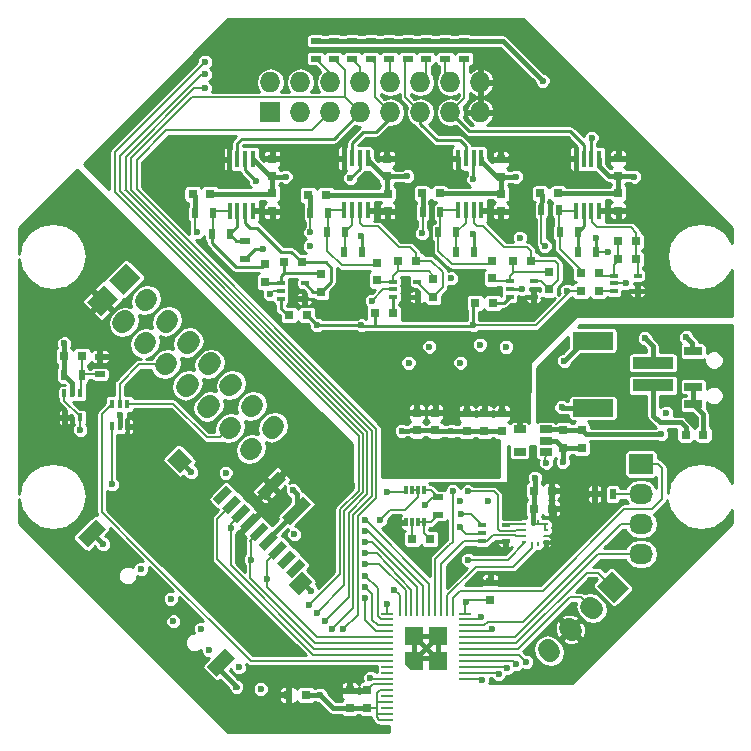
<source format=gbr>
G04 #@! TF.FileFunction,Copper,L4,Bot,Signal*
%FSLAX46Y46*%
G04 Gerber Fmt 4.6, Leading zero omitted, Abs format (unit mm)*
G04 Created by KiCad (PCBNEW 4.0.0-stable) date Friday, November 04, 2016 'AMt' 11:18:16 AM*
%MOMM*%
G01*
G04 APERTURE LIST*
%ADD10C,0.100000*%
%ADD11R,0.800000X0.750000*%
%ADD12R,0.750000X0.800000*%
%ADD13R,2.032000X1.727200*%
%ADD14O,2.032000X1.727200*%
%ADD15C,1.727200*%
%ADD16R,0.900000X0.500000*%
%ADD17R,0.500000X0.900000*%
%ADD18R,0.450000X1.450000*%
%ADD19R,1.000000X0.254000*%
%ADD20R,0.254000X1.000000*%
%ADD21R,1.500000X1.010000*%
%ADD22R,1.500000X1.500000*%
%ADD23R,1.010000X0.490000*%
%ADD24R,1.060000X0.650000*%
%ADD25R,0.398780X0.749300*%
%ADD26R,0.660400X0.406400*%
%ADD27R,1.500000X0.700000*%
%ADD28R,0.300000X0.700000*%
%ADD29R,0.400000X0.250000*%
%ADD30R,0.250000X0.400000*%
%ADD31R,0.406400X0.660400*%
%ADD32R,1.727200X1.727200*%
%ADD33O,1.727200X1.727200*%
%ADD34R,3.500000X1.000000*%
%ADD35R,3.400000X1.500000*%
%ADD36C,0.600000*%
%ADD37C,0.381000*%
%ADD38C,0.250000*%
%ADD39C,0.203200*%
%ADD40C,0.177800*%
%ADD41C,0.254000*%
G04 APERTURE END LIST*
D10*
D11*
X51066000Y40386000D03*
X52566000Y40386000D03*
D12*
X51054000Y48946500D03*
X51054000Y47446500D03*
X51054000Y44525500D03*
X51054000Y46025500D03*
X41097200Y48883000D03*
X41097200Y47383000D03*
X41122600Y44462000D03*
X41122600Y45962000D03*
X31470600Y48908400D03*
X31470600Y47408400D03*
X31521400Y44462000D03*
X31521400Y45962000D03*
X21767800Y48908400D03*
X21767800Y47408400D03*
X21742400Y44474700D03*
X21742400Y45974700D03*
D11*
X45962000Y45974000D03*
X44462000Y45974000D03*
X34429000Y45974000D03*
X35929000Y45974000D03*
X24777000Y45847000D03*
X26277000Y45847000D03*
X15023400Y45923200D03*
X16523400Y45923200D03*
D12*
X33997900Y27407300D03*
X33997900Y25907300D03*
X35547300Y27407300D03*
X35547300Y25907300D03*
X28321000Y3899600D03*
X28321000Y2399600D03*
X40233600Y13069000D03*
X40233600Y11569000D03*
X29819600Y3899600D03*
X29819600Y2399600D03*
D11*
X23100600Y3505200D03*
X24600600Y3505200D03*
D12*
X47955200Y24421400D03*
X47955200Y25921400D03*
X46418500Y24446800D03*
X46418500Y25946800D03*
X38227000Y25869200D03*
X38227000Y27369200D03*
X39725600Y25869200D03*
X39725600Y27369200D03*
X41211500Y25869200D03*
X41211500Y27369200D03*
D11*
X5652200Y32207200D03*
X4152200Y32207200D03*
X45428600Y19291300D03*
X43928600Y19291300D03*
X45428600Y20789900D03*
X43928600Y20789900D03*
D13*
X52984400Y23063200D03*
D14*
X52984400Y20523200D03*
X52984400Y17983200D03*
X52984400Y15443200D03*
D10*
G36*
X50489037Y13978278D02*
X51925878Y12541437D01*
X50704563Y11320122D01*
X49267722Y12756963D01*
X50489037Y13978278D01*
X50489037Y13978278D01*
G37*
D15*
X48908512Y10745386D02*
X48692986Y10960912D01*
X47112461Y8949335D02*
X46896935Y9164861D01*
X45316409Y7153283D02*
X45100883Y7368809D01*
D10*
G36*
X6062322Y36798437D02*
X7499163Y38235278D01*
X8720478Y37013963D01*
X7283637Y35577122D01*
X6062322Y36798437D01*
X6062322Y36798437D01*
G37*
D15*
X9295214Y35217912D02*
X9079688Y35002386D01*
X11091265Y33421861D02*
X10875739Y33206335D01*
X12887317Y31625809D02*
X12671791Y31410283D01*
X14683368Y29829758D02*
X14467842Y29614232D01*
X16479419Y28033707D02*
X16263893Y27818181D01*
X18275470Y26237656D02*
X18059944Y26022130D01*
X20071522Y24441604D02*
X19855996Y24226078D01*
D10*
G36*
X7941922Y38627237D02*
X9378763Y40064078D01*
X10600078Y38842763D01*
X9163237Y37405922D01*
X7941922Y38627237D01*
X7941922Y38627237D01*
G37*
D15*
X11174814Y37046712D02*
X10959288Y36831186D01*
X12970865Y35250661D02*
X12755339Y35035135D01*
X14766917Y33454609D02*
X14551391Y33239083D01*
X16562968Y31658558D02*
X16347442Y31443032D01*
X18359019Y29862507D02*
X18143493Y29646981D01*
X20155070Y28066456D02*
X19939544Y27850930D01*
X21951122Y26270404D02*
X21735596Y26054878D01*
D16*
X38023800Y57390600D03*
X38023800Y58890600D03*
X36398200Y57390600D03*
X36398200Y58890600D03*
X33223200Y57390600D03*
X33223200Y58890600D03*
X34772600Y57390600D03*
X34772600Y58890600D03*
X30099000Y57390600D03*
X30099000Y58890600D03*
X31673800Y57390600D03*
X31673800Y58890600D03*
X26974800Y57390600D03*
X26974800Y58890600D03*
X28524200Y57390600D03*
X28524200Y58890600D03*
X25425400Y58890600D03*
X25425400Y57390600D03*
D17*
X47613000Y42672000D03*
X46113000Y42672000D03*
X47637000Y41021000D03*
X49137000Y41021000D03*
X37326000Y42672000D03*
X35826000Y42672000D03*
X37350000Y41021000D03*
X38850000Y41021000D03*
X27928000Y42672000D03*
X26428000Y42672000D03*
X29325000Y41021000D03*
X27825000Y41021000D03*
X18149000Y42545000D03*
X16649000Y42545000D03*
D16*
X19494500Y40461500D03*
X19494500Y41961500D03*
D17*
X44543132Y44553113D03*
X46043132Y44553113D03*
X34492500Y44386500D03*
X35992500Y44386500D03*
X24980200Y44323000D03*
X26480200Y44323000D03*
X15213900Y44272200D03*
X16713900Y44272200D03*
X50584800Y20523200D03*
X49084800Y20523200D03*
D16*
X7162800Y32157100D03*
X7162800Y30657100D03*
D17*
X5614100Y30632400D03*
X4114100Y30632400D03*
D18*
X47493132Y48912115D03*
X48143132Y48912115D03*
X48793132Y48912115D03*
X49443132Y48912115D03*
X49443132Y44512115D03*
X48793132Y44512115D03*
X48143132Y44512115D03*
X47493132Y44512115D03*
X37506000Y48936000D03*
X38156000Y48936000D03*
X38806000Y48936000D03*
X39456000Y48936000D03*
X39456000Y44536000D03*
X38806000Y44536000D03*
X38156000Y44536000D03*
X37506000Y44536000D03*
X27879400Y48936000D03*
X28529400Y48936000D03*
X29179400Y48936000D03*
X29829400Y48936000D03*
X29829400Y44536000D03*
X29179400Y44536000D03*
X28529400Y44536000D03*
X27879400Y44536000D03*
X18163900Y48885200D03*
X18813900Y48885200D03*
X19463900Y48885200D03*
X20113900Y48885200D03*
X20113900Y44485200D03*
X19463900Y44485200D03*
X18813900Y44485200D03*
X18163900Y44485200D03*
D19*
X31493000Y1399000D03*
X31493000Y1899000D03*
X31493000Y2399000D03*
X31493000Y2899000D03*
X31493000Y3399000D03*
X31493000Y3899000D03*
X31493000Y4399000D03*
X31493000Y4899000D03*
X31493000Y5399000D03*
X31493000Y5899000D03*
X31493000Y6399000D03*
X31493000Y6899000D03*
X31493000Y7399000D03*
X31493000Y7899000D03*
X31493000Y8399000D03*
X31493000Y8899000D03*
X31493000Y9399000D03*
X31493000Y9899000D03*
X31493000Y10399000D03*
D20*
X32548000Y10689000D03*
X33048000Y10689000D03*
X33548000Y10689000D03*
X34048000Y10689000D03*
X34548000Y10689000D03*
X35048000Y10689000D03*
X35548000Y10689000D03*
X36048000Y10689000D03*
X36548000Y10689000D03*
X37048000Y10689000D03*
D19*
X38103000Y10399000D03*
X38103000Y9899000D03*
X38103000Y9399000D03*
X38103000Y8899000D03*
X38103000Y8399000D03*
X38103000Y7899000D03*
X38103000Y7399000D03*
X38103000Y6899000D03*
X38103000Y6399000D03*
X38103000Y5899000D03*
X38103000Y5399000D03*
X38103000Y4899000D03*
D21*
X33798000Y6604000D03*
D22*
X33798000Y8509000D03*
X35798000Y8509000D03*
X35798000Y6389000D03*
D10*
G36*
X33513000Y5644000D02*
X33043000Y6114000D01*
X33993000Y6114000D01*
X33523000Y5644000D01*
X33513000Y5644000D01*
X33513000Y5644000D01*
G37*
D23*
X34038000Y5889000D03*
D24*
X44902300Y25994400D03*
X44902300Y25044400D03*
X44902300Y24094400D03*
X42702300Y24094400D03*
X42702300Y25994400D03*
D25*
X8188960Y28153360D03*
X8839200Y28153360D03*
X9489440Y28153360D03*
X9489440Y26253440D03*
X8839200Y26253440D03*
X8188960Y26253440D03*
D26*
X39509700Y16535400D03*
X39509700Y17856200D03*
X39509700Y17195800D03*
X41541700Y17856200D03*
X41541700Y16535400D03*
D27*
X57404000Y28113600D03*
X57404000Y29613600D03*
X57404000Y32613600D03*
D10*
G36*
X24578799Y14527128D02*
X23447428Y13395757D01*
X22952453Y13890732D01*
X24083824Y15022103D01*
X24578799Y14527128D01*
X24578799Y14527128D01*
G37*
G36*
X23800982Y15304945D02*
X22669611Y14173574D01*
X22174636Y14668549D01*
X23306007Y15799920D01*
X23800982Y15304945D01*
X23800982Y15304945D01*
G37*
G36*
X23023165Y16082763D02*
X21891794Y14951392D01*
X21396819Y15446367D01*
X22528190Y16577738D01*
X23023165Y16082763D01*
X23023165Y16082763D01*
G37*
G36*
X22245347Y16860580D02*
X21113976Y15729209D01*
X20619001Y16224184D01*
X21750372Y17355555D01*
X22245347Y16860580D01*
X22245347Y16860580D01*
G37*
G36*
X21467530Y17638397D02*
X20336159Y16507026D01*
X19841184Y17002001D01*
X20972555Y18133372D01*
X21467530Y17638397D01*
X21467530Y17638397D01*
G37*
G36*
X20689712Y18416215D02*
X19558341Y17284844D01*
X19063366Y17779819D01*
X20194737Y18911190D01*
X20689712Y18416215D01*
X20689712Y18416215D01*
G37*
G36*
X18356260Y20749667D02*
X17224889Y19618296D01*
X16729914Y20113271D01*
X17861285Y21244642D01*
X18356260Y20749667D01*
X18356260Y20749667D01*
G37*
G36*
X19134077Y19971850D02*
X18002706Y18840479D01*
X17507731Y19335454D01*
X18639102Y20466825D01*
X19134077Y19971850D01*
X19134077Y19971850D01*
G37*
G36*
X19911895Y19194032D02*
X18780524Y18062661D01*
X18285549Y18557636D01*
X19416920Y19689007D01*
X19911895Y19194032D01*
X19911895Y19194032D01*
G37*
G36*
X25144484Y13112914D02*
X24013114Y11981544D01*
X23164586Y12830072D01*
X24295956Y13961442D01*
X25144484Y13112914D01*
X25144484Y13112914D01*
G37*
G36*
X18639103Y6607531D02*
X17083468Y5051896D01*
X16234939Y5900425D01*
X17790574Y7456060D01*
X18639103Y6607531D01*
X18639103Y6607531D01*
G37*
G36*
X7678948Y17567686D02*
X6123313Y16012051D01*
X5274784Y16860580D01*
X6830419Y18416215D01*
X7678948Y17567686D01*
X7678948Y17567686D01*
G37*
G36*
X14962147Y23295251D02*
X13972198Y22305302D01*
X12840827Y23436673D01*
X13830776Y24426622D01*
X14962147Y23295251D01*
X14962147Y23295251D01*
G37*
D16*
X35828922Y18756835D03*
X35828922Y20256835D03*
D11*
X58255600Y25552400D03*
X56755600Y25552400D03*
D10*
G36*
X25056497Y19662670D02*
X23288730Y17894903D01*
X22581623Y18602010D01*
X24349390Y20369777D01*
X25056497Y19662670D01*
X25056497Y19662670D01*
G37*
G36*
X22935177Y21783990D02*
X21167410Y20016223D01*
X20460303Y20723330D01*
X22228070Y22491097D01*
X22935177Y21783990D01*
X22935177Y21783990D01*
G37*
D11*
X33618418Y16725536D03*
X35118418Y16725536D03*
D28*
X33098420Y18115737D03*
X33598420Y18115737D03*
X34098420Y18115737D03*
X34598420Y18115737D03*
X34598420Y20865737D03*
X34098420Y20865737D03*
X33598420Y20865737D03*
X33098420Y20865737D03*
D29*
X44915300Y17959200D03*
D30*
X43740300Y18134200D03*
X44240300Y18134200D03*
X43740300Y16284200D03*
X44240300Y16284200D03*
D29*
X44915300Y16459200D03*
X44915300Y16959200D03*
X44915300Y17459200D03*
X43065300Y17959200D03*
X43065300Y17459200D03*
X43065300Y16959200D03*
X43065300Y16459200D03*
D31*
X4165600Y29032200D03*
X5486400Y29032200D03*
X4826000Y29032200D03*
X5486400Y27000200D03*
X4165600Y27000200D03*
D11*
X32397000Y40259000D03*
X33897000Y40259000D03*
X42130552Y40282658D03*
X43630552Y40282658D03*
X22745000Y40132000D03*
X24245000Y40132000D03*
X51066000Y41910000D03*
X52566000Y41910000D03*
D12*
X35400000Y38725000D03*
X35400000Y37225000D03*
D11*
X47891000Y39243000D03*
X49391000Y39243000D03*
D12*
X30607000Y40120000D03*
X30607000Y38620000D03*
X45212000Y39358000D03*
X45212000Y37858000D03*
X25908000Y39167500D03*
X25908000Y37667500D03*
X40340551Y40270658D03*
X40340551Y38770658D03*
X21145500Y39993000D03*
X21145500Y38493000D03*
D26*
X50673000Y37693600D03*
X50673000Y39014400D03*
X50673000Y38354000D03*
X52705000Y39014400D03*
X52705000Y37693600D03*
X32004000Y37185600D03*
X32004000Y38506400D03*
X32004000Y37846000D03*
X34036000Y38506400D03*
X34036000Y37185600D03*
D11*
X47891000Y37719000D03*
X49391000Y37719000D03*
X30492000Y35814000D03*
X31992000Y35814000D03*
X38925000Y36700000D03*
X40425000Y36700000D03*
X24675000Y35675000D03*
X23175000Y35675000D03*
D26*
X41864552Y37209259D03*
X41864552Y38530059D03*
X41864552Y37869659D03*
X43896552Y38530059D03*
X43896552Y37209259D03*
X22479000Y37058600D03*
X22479000Y38379400D03*
X22479000Y37719000D03*
X24511000Y38379400D03*
X24511000Y37058600D03*
D32*
X21590000Y52832000D03*
D33*
X21590000Y55372000D03*
X24130000Y52832000D03*
X24130000Y55372000D03*
X26670000Y52832000D03*
X26670000Y55372000D03*
X29210000Y52832000D03*
X29210000Y55372000D03*
X31750000Y52832000D03*
X31750000Y55372000D03*
X34290000Y52832000D03*
X34290000Y55372000D03*
X36830000Y52832000D03*
X36830000Y55372000D03*
X39370000Y52832000D03*
X39370000Y55372000D03*
D34*
X54000400Y31623000D03*
X54000400Y29718000D03*
D35*
X48920400Y33515300D03*
X48920400Y27800300D03*
D36*
X52324000Y44450000D03*
X43891200Y36118800D03*
X34036000Y35915600D03*
X25908000Y36169600D03*
X16200000Y50250000D03*
X42400000Y44500000D03*
X32800000Y44500000D03*
X23000000Y44500000D03*
X32702500Y27444700D03*
X36880800Y27368500D03*
X41198800Y30111700D03*
X42392600Y27343100D03*
X16370300Y7327900D03*
X13398500Y9740900D03*
X46253400Y27863800D03*
X53314600Y33705800D03*
X46482000Y31800800D03*
X51689000Y38354000D03*
X34721800Y19583400D03*
X25806400Y3505200D03*
X30175200Y36880800D03*
X21539200Y37439600D03*
X42900000Y37875000D03*
X46355000Y23241000D03*
X52400000Y47400000D03*
X42400000Y47400000D03*
X33200000Y47425000D03*
X22900000Y47400000D03*
X18732500Y4203700D03*
X37719000Y18808700D03*
X43992800Y21907500D03*
X31496000Y11176000D03*
X25057100Y12319000D03*
X8839200Y27228800D03*
X4140200Y33274000D03*
X14897100Y22377400D03*
X7442200Y16281400D03*
X23482300Y20866100D03*
X32727900Y25882600D03*
X36893500Y25857200D03*
X38188900Y11353800D03*
X34798000Y7467600D03*
X41554400Y32994600D03*
X44825000Y41525000D03*
X37693600Y31648400D03*
X34450000Y42600000D03*
X35064700Y33007300D03*
X25000000Y42700000D03*
X33299400Y31635700D03*
X15400000Y42700000D03*
X19748500Y9144000D03*
X14249400Y13690600D03*
X12242800Y16891000D03*
X10299700Y25704800D03*
X46482000Y29210000D03*
X50673000Y26416000D03*
X31877000Y17653000D03*
X41554400Y15798800D03*
X12306300Y24091900D03*
X49072800Y21615400D03*
X22021800Y19519900D03*
X42456100Y19278600D03*
X22085300Y5588000D03*
X16852900Y10909300D03*
X56819800Y33807400D03*
X54711600Y25577800D03*
X24866600Y11125200D03*
X16065500Y57099200D03*
X16078200Y56057800D03*
X25527000Y10452100D03*
X16040100Y54902100D03*
X26212800Y9753600D03*
X26847800Y9118600D03*
X27787600Y9067800D03*
X30073600Y4978400D03*
X38328600Y20739100D03*
X21310600Y13360400D03*
X38341300Y14973300D03*
X37693600Y19913600D03*
X19939000Y14960600D03*
X18237200Y17602200D03*
X37693600Y17716500D03*
X29616400Y14579600D03*
X29616400Y15494000D03*
X29616400Y16459200D03*
X29616400Y17424400D03*
X29616400Y18288000D03*
X48800000Y50700000D03*
X42725000Y42225000D03*
X38800000Y47175000D03*
X36925000Y38775000D03*
X28375000Y47275000D03*
X24925000Y41500000D03*
X20400000Y47000000D03*
X40373300Y9080500D03*
X40043100Y19913600D03*
X8191500Y21336000D03*
X5511800Y25946100D03*
X39471600Y10109200D03*
X23634700Y17106900D03*
X17818100Y22326600D03*
X37058600Y20751800D03*
X42418000Y6146800D03*
X41630600Y5791200D03*
X40919400Y5283200D03*
X39509700Y4749800D03*
X43243500Y6311900D03*
X55105300Y27419300D03*
X44958000Y23177500D03*
X29616400Y11684000D03*
X29616400Y13614400D03*
X29616400Y12649200D03*
X31496000Y20701000D03*
X32080200Y12362118D03*
X30861000Y18288000D03*
X44650000Y55500000D03*
X50165000Y41021000D03*
X46736000Y37719000D03*
X21000000Y41300000D03*
X25550000Y34825000D03*
X39350000Y33175000D03*
X29300000Y34800000D03*
X29300000Y42400000D03*
X38800000Y42500000D03*
X38800000Y34800000D03*
X49200000Y42200000D03*
X18923000Y5842000D03*
X10668000Y14198600D03*
X20777200Y4013200D03*
X15748000Y9093200D03*
X13182600Y11658600D03*
D37*
X58255600Y25552400D02*
X58255600Y27266200D01*
X58255600Y27266200D02*
X57353200Y28168600D01*
X57353200Y28168600D02*
X57404000Y28113600D01*
X57404000Y29613600D02*
X57404000Y28168600D01*
X57404000Y28168600D02*
X57404000Y28113600D01*
D38*
X43896552Y37209259D02*
X43896552Y36124152D01*
X43896552Y36124152D02*
X43891200Y36118800D01*
X34036000Y37185600D02*
X34036000Y35915600D01*
X24511000Y37058600D02*
X25019000Y37058600D01*
X25019000Y37058600D02*
X25908000Y36169600D01*
D37*
X41122600Y44462000D02*
X42362000Y44462000D01*
X42362000Y44462000D02*
X42400000Y44500000D01*
X31521400Y44462000D02*
X32762000Y44462000D01*
X32762000Y44462000D02*
X32800000Y44500000D01*
X20113900Y44485200D02*
X21731900Y44485200D01*
X21731900Y44485200D02*
X21742400Y44474700D01*
X29829400Y44536000D02*
X31447400Y44536000D01*
X31447400Y44536000D02*
X31521400Y44462000D01*
X21742400Y44474700D02*
X22974700Y44474700D01*
X22974700Y44474700D02*
X23000000Y44500000D01*
X33997900Y27407300D02*
X32739900Y27407300D01*
X32739900Y27407300D02*
X32702500Y27444700D01*
X38227000Y27369200D02*
X36881500Y27369200D01*
X36881500Y27369200D02*
X36880800Y27368500D01*
X42702300Y25994400D02*
X42702300Y27033400D01*
X42702300Y27033400D02*
X42392600Y27343100D01*
X48920400Y27800300D02*
X46316900Y27800300D01*
X46316900Y27800300D02*
X46253400Y27863800D01*
X54000400Y31623000D02*
X54000400Y33020000D01*
X54000400Y33020000D02*
X53314600Y33705800D01*
X48920400Y33515300D02*
X48196500Y33515300D01*
X48196500Y33515300D02*
X46482000Y31800800D01*
D39*
X50673000Y38354000D02*
X51689000Y38354000D01*
D40*
X35828922Y20256835D02*
X35395235Y20256835D01*
X35395235Y20256835D02*
X34721800Y19583400D01*
D37*
X28321000Y2399600D02*
X26912000Y2399600D01*
X25806400Y3505200D02*
X24600600Y3505200D01*
X26912000Y2399600D02*
X25806400Y3505200D01*
X29819600Y2399600D02*
X28283600Y2399600D01*
X28283600Y2399600D02*
X28270200Y2413000D01*
X28270200Y2413000D02*
X28321000Y2399600D01*
D40*
X32004000Y37846000D02*
X31140400Y37846000D01*
X31140400Y37846000D02*
X30175200Y36880800D01*
X22479000Y37719000D02*
X21818600Y37719000D01*
X21818600Y37719000D02*
X21539200Y37439600D01*
D38*
X41864552Y37869659D02*
X42894659Y37869659D01*
X42894659Y37869659D02*
X42900000Y37875000D01*
D37*
X46418500Y24446800D02*
X46418500Y23304500D01*
X46418500Y23304500D02*
X46355000Y23241000D01*
X51054000Y47446500D02*
X52353500Y47446500D01*
X52353500Y47446500D02*
X52400000Y47400000D01*
X41097200Y47383000D02*
X42383000Y47383000D01*
X42383000Y47383000D02*
X42400000Y47400000D01*
X31470600Y47408400D02*
X33008400Y47408400D01*
X33008400Y47408400D02*
X33200000Y47425000D01*
X21767800Y47408400D02*
X21776200Y47400000D01*
X21776200Y47400000D02*
X22900000Y47400000D01*
X21767800Y47408400D02*
X21600100Y47408400D01*
X20113900Y48894600D02*
X20113900Y48885200D01*
X21600100Y47408400D02*
X20113900Y48894600D01*
X16523400Y45923200D02*
X21690900Y45923200D01*
X21690900Y45923200D02*
X21742400Y45974700D01*
X51054000Y47446500D02*
X50253500Y47446500D01*
X49443132Y48256868D02*
X49443132Y48912115D01*
X50253500Y47446500D02*
X49443132Y48256868D01*
X45962000Y45974000D02*
X51002500Y45974000D01*
X51002500Y45974000D02*
X51054000Y46025500D01*
X29829400Y48936000D02*
X29829400Y48770600D01*
X31191600Y47408400D02*
X31470600Y47408400D01*
X29829400Y48770600D02*
X31191600Y47408400D01*
X26277000Y45847000D02*
X31406400Y45847000D01*
X31406400Y45847000D02*
X31521400Y45962000D01*
X35929000Y45974000D02*
X41110600Y45974000D01*
X41110600Y45974000D02*
X41122600Y45962000D01*
X41097200Y47383000D02*
X40817000Y47383000D01*
X39456000Y48744000D02*
X39456000Y48936000D01*
X40817000Y47383000D02*
X39456000Y48744000D01*
D40*
X44790300Y17959200D02*
X44740300Y18009200D01*
X44740300Y18009200D02*
X44240300Y18009200D01*
X44240300Y18009200D02*
X43740300Y18009200D01*
X38557200Y18808700D02*
X37719000Y18808700D01*
X39509700Y17856200D02*
X38557200Y18808700D01*
X34598420Y20865737D02*
X35220020Y20865737D01*
X35220020Y20865737D02*
X35828922Y20256835D01*
D37*
X43928600Y20789900D02*
X43992800Y20854100D01*
X43992800Y20854100D02*
X43992800Y21907500D01*
D40*
X44894300Y17446500D02*
X44894300Y17959200D01*
D37*
X43928600Y20789900D02*
X43928600Y19291300D01*
X43810900Y18098900D02*
X43810900Y19269300D01*
D40*
X43810900Y19269300D02*
X43928600Y19291300D01*
X31493000Y10399000D02*
X31493000Y11173000D01*
X31493000Y11173000D02*
X31496000Y11176000D01*
X33518000Y5879000D02*
X33798000Y6159000D01*
X33798000Y6159000D02*
X33798000Y6604000D01*
D37*
X34038000Y5889000D02*
X33798000Y6129000D01*
X33798000Y6129000D02*
X33798000Y6604000D01*
X24154535Y12971493D02*
X24404607Y12971493D01*
X24404607Y12971493D02*
X25057100Y12319000D01*
X17437021Y6253978D02*
X17437021Y5499179D01*
X17437021Y5499179D02*
X18745200Y4191000D01*
X8839200Y26253440D02*
X8839200Y27228800D01*
X4152200Y32207200D02*
X4140200Y32219200D01*
X4140200Y32219200D02*
X4140200Y33274000D01*
X13901487Y23365962D02*
X14890049Y22377400D01*
X14890049Y22377400D02*
X14897100Y22377400D01*
X6476866Y17214133D02*
X7409599Y16281400D01*
X7409599Y16281400D02*
X7442200Y16281400D01*
X23819060Y19132340D02*
X23819060Y20529340D01*
X23819060Y20529340D02*
X23482300Y20866100D01*
X21432174Y16542382D02*
X21432174Y16745454D01*
X21432174Y16745454D02*
X23819060Y19132340D01*
X44902300Y25044400D02*
X45820900Y25044400D01*
X45820900Y25044400D02*
X46418500Y24446800D01*
X33997900Y25907300D02*
X32728600Y25881900D01*
X32728600Y25881900D02*
X32727900Y25882600D01*
X35559300Y25895300D02*
X36893500Y25857200D01*
X36894200Y25856500D02*
X36893500Y25857200D01*
X36894200Y25856500D02*
X38227000Y25869200D01*
X35559300Y25895300D02*
X35547300Y25907300D01*
X33997900Y25907300D02*
X35534600Y25920000D01*
X35534600Y25920000D02*
X35547300Y25907300D01*
X4824195Y29025623D02*
X4824195Y29922305D01*
X4824195Y29922305D02*
X4114100Y30632400D01*
X4152200Y32207200D02*
X4152200Y30670500D01*
X4152200Y30670500D02*
X4114100Y30632400D01*
D40*
X38103000Y10399000D02*
X38103000Y11267900D01*
X38404100Y11569000D02*
X38188900Y11353800D01*
X38404100Y11569000D02*
X40233600Y11569000D01*
X38103000Y11267900D02*
X38188900Y11353800D01*
D37*
X41211500Y25869200D02*
X39725600Y25869200D01*
X38227000Y25869200D02*
X39725600Y25869200D01*
X46443900Y24446800D02*
X47967900Y24421400D01*
X21767800Y47408400D02*
X21767800Y46000100D01*
X21767800Y46000100D02*
X21742400Y45974700D01*
X31470600Y47408400D02*
X31470600Y46012800D01*
X31470600Y46012800D02*
X31521400Y45962000D01*
X41097200Y47383000D02*
X41097200Y45987400D01*
X41097200Y45987400D02*
X41122600Y45962000D01*
X51054000Y47446500D02*
X51054000Y46025500D01*
D40*
X29819600Y2399600D02*
X30607000Y2399600D01*
X30607000Y2399600D02*
X30607000Y2463800D01*
X31493000Y2899000D02*
X30607000Y2899000D01*
X30632400Y2921000D02*
X30607000Y2921000D01*
X30629000Y2921000D02*
X30632400Y2921000D01*
X30607000Y2899000D02*
X30629000Y2921000D01*
X31493000Y1899000D02*
X30677200Y1899000D01*
X30677200Y1899000D02*
X30607000Y1828800D01*
X31493000Y3899000D02*
X30873800Y3899000D01*
X30833600Y1399000D02*
X31493000Y1399000D01*
X30607000Y1625600D02*
X30833600Y1399000D01*
X30607000Y3632200D02*
X30607000Y2921000D01*
X30607000Y2921000D02*
X30607000Y2463800D01*
X30607000Y2463800D02*
X30607000Y1828800D01*
X30607000Y1828800D02*
X30607000Y1625600D01*
X30873800Y3899000D02*
X30607000Y3632200D01*
D37*
X33798000Y6604000D02*
X33934400Y6604000D01*
X33934400Y6604000D02*
X34798000Y7467600D01*
X33798000Y8509000D02*
X33798000Y8467600D01*
X33798000Y8467600D02*
X34798000Y7467600D01*
X35798000Y8509000D02*
X35798000Y8467600D01*
X35798000Y8467600D02*
X34798000Y7467600D01*
X34782000Y7483600D02*
X34798000Y7467600D01*
X35798000Y6389000D02*
X34782000Y7483600D01*
X33798000Y6604000D02*
X35583000Y6604000D01*
X35583000Y6604000D02*
X35798000Y6389000D01*
X35798000Y6389000D02*
X35798000Y8509000D01*
X35798000Y8509000D02*
X33798000Y8509000D01*
X33798000Y8509000D02*
X33798000Y6604000D01*
D39*
X49391000Y39243000D02*
X49645000Y38989000D01*
X49645000Y38989000D02*
X50673000Y38989000D01*
X50673000Y38989000D02*
X50673000Y39014400D01*
X50673000Y39014400D02*
X50673000Y39878000D01*
X50673000Y39878000D02*
X51054000Y40259000D01*
X51054000Y40259000D02*
X51066000Y40386000D01*
X51066000Y41910000D02*
X51066000Y40398000D01*
X51066000Y40398000D02*
X51054000Y40386000D01*
X51054000Y40386000D02*
X51066000Y40386000D01*
X44543132Y41806868D02*
X44543132Y44553113D01*
X44543132Y41806868D02*
X44825000Y41525000D01*
D37*
X44462000Y45974000D02*
X44589000Y45847000D01*
X44589000Y45847000D02*
X44543132Y44553113D01*
D39*
X34492500Y44386500D02*
X34492500Y42642500D01*
X34492500Y42642500D02*
X34450000Y42600000D01*
D37*
X34365500Y46037500D02*
X34492500Y45910500D01*
X34492500Y45910500D02*
X34492500Y44386500D01*
D39*
X24980200Y42719800D02*
X25000000Y42700000D01*
X24980200Y42719800D02*
X24980200Y44323000D01*
D37*
X24827800Y45897800D02*
X24980200Y45745400D01*
X24980200Y45745400D02*
X24980200Y44323000D01*
D39*
X15213900Y44272200D02*
X15213900Y42886100D01*
X15213900Y42886100D02*
X15400000Y42700000D01*
D37*
X15023400Y45923200D02*
X15213900Y45732700D01*
X15213900Y45732700D02*
X15213900Y44272200D01*
D40*
X44790300Y16959200D02*
X45610400Y16959200D01*
X45796200Y17145000D02*
X45796200Y18923700D01*
X45610400Y16959200D02*
X45796200Y17145000D01*
X45796200Y18923700D02*
X45428600Y19291300D01*
D37*
X28321000Y3899600D02*
X29704600Y3899600D01*
X29704600Y3899600D02*
X29718000Y3886200D01*
X29718000Y3886200D02*
X29819600Y3899600D01*
D40*
X33098420Y18115737D02*
X32403237Y18115737D01*
X31889700Y17602200D02*
X31877000Y17653000D01*
X32403237Y18115737D02*
X31889700Y17602200D01*
X41541700Y16535400D02*
X41541700Y16141700D01*
X41541700Y16141700D02*
X41554400Y15798800D01*
D37*
X49084800Y20523200D02*
X49084800Y21603400D01*
X49084800Y21603400D02*
X49072800Y21615400D01*
X21697740Y21253660D02*
X21278640Y20263060D01*
X21278640Y20263060D02*
X22021800Y19519900D01*
X23100600Y3505200D02*
X23100600Y4560000D01*
X23100600Y4560000D02*
X22085300Y5588000D01*
D40*
X31493000Y4399000D02*
X30319000Y4399000D01*
X30319000Y4399000D02*
X29819600Y3899600D01*
D37*
X57327800Y33299400D02*
X57327800Y32639000D01*
X56819800Y33807400D02*
X57327800Y33299400D01*
X57327800Y32639000D02*
X57404000Y32613600D01*
X54711600Y25577800D02*
X48298800Y25577800D01*
X44902300Y25994400D02*
X46370900Y25994400D01*
X46370900Y25994400D02*
X46418500Y25946800D01*
X48298800Y25577800D02*
X47955200Y25921400D01*
X46431200Y25972200D02*
X46416800Y25972200D01*
X47955200Y25946800D02*
X46431200Y25972200D01*
D40*
X5609095Y29101823D02*
X5609095Y30627395D01*
X5609095Y30627395D02*
X5614100Y30632400D01*
X7162800Y30657100D02*
X5638800Y30657100D01*
X5638800Y30657100D02*
X5614100Y30632400D01*
X5652200Y32207200D02*
X5652200Y30670500D01*
X5652200Y30670500D02*
X5614100Y30632400D01*
X8439196Y46052044D02*
X8439196Y49472896D01*
X27495592Y13754192D02*
X27495592Y19244160D01*
X27495592Y19244160D02*
X29070392Y20818960D01*
X29070392Y20818960D02*
X29070392Y25420848D01*
X29070392Y25420848D02*
X8439196Y46052044D01*
X24866600Y11125200D02*
X27495592Y13754192D01*
X8439196Y49472896D02*
X16065500Y57099200D01*
D38*
X48143132Y48912115D02*
X48143132Y50091368D01*
X38417500Y51244500D02*
X36830000Y52832000D01*
X46990000Y51244500D02*
X38417500Y51244500D01*
X48143132Y50091368D02*
X46990000Y51244500D01*
D39*
X38023800Y57390600D02*
X38023800Y54025800D01*
X38023800Y54025800D02*
X36830000Y52832000D01*
D40*
X48143132Y48912115D02*
X48107600Y48947647D01*
X8862816Y49122708D02*
X15797908Y56057800D01*
X15797908Y56057800D02*
X16078200Y56057800D01*
X8862816Y46162716D02*
X8862816Y49122708D01*
D38*
X38156000Y48936000D02*
X38156000Y49982000D01*
X38156000Y49982000D02*
X37655500Y50482500D01*
X37655500Y50482500D02*
X35687000Y50482500D01*
X35687000Y50482500D02*
X34290000Y51879500D01*
X34290000Y51879500D02*
X34290000Y52832000D01*
D39*
X33223200Y57390600D02*
X33020000Y57187400D01*
X33020000Y57187400D02*
X33020000Y54102000D01*
X33020000Y54102000D02*
X34290000Y52832000D01*
D40*
X25527000Y10452100D02*
X27873394Y12798494D01*
X27873394Y12798494D02*
X27873394Y19087670D01*
X27873394Y19087670D02*
X29448194Y20662470D01*
X29448194Y20662470D02*
X29448194Y25577338D01*
X29448194Y25577338D02*
X8862816Y46162716D01*
X8862816Y46162716D02*
X8855098Y46170434D01*
X9339512Y46220312D02*
X9339512Y49065112D01*
X15176500Y54902100D02*
X16040100Y54902100D01*
X9339512Y49065112D02*
X15176500Y54902100D01*
D38*
X28529400Y48936000D02*
X28529400Y50246400D01*
X30543500Y51181000D02*
X31750000Y52387500D01*
X29464000Y51181000D02*
X30543500Y51181000D01*
X28529400Y50246400D02*
X29464000Y51181000D01*
X31750000Y52387500D02*
X31750000Y52832000D01*
D39*
X30099000Y57390600D02*
X30480000Y57009600D01*
X30480000Y57009600D02*
X30480000Y54102000D01*
X30480000Y54102000D02*
X31750000Y52832000D01*
D40*
X26212800Y9753600D02*
X28251196Y11791996D01*
X29825996Y25733828D02*
X9339512Y46220312D01*
X29825996Y20505980D02*
X29825996Y25733828D01*
X28251196Y18931180D02*
X29825996Y20505980D01*
X28251196Y11791996D02*
X28251196Y18931180D01*
X9339512Y46220312D02*
X9334500Y46225324D01*
X28529400Y48936000D02*
X28473400Y48992000D01*
D38*
X18813900Y48885200D02*
X18813900Y50246400D01*
X26987500Y50609500D02*
X29210000Y52832000D01*
X19177000Y50609500D02*
X26987500Y50609500D01*
X18813900Y50246400D02*
X19177000Y50609500D01*
D39*
X25501600Y54102000D02*
X25501600Y54102000D01*
D40*
X9835258Y48963958D02*
X14973300Y54102000D01*
X14973300Y54102000D02*
X25501600Y54102000D01*
X9835258Y46258858D02*
X9835258Y48963958D01*
X25501600Y54102000D02*
X27940000Y54102000D01*
D39*
X26974800Y57390600D02*
X27940000Y56425400D01*
X27940000Y56425400D02*
X27940000Y54102000D01*
X27940000Y54102000D02*
X29210000Y52832000D01*
D40*
X26847800Y9118600D02*
X28628998Y10899798D01*
X28628998Y10899798D02*
X28628998Y18774690D01*
X28628998Y18774690D02*
X30203798Y20349490D01*
X30203798Y20349490D02*
X30203798Y25890318D01*
X30203798Y25890318D02*
X9835258Y46258858D01*
X9835258Y46258858D02*
X9832998Y46261118D01*
X18813900Y48885200D02*
X18796000Y48903100D01*
X22606000Y51308000D02*
X25146000Y51308000D01*
X25146000Y51308000D02*
X26670000Y52832000D01*
D39*
X25425400Y57390600D02*
X26670000Y56146000D01*
X26670000Y56146000D02*
X26670000Y55372000D01*
D40*
X26695400Y55346600D02*
X26720800Y55321200D01*
X10286554Y46341854D02*
X10286554Y48792954D01*
X12801600Y51308000D02*
X22606000Y51308000D01*
X22606000Y51308000D02*
X22669500Y51308000D01*
X10286554Y48792954D02*
X12801600Y51308000D01*
X27787600Y9067800D02*
X29006800Y10287000D01*
X30581600Y26046808D02*
X10286554Y46341854D01*
X10286554Y46341854D02*
X10274300Y46354108D01*
X30581600Y20193000D02*
X30581600Y26046808D01*
X29006800Y18618200D02*
X30581600Y20193000D01*
X29006800Y18580100D02*
X29006800Y18618200D01*
X29006800Y10287000D02*
X29006800Y18580100D01*
X30153000Y4899000D02*
X30073600Y4978400D01*
X31493000Y4899000D02*
X30153000Y4899000D01*
X52984400Y20523200D02*
X50584800Y20523200D01*
X38328600Y20739100D02*
X40513000Y20739100D01*
X42414700Y17459200D02*
X43040300Y17459200D01*
X42316400Y17360900D02*
X42414700Y17459200D01*
X41059100Y17360900D02*
X42316400Y17360900D01*
X40855900Y17564100D02*
X41059100Y17360900D01*
X40855900Y20396200D02*
X40855900Y17564100D01*
X40513000Y20739100D02*
X40855900Y20396200D01*
X31493000Y8399000D02*
X25563476Y8399000D01*
X21336000Y12626476D02*
X21310600Y13360400D01*
X25563476Y8399000D02*
X21336000Y12626476D01*
X21336000Y14890573D02*
X22209992Y15764565D01*
X21310600Y13360400D02*
X21336000Y14890573D01*
X43190300Y16459200D02*
X41704400Y14973300D01*
X41704400Y14973300D02*
X38341300Y14973300D01*
X19913600Y13387584D02*
X19913600Y14935200D01*
X25402184Y7899000D02*
X19913600Y13387584D01*
X31493000Y7899000D02*
X25402184Y7899000D01*
X19913600Y14935200D02*
X19939000Y14960600D01*
X19923329Y16589171D02*
X19923329Y14976271D01*
X19923329Y14976271D02*
X19939000Y14960600D01*
X19913600Y16579442D02*
X19923329Y16589171D01*
X8839200Y28153360D02*
X8839200Y29870400D01*
X10486846Y31518046D02*
X12779554Y31518046D01*
X8839200Y29870400D02*
X10486846Y31518046D01*
X19923329Y16589171D02*
X20654357Y17320199D01*
X39497000Y17170400D02*
X38138100Y17170400D01*
X37693600Y17614900D02*
X37693600Y17716500D01*
X38138100Y17170400D02*
X37693600Y17614900D01*
X9489440Y28153360D02*
X13388340Y28153360D01*
X17348914Y25311100D02*
X18167707Y26129893D01*
X16230600Y25311100D02*
X17348914Y25311100D01*
X13388340Y28153360D02*
X16230600Y25311100D01*
X18237200Y17602200D02*
X18237200Y14478892D01*
X25317092Y7399000D02*
X18237200Y14478892D01*
X25317092Y7399000D02*
X31493000Y7399000D01*
X19098722Y18875834D02*
X18237200Y18014312D01*
X18237200Y18014312D02*
X18237200Y17602200D01*
X37858700Y17716500D02*
X37693600Y17716500D01*
X19079034Y18875834D02*
X19098722Y18875834D01*
X19098722Y18844722D02*
X19098722Y18875834D01*
X33048000Y12367200D02*
X30835600Y14579600D01*
X30835600Y14579600D02*
X29616400Y14579600D01*
X33048000Y10689000D02*
X33048000Y12367200D01*
X33548000Y12432314D02*
X30590224Y15494000D01*
X30590224Y15494000D02*
X29616400Y15494000D01*
X33548000Y10689000D02*
X33548000Y12432314D01*
X34048000Y12611800D02*
X30200600Y16459200D01*
X30200600Y16459200D02*
X29616400Y16459200D01*
X34048000Y10689000D02*
X34048000Y12611800D01*
X34548000Y12772200D02*
X29895800Y17424400D01*
X29895800Y17424400D02*
X29616400Y17424400D01*
X34548000Y10689000D02*
X34548000Y12772200D01*
X35048000Y12932600D02*
X35048000Y10689000D01*
X29692600Y18288000D02*
X29616400Y18288000D01*
X35048000Y12932600D02*
X29692600Y18288000D01*
X37048000Y10689000D02*
X37048000Y11749600D01*
X37048000Y11749600D02*
X37642800Y12344400D01*
X54406800Y23063200D02*
X52984400Y23063200D01*
X54762400Y22707600D02*
X54406800Y23063200D01*
X54762400Y20066000D02*
X54762400Y22707600D01*
X53949600Y19253200D02*
X54762400Y20066000D01*
X51562000Y19253200D02*
X53949600Y19253200D01*
X44653200Y12344400D02*
X51562000Y19253200D01*
X37642800Y12344400D02*
X44653200Y12344400D01*
D38*
X48143132Y44512115D02*
X48143132Y43202132D01*
X48143132Y43202132D02*
X47613000Y42672000D01*
X47637000Y41021000D02*
X47637000Y42648000D01*
X47637000Y42648000D02*
X47613000Y42672000D01*
D39*
X37350000Y41021000D02*
X37350000Y42648000D01*
X37350000Y42648000D02*
X37326000Y42672000D01*
X38156000Y44536000D02*
X38156000Y43502000D01*
X38156000Y43502000D02*
X37326000Y42672000D01*
X27825000Y41021000D02*
X27928000Y41124000D01*
X27928000Y41124000D02*
X27928000Y42672000D01*
X28529400Y44536000D02*
X28529400Y43273400D01*
X28529400Y43273400D02*
X27928000Y42672000D01*
D38*
X19494500Y41961500D02*
X18732500Y41961500D01*
X18732500Y41961500D02*
X18149000Y42545000D01*
X18813900Y44485200D02*
X18813900Y43209900D01*
X18813900Y43209900D02*
X18149000Y42545000D01*
X48793132Y50693132D02*
X48793132Y48912115D01*
X48800000Y50700000D02*
X48793132Y50693132D01*
X38800000Y47175000D02*
X38800000Y48930000D01*
X38800000Y48930000D02*
X38806000Y48936000D01*
X29179400Y48936000D02*
X29179400Y48079400D01*
X29179400Y48079400D02*
X28375000Y47275000D01*
X19463900Y47936100D02*
X20400000Y47000000D01*
X19463900Y48885200D02*
X19463900Y47936100D01*
D40*
X40179100Y8886300D02*
X40373300Y9080500D01*
X40179100Y8886300D02*
X38103000Y8899000D01*
X8188960Y21308060D02*
X8191500Y21336000D01*
X8188960Y26253440D02*
X8188960Y21308060D01*
X4128195Y29038323D02*
X4128195Y28434605D01*
X4128195Y28434605D02*
X5473648Y27089152D01*
X5473648Y27089152D02*
X5456695Y27066923D01*
X5456695Y27066923D02*
X5511800Y27011818D01*
X5511800Y27011818D02*
X5511800Y25946100D01*
X38103000Y9899000D02*
X39261400Y9899000D01*
X39261400Y9899000D02*
X39471600Y10109200D01*
X37058600Y20751800D02*
X37058600Y16484600D01*
X36753800Y16179800D02*
X36753800Y16192500D01*
X37058600Y16484600D02*
X36753800Y16179800D01*
X35548000Y10689000D02*
X35548000Y14986700D01*
X35548000Y14986700D02*
X36753800Y16192500D01*
X36753800Y16192500D02*
X36741100Y16179800D01*
X36048000Y10689000D02*
X36048000Y14597700D01*
X37985700Y16535400D02*
X39509700Y16535400D01*
X36048000Y14597700D02*
X37985700Y16535400D01*
X39509700Y16535400D02*
X39979600Y16535400D01*
X39979600Y16535400D02*
X40487600Y17043400D01*
X40487600Y17043400D02*
X42316400Y17043400D01*
X42316400Y17043400D02*
X42400600Y16959200D01*
X42400600Y16959200D02*
X43040300Y16959200D01*
X8188960Y28153360D02*
X7327900Y27292300D01*
X19939908Y6399000D02*
X11023600Y15315308D01*
X19939908Y6399000D02*
X31493000Y6399000D01*
X7327900Y19011008D02*
X11023600Y15315308D01*
X7327900Y27292300D02*
X7327900Y19011008D01*
X36548000Y10689000D02*
X36548000Y11935400D01*
X43730800Y15955900D02*
X43730800Y16357600D01*
X42151300Y14376400D02*
X43730800Y15955900D01*
X38989000Y14376400D02*
X42151300Y14376400D01*
X36548000Y11935400D02*
X38989000Y14376400D01*
X38103000Y6399000D02*
X42165800Y6399000D01*
X42165800Y6399000D02*
X42418000Y6146800D01*
X42418000Y6146800D02*
X42165800Y6399000D01*
X41522800Y5899000D02*
X41630600Y5791200D01*
X41522800Y5899000D02*
X38103000Y5899000D01*
X40803600Y5399000D02*
X40919400Y5283200D01*
X40803600Y5399000D02*
X38103000Y5399000D01*
X39385900Y4873600D02*
X38103000Y4899000D01*
X39385900Y4873600D02*
X39509700Y4749800D01*
X38103000Y6899000D02*
X42656400Y6899000D01*
X42656400Y6899000D02*
X43243500Y6311900D01*
X44902300Y24094400D02*
X44889600Y23245900D01*
X44889600Y23245900D02*
X44958000Y23177500D01*
X31493000Y6899000D02*
X25232000Y6899000D01*
X25232000Y6899000D02*
X17094200Y15036800D01*
X17094200Y18426948D02*
X18320904Y19653652D01*
X17094200Y15036800D02*
X17094200Y18426948D01*
X41529000Y17830800D02*
X41657400Y17959200D01*
X41657400Y17959200D02*
X43040300Y17959200D01*
X42976453Y9702453D02*
X51257200Y17983200D01*
X51257200Y17983200D02*
X52984400Y17983200D01*
X42979800Y9702800D02*
X42976453Y9702453D01*
X40030400Y9702800D02*
X42979800Y9702800D01*
X38103000Y9399000D02*
X39726600Y9399000D01*
X39726600Y9399000D02*
X40030400Y9702800D01*
X38103000Y8399000D02*
X41440100Y8399000D01*
X41440100Y8399000D02*
X42333400Y8399000D01*
X49377600Y15443200D02*
X52984400Y15443200D01*
X42333400Y8399000D02*
X49377600Y15443200D01*
X38103000Y7899000D02*
X42443000Y7899000D01*
X42443000Y7899000D02*
X48412400Y13868400D01*
X49377600Y13868400D02*
X50596800Y12649200D01*
X48412400Y13868400D02*
X49377600Y13868400D01*
X38103000Y7399000D02*
X42552600Y7399000D01*
X42552600Y7399000D02*
X46939200Y11785600D01*
X47868298Y11785600D02*
X48800749Y10853149D01*
X46939200Y11785600D02*
X47868298Y11785600D01*
X30572600Y8899000D02*
X29616400Y9855200D01*
X29616400Y9855200D02*
X29616400Y11684000D01*
X31493000Y8899000D02*
X30572600Y8899000D01*
X30944200Y9899000D02*
X30683200Y10160000D01*
X30683200Y10160000D02*
X30683200Y12547600D01*
X30683200Y12547600D02*
X29616400Y13614400D01*
X31493000Y9899000D02*
X30944200Y9899000D01*
X30682200Y9399000D02*
X30226000Y9855200D01*
X30226000Y9855200D02*
X30226000Y12039600D01*
X30226000Y12039600D02*
X29616400Y12649200D01*
X31493000Y9399000D02*
X30682200Y9399000D01*
D37*
X54000400Y29718000D02*
X54000400Y27152600D01*
X56769000Y26162000D02*
X56769000Y25552400D01*
X56337200Y26593800D02*
X56769000Y26162000D01*
X54559200Y26593800D02*
X56337200Y26593800D01*
X54000400Y27152600D02*
X54559200Y26593800D01*
X56769000Y25552400D02*
X56755600Y25552400D01*
D40*
X33618418Y16725536D02*
X33598420Y16745534D01*
X33598420Y16745534D02*
X33598420Y18115737D01*
X34598420Y18115737D02*
X34598420Y17245534D01*
X34598420Y17245534D02*
X35118418Y16725536D01*
X34098420Y18115737D02*
X34598420Y18115737D01*
X35828922Y18756835D02*
X35187824Y18115737D01*
X35187824Y18115737D02*
X34598420Y18115737D01*
X33098420Y20865737D02*
X32943800Y20711117D01*
X32943800Y20711117D02*
X31496000Y20701000D01*
X31482600Y20714400D02*
X31496000Y20701000D01*
X32548000Y11940100D02*
X32080200Y12362118D01*
X30861000Y18288000D02*
X30886400Y18313400D01*
X30886400Y18313400D02*
X31750000Y19177000D01*
X31750000Y19177000D02*
X32981900Y19177000D01*
X32981900Y19177000D02*
X34098420Y20293520D01*
X34098420Y20865737D02*
X34098420Y20293520D01*
X32548000Y11940100D02*
X32548000Y10689000D01*
X34098420Y20865737D02*
X33598420Y20865737D01*
D39*
X35400000Y38725000D02*
X35400000Y39010000D01*
X35400000Y39010000D02*
X35028000Y39382000D01*
X35028000Y39382000D02*
X32397000Y39382000D01*
X32004000Y38506400D02*
X30720600Y38506400D01*
X30720600Y38506400D02*
X30607000Y38620000D01*
X32004000Y38506400D02*
X32004000Y38989000D01*
X32397000Y39382000D02*
X32397000Y40259000D01*
X32004000Y38989000D02*
X32397000Y39382000D01*
X52566000Y41910000D02*
X52566000Y42658600D01*
X48793400Y43535600D02*
X48793400Y44500800D01*
X49225200Y43103800D02*
X48793400Y43535600D01*
X52120800Y43103800D02*
X49225200Y43103800D01*
X52566000Y42658600D02*
X52120800Y43103800D01*
X48793400Y44500800D02*
X48793132Y44512115D01*
X52566000Y41910000D02*
X52566000Y40501000D01*
X52566000Y40501000D02*
X52451000Y40386000D01*
X52451000Y40386000D02*
X52566000Y40386000D01*
X52705000Y39014400D02*
X52705000Y40259000D01*
X52705000Y40259000D02*
X52578000Y40386000D01*
X52578000Y40386000D02*
X52566000Y40386000D01*
X35400000Y37225000D02*
X36195000Y38020000D01*
X36195000Y38239000D02*
X36195000Y39305000D01*
X36195000Y39305000D02*
X35241000Y40259000D01*
X35241000Y40259000D02*
X33897000Y40259000D01*
X36195000Y38020000D02*
X36195000Y38239000D01*
X35400000Y37225000D02*
X35317400Y37225000D01*
X35317400Y37225000D02*
X34036000Y38506400D01*
X33897000Y40259000D02*
X33897000Y40906000D01*
X33897000Y40906000D02*
X33401000Y41402000D01*
X33401000Y41402000D02*
X32498000Y41402000D01*
X32498000Y41402000D02*
X30720000Y43180000D01*
X30720000Y43180000D02*
X29464000Y43180000D01*
X29464000Y43180000D02*
X29179400Y43464600D01*
X29179400Y43464600D02*
X29179400Y44536000D01*
X40340551Y38770658D02*
X40581150Y38530059D01*
X40581150Y38530059D02*
X41864552Y38530059D01*
X45212000Y39358000D02*
X42130552Y39358000D01*
X42164000Y39370000D02*
X42130552Y39370000D01*
X42142552Y39370000D02*
X42164000Y39370000D01*
X42130552Y39358000D02*
X42142552Y39370000D01*
X42130552Y40282658D02*
X42130552Y39370000D01*
X42130552Y39370000D02*
X42130552Y39209552D01*
X41864552Y38943552D02*
X41864552Y38530059D01*
X42130552Y39209552D02*
X41864552Y38943552D01*
X43896552Y38530059D02*
X44539941Y38530059D01*
X44539941Y38530059D02*
X45212000Y37858000D01*
X43630552Y40282658D02*
X43630552Y41078448D01*
X38806000Y43490000D02*
X38806000Y44536000D01*
X39116000Y43180000D02*
X38806000Y43490000D01*
X39624000Y43180000D02*
X39116000Y43180000D01*
X41402000Y41402000D02*
X39624000Y43180000D01*
X43307000Y41402000D02*
X41402000Y41402000D01*
X43630552Y41078448D02*
X43307000Y41402000D01*
X45212000Y37858000D02*
X45974000Y38620000D01*
X45696342Y40282658D02*
X43630552Y40282658D01*
X45974000Y40005000D02*
X45696342Y40282658D01*
X45974000Y38620000D02*
X45974000Y40005000D01*
D38*
X22479000Y38379400D02*
X21259100Y38379400D01*
X21259100Y38379400D02*
X21145500Y38493000D01*
X25908000Y39167500D02*
X25820500Y39255000D01*
X25820500Y39255000D02*
X22745000Y39255000D01*
X22479000Y38379400D02*
X22479000Y38989000D01*
X22745000Y39255000D02*
X22745000Y40132000D01*
X22479000Y38989000D02*
X22745000Y39255000D01*
X24245000Y40132000D02*
X23356000Y41021000D01*
X19463900Y43464600D02*
X19463900Y44485200D01*
X19875500Y43053000D02*
X19463900Y43464600D01*
X20510500Y43053000D02*
X19875500Y43053000D01*
X22542500Y41021000D02*
X20510500Y43053000D01*
X23356000Y41021000D02*
X22542500Y41021000D01*
X25908000Y37667500D02*
X26733500Y38493000D01*
X26289000Y40132000D02*
X24245000Y40132000D01*
X26733500Y39687500D02*
X26289000Y40132000D01*
X26733500Y38493000D02*
X26733500Y39687500D01*
X25908000Y37667500D02*
X25222900Y37667500D01*
X25222900Y37667500D02*
X24511000Y38379400D01*
D37*
X25425400Y58890600D02*
X26974800Y58890600D01*
X26974800Y58890600D02*
X28524200Y58890600D01*
X28524200Y58890600D02*
X30099000Y58890600D01*
X30099000Y58890600D02*
X31673800Y58890600D01*
X31673800Y58890600D02*
X33223200Y58890600D01*
X33223200Y58890600D02*
X34772600Y58890600D01*
X34772600Y58890600D02*
X36398200Y58890600D01*
X36398200Y58890600D02*
X38023800Y58890600D01*
X41259400Y58890600D02*
X38023800Y58890600D01*
X44650000Y55500000D02*
X41259400Y58890600D01*
D39*
X47891000Y39243000D02*
X47891000Y39485000D01*
X47891000Y39485000D02*
X46101000Y41275000D01*
X46101000Y41275000D02*
X46101000Y42672000D01*
X46101000Y42672000D02*
X46113000Y42672000D01*
D40*
X46043132Y44553113D02*
X46084130Y44512115D01*
X46084130Y44512115D02*
X47493132Y44512115D01*
X46113000Y42672000D02*
X46043132Y43005115D01*
X46043132Y43005115D02*
X46043132Y44553113D01*
D39*
X40340551Y40270658D02*
X40074893Y40005000D01*
X40074893Y40005000D02*
X36957000Y40005000D01*
X36957000Y40005000D02*
X35826000Y41136000D01*
X35826000Y41136000D02*
X35826000Y42672000D01*
D40*
X35992500Y44386500D02*
X36142000Y44536000D01*
X36142000Y44536000D02*
X37506000Y44536000D01*
X35826000Y42672000D02*
X35992500Y42838500D01*
X35992500Y42838500D02*
X35992500Y44386500D01*
D39*
X30607000Y40120000D02*
X30365000Y39878000D01*
X30365000Y39878000D02*
X27680000Y39878000D01*
X27680000Y39878000D02*
X26428000Y41130000D01*
X26428000Y41130000D02*
X26428000Y42672000D01*
D40*
X26428000Y42672000D02*
X26480200Y42952800D01*
X26480200Y42952800D02*
X26480200Y44323000D01*
X27879400Y44536000D02*
X26693200Y44536000D01*
X26693200Y44536000D02*
X26480200Y44323000D01*
D38*
X21145500Y39993000D02*
X20903500Y39751000D01*
X20903500Y39751000D02*
X18669000Y39751000D01*
X18669000Y39751000D02*
X16649000Y41771000D01*
X16649000Y41771000D02*
X16649000Y42545000D01*
D40*
X18163900Y44485200D02*
X16926900Y44485200D01*
X16926900Y44485200D02*
X16713900Y44272200D01*
X16713900Y44272200D02*
X16713900Y42851200D01*
X16713900Y42851200D02*
X16483900Y42621200D01*
D39*
X38800000Y34798000D02*
X44069000Y34798000D01*
X46736000Y37465000D02*
X46736000Y37719000D01*
X44069000Y34798000D02*
X46736000Y37465000D01*
X49137000Y41021000D02*
X50165000Y41021000D01*
X46736000Y37719000D02*
X47879000Y37719000D01*
X47879000Y37719000D02*
X47891000Y37719000D01*
D38*
X30492000Y35814000D02*
X30492000Y34810000D01*
X30480000Y34798000D02*
X30480000Y34787000D01*
X30492000Y34810000D02*
X30480000Y34798000D01*
X38925000Y36700000D02*
X38800000Y36575000D01*
X38800000Y36575000D02*
X38800000Y34798000D01*
X38800000Y34798000D02*
X38800000Y34800000D01*
X24675000Y35675000D02*
X24700000Y35675000D01*
X24700000Y35675000D02*
X25550000Y34825000D01*
X29300000Y34800000D02*
X28425000Y34825000D01*
X20333000Y41300000D02*
X21000000Y41300000D01*
X20333000Y41300000D02*
X19494500Y40461500D01*
X28425000Y34825000D02*
X25550000Y34825000D01*
X38747000Y34853000D02*
X38800000Y34800000D01*
X29325000Y41021000D02*
X29325000Y42375000D01*
X29325000Y42375000D02*
X29300000Y42400000D01*
X29300000Y34800000D02*
X29300000Y34787000D01*
X29300000Y34787000D02*
X29300000Y34800000D01*
X29300000Y34800000D02*
X29300000Y34787000D01*
X38850000Y41021000D02*
X38850000Y42450000D01*
X38850000Y42450000D02*
X38800000Y42500000D01*
X38800000Y34800000D02*
X38800000Y34787000D01*
X38800000Y34787000D02*
X38800000Y34800000D01*
X38800000Y34800000D02*
X38800000Y34787000D01*
X38800000Y34787000D02*
X30480000Y34787000D01*
X30480000Y34787000D02*
X29300000Y34787000D01*
X49137000Y42137000D02*
X49137000Y41021000D01*
X49200000Y42200000D02*
X49137000Y42137000D01*
D39*
X50673000Y37693600D02*
X50647600Y37719000D01*
X50647600Y37719000D02*
X49276000Y37719000D01*
X49276000Y37719000D02*
X49391000Y37719000D01*
D38*
X32004000Y37185600D02*
X32004000Y35814000D01*
X32004000Y35814000D02*
X31992000Y35814000D01*
X40425000Y36700000D02*
X41355293Y36700000D01*
X41355293Y36700000D02*
X41864552Y37209259D01*
D39*
X40425000Y36700000D02*
X40426741Y36698259D01*
D40*
X15748000Y9093200D02*
X15748000Y9067800D01*
D39*
X28524200Y57390600D02*
X29210000Y56704800D01*
X29210000Y56704800D02*
X29210000Y55372000D01*
X31673800Y57390600D02*
X31750000Y57314400D01*
X31750000Y57314400D02*
X31750000Y55372000D01*
X34772600Y57390600D02*
X34772600Y55854600D01*
X34772600Y55854600D02*
X34290000Y55372000D01*
X36398200Y57390600D02*
X36398200Y55803800D01*
X36398200Y55803800D02*
X36830000Y55372000D01*
D38*
X22479000Y37058600D02*
X22479000Y36207000D01*
X22479000Y36207000D02*
X23175000Y35675000D01*
D41*
G36*
X60656400Y43067318D02*
X60656400Y41787621D01*
X60067689Y42668689D01*
X59136919Y43290610D01*
X58039000Y43509000D01*
X56941081Y43290610D01*
X56010311Y42668689D01*
X55388390Y41737919D01*
X55170000Y40640000D01*
X55388390Y39542081D01*
X56010311Y38611311D01*
X56941081Y37989390D01*
X58039000Y37771000D01*
X59136919Y37989390D01*
X60067689Y38611311D01*
X60656400Y39492379D01*
X60656400Y35560000D01*
X47498000Y35560000D01*
X47448590Y35549994D01*
X47408197Y35522803D01*
X43598197Y31712803D01*
X43570334Y31670789D01*
X43561004Y31624002D01*
X43521125Y26569390D01*
X43448120Y26642396D01*
X43308086Y26700400D01*
X42924550Y26700400D01*
X42829300Y26605150D01*
X42829300Y26121400D01*
X42849300Y26121400D01*
X42849300Y25867400D01*
X42829300Y25867400D01*
X42829300Y25847400D01*
X42575300Y25847400D01*
X42575300Y25867400D01*
X42555300Y25867400D01*
X42555300Y26121400D01*
X42575300Y26121400D01*
X42575300Y26605150D01*
X42480050Y26700400D01*
X42096514Y26700400D01*
X41956480Y26642396D01*
X41858535Y26544451D01*
X41744603Y26622297D01*
X41802319Y26646204D01*
X41909496Y26753380D01*
X41967500Y26893414D01*
X41967500Y27146950D01*
X41872250Y27242200D01*
X41338500Y27242200D01*
X41338500Y27222200D01*
X41084500Y27222200D01*
X41084500Y27242200D01*
X40550750Y27242200D01*
X40468550Y27160000D01*
X40386350Y27242200D01*
X39852600Y27242200D01*
X39852600Y27222200D01*
X39598600Y27222200D01*
X39598600Y27242200D01*
X39064850Y27242200D01*
X38976300Y27153650D01*
X38887750Y27242200D01*
X38354000Y27242200D01*
X38354000Y27222200D01*
X38100000Y27222200D01*
X38100000Y27242200D01*
X37566250Y27242200D01*
X37471000Y27146950D01*
X37471000Y26893414D01*
X37529004Y26753380D01*
X37636181Y26646204D01*
X37695867Y26621481D01*
X37581135Y26547654D01*
X37503363Y26433830D01*
X37282218Y26431723D01*
X37279759Y26434187D01*
X37029554Y26538082D01*
X36758635Y26538318D01*
X36519733Y26439606D01*
X36284605Y26446321D01*
X36284197Y26448490D01*
X36200754Y26578165D01*
X36080403Y26660397D01*
X36138119Y26684304D01*
X36245296Y26791480D01*
X36303300Y26931514D01*
X36303300Y27185050D01*
X36208050Y27280300D01*
X35674300Y27280300D01*
X35674300Y27260300D01*
X35420300Y27260300D01*
X35420300Y27280300D01*
X34886550Y27280300D01*
X34791300Y27185050D01*
X34791300Y26931514D01*
X34849304Y26791480D01*
X34956481Y26684304D01*
X35016167Y26659581D01*
X34901435Y26585754D01*
X34833086Y26485721D01*
X34711486Y26484716D01*
X34651354Y26578165D01*
X34531003Y26660397D01*
X34588719Y26684304D01*
X34695896Y26791480D01*
X34753900Y26931514D01*
X34753900Y27185050D01*
X34658650Y27280300D01*
X34124900Y27280300D01*
X34124900Y27260300D01*
X33870900Y27260300D01*
X33870900Y27280300D01*
X33337150Y27280300D01*
X33241900Y27185050D01*
X33241900Y26931514D01*
X33299904Y26791480D01*
X33407081Y26684304D01*
X33466767Y26659581D01*
X33352035Y26585754D01*
X33269070Y26464330D01*
X33110384Y26461155D01*
X32863954Y26563482D01*
X32593035Y26563718D01*
X32342648Y26460261D01*
X32150913Y26268859D01*
X32047018Y26018654D01*
X32046782Y25747735D01*
X32150239Y25497348D01*
X32341641Y25305613D01*
X32591846Y25201718D01*
X32862765Y25201482D01*
X33113152Y25304939D01*
X33126483Y25318247D01*
X33289700Y25321513D01*
X33344446Y25236435D01*
X33471766Y25149441D01*
X33622900Y25118836D01*
X34372900Y25118836D01*
X34514090Y25145403D01*
X34643765Y25228846D01*
X34720913Y25341756D01*
X34825518Y25342621D01*
X34893846Y25236435D01*
X35021166Y25149441D01*
X35172300Y25118836D01*
X35922300Y25118836D01*
X36063490Y25145403D01*
X36193165Y25228846D01*
X36244515Y25304000D01*
X36490508Y25296975D01*
X36507241Y25280213D01*
X36757446Y25176318D01*
X37028365Y25176082D01*
X37278752Y25279539D01*
X37287955Y25288726D01*
X37513995Y25290880D01*
X37573546Y25198335D01*
X37700866Y25111341D01*
X37852000Y25080736D01*
X38602000Y25080736D01*
X38743190Y25107303D01*
X38872865Y25190746D01*
X38945944Y25297700D01*
X39008207Y25297700D01*
X39072146Y25198335D01*
X39199466Y25111341D01*
X39350600Y25080736D01*
X40100600Y25080736D01*
X40241790Y25107303D01*
X40371465Y25190746D01*
X40444544Y25297700D01*
X40494107Y25297700D01*
X40558046Y25198335D01*
X40685366Y25111341D01*
X40836500Y25080736D01*
X40995600Y25080736D01*
X40995600Y21971266D01*
X31051500Y21992070D01*
X31051500Y26046808D01*
X31015731Y26226631D01*
X31004487Y26243459D01*
X30913869Y26379078D01*
X29409861Y27883086D01*
X33241900Y27883086D01*
X33241900Y27629550D01*
X33337150Y27534300D01*
X33870900Y27534300D01*
X33870900Y28093050D01*
X34124900Y28093050D01*
X34124900Y27534300D01*
X34658650Y27534300D01*
X34753900Y27629550D01*
X34753900Y27883086D01*
X34791300Y27883086D01*
X34791300Y27629550D01*
X34886550Y27534300D01*
X35420300Y27534300D01*
X35420300Y28093050D01*
X35674300Y28093050D01*
X35674300Y27534300D01*
X36208050Y27534300D01*
X36303300Y27629550D01*
X36303300Y27844986D01*
X37471000Y27844986D01*
X37471000Y27591450D01*
X37566250Y27496200D01*
X38100000Y27496200D01*
X38100000Y28054950D01*
X38354000Y28054950D01*
X38354000Y27496200D01*
X38887750Y27496200D01*
X38976300Y27584750D01*
X39064850Y27496200D01*
X39598600Y27496200D01*
X39598600Y28054950D01*
X39852600Y28054950D01*
X39852600Y27496200D01*
X40386350Y27496200D01*
X40468550Y27578400D01*
X40550750Y27496200D01*
X41084500Y27496200D01*
X41084500Y28054950D01*
X41338500Y28054950D01*
X41338500Y27496200D01*
X41872250Y27496200D01*
X41967500Y27591450D01*
X41967500Y27844986D01*
X41909496Y27985020D01*
X41802319Y28092196D01*
X41662285Y28150200D01*
X41433750Y28150200D01*
X41338500Y28054950D01*
X41084500Y28054950D01*
X40989250Y28150200D01*
X40760715Y28150200D01*
X40620681Y28092196D01*
X40513504Y27985020D01*
X40468550Y27876491D01*
X40423596Y27985020D01*
X40316419Y28092196D01*
X40176385Y28150200D01*
X39947850Y28150200D01*
X39852600Y28054950D01*
X39598600Y28054950D01*
X39503350Y28150200D01*
X39274815Y28150200D01*
X39134781Y28092196D01*
X39027604Y27985020D01*
X38976300Y27861161D01*
X38924996Y27985020D01*
X38817819Y28092196D01*
X38677785Y28150200D01*
X38449250Y28150200D01*
X38354000Y28054950D01*
X38100000Y28054950D01*
X38004750Y28150200D01*
X37776215Y28150200D01*
X37636181Y28092196D01*
X37529004Y27985020D01*
X37471000Y27844986D01*
X36303300Y27844986D01*
X36303300Y27883086D01*
X36245296Y28023120D01*
X36138119Y28130296D01*
X35998085Y28188300D01*
X35769550Y28188300D01*
X35674300Y28093050D01*
X35420300Y28093050D01*
X35325050Y28188300D01*
X35096515Y28188300D01*
X34956481Y28130296D01*
X34849304Y28023120D01*
X34791300Y27883086D01*
X34753900Y27883086D01*
X34695896Y28023120D01*
X34588719Y28130296D01*
X34448685Y28188300D01*
X34220150Y28188300D01*
X34124900Y28093050D01*
X33870900Y28093050D01*
X33775650Y28188300D01*
X33547115Y28188300D01*
X33407081Y28130296D01*
X33299904Y28023120D01*
X33241900Y27883086D01*
X29409861Y27883086D01*
X25792112Y31500835D01*
X32618282Y31500835D01*
X32721739Y31250448D01*
X32913141Y31058713D01*
X33163346Y30954818D01*
X33434265Y30954582D01*
X33684652Y31058039D01*
X33876387Y31249441D01*
X33980282Y31499646D01*
X33980294Y31513535D01*
X37012482Y31513535D01*
X37115939Y31263148D01*
X37307341Y31071413D01*
X37557546Y30967518D01*
X37828465Y30967282D01*
X38078852Y31070739D01*
X38270587Y31262141D01*
X38374482Y31512346D01*
X38374718Y31783265D01*
X38271261Y32033652D01*
X38079859Y32225387D01*
X37829654Y32329282D01*
X37558735Y32329518D01*
X37308348Y32226061D01*
X37116613Y32034659D01*
X37012718Y31784454D01*
X37012482Y31513535D01*
X33980294Y31513535D01*
X33980518Y31770565D01*
X33877061Y32020952D01*
X33685659Y32212687D01*
X33435454Y32316582D01*
X33164535Y32316818D01*
X32914148Y32213361D01*
X32722413Y32021959D01*
X32618518Y31771754D01*
X32618282Y31500835D01*
X25792112Y31500835D01*
X24420512Y32872435D01*
X34383582Y32872435D01*
X34487039Y32622048D01*
X34678441Y32430313D01*
X34928646Y32326418D01*
X35199565Y32326182D01*
X35449952Y32429639D01*
X35641687Y32621041D01*
X35745582Y32871246D01*
X35745729Y33040135D01*
X38668882Y33040135D01*
X38772339Y32789748D01*
X38963741Y32598013D01*
X39213946Y32494118D01*
X39484865Y32493882D01*
X39735252Y32597339D01*
X39926987Y32788741D01*
X39956466Y32859735D01*
X40873282Y32859735D01*
X40976739Y32609348D01*
X41168141Y32417613D01*
X41418346Y32313718D01*
X41689265Y32313482D01*
X41939652Y32416939D01*
X42131387Y32608341D01*
X42235282Y32858546D01*
X42235518Y33129465D01*
X42132061Y33379852D01*
X41940659Y33571587D01*
X41690454Y33675482D01*
X41419535Y33675718D01*
X41169148Y33572261D01*
X40977413Y33380859D01*
X40873518Y33130654D01*
X40873282Y32859735D01*
X39956466Y32859735D01*
X40030882Y33038946D01*
X40031118Y33309865D01*
X39927661Y33560252D01*
X39736259Y33751987D01*
X39486054Y33855882D01*
X39215135Y33856118D01*
X38964748Y33752661D01*
X38773013Y33561259D01*
X38669118Y33311054D01*
X38668882Y33040135D01*
X35745729Y33040135D01*
X35745818Y33142165D01*
X35642361Y33392552D01*
X35450959Y33584287D01*
X35200754Y33688182D01*
X34929835Y33688418D01*
X34679448Y33584961D01*
X34487713Y33393559D01*
X34383818Y33143354D01*
X34383582Y32872435D01*
X24420512Y32872435D01*
X15273837Y42019109D01*
X15534865Y42018882D01*
X15785252Y42122339D01*
X15976987Y42313741D01*
X16010536Y42394535D01*
X16010536Y42095000D01*
X16037103Y41953810D01*
X16120546Y41824135D01*
X16143000Y41808793D01*
X16143000Y41771000D01*
X16181517Y41577362D01*
X16291204Y41413204D01*
X18311204Y39393204D01*
X18475362Y39283517D01*
X18669000Y39245000D01*
X20604937Y39245000D01*
X20609298Y39242020D01*
X20499635Y39171454D01*
X20412641Y39044134D01*
X20382036Y38893000D01*
X20382036Y38093000D01*
X20408603Y37951810D01*
X20492046Y37822135D01*
X20619366Y37735141D01*
X20770500Y37704536D01*
X20911835Y37704536D01*
X20858318Y37575654D01*
X20858082Y37304735D01*
X20961539Y37054348D01*
X21152941Y36862613D01*
X21403146Y36758718D01*
X21674065Y36758482D01*
X21771034Y36798548D01*
X21786903Y36714210D01*
X21870346Y36584535D01*
X21973000Y36514395D01*
X21973000Y36207000D01*
X21979604Y36173800D01*
X21977453Y36140018D01*
X21998695Y36077823D01*
X22011517Y36013362D01*
X22030324Y35985216D01*
X22041264Y35953183D01*
X22084690Y35903851D01*
X22121204Y35849204D01*
X22149349Y35830398D01*
X22171716Y35804989D01*
X22386536Y35640788D01*
X22386536Y35300000D01*
X22413103Y35158810D01*
X22496546Y35029135D01*
X22623866Y34942141D01*
X22775000Y34911536D01*
X23575000Y34911536D01*
X23716190Y34938103D01*
X23845865Y35021546D01*
X23925980Y35138798D01*
X23996546Y35029135D01*
X24123866Y34942141D01*
X24275000Y34911536D01*
X24747872Y34911536D01*
X24868969Y34790439D01*
X24868882Y34690135D01*
X24972339Y34439748D01*
X25163741Y34248013D01*
X25413946Y34144118D01*
X25684865Y34143882D01*
X25935252Y34247339D01*
X26007038Y34319000D01*
X28417759Y34319000D01*
X28829669Y34307231D01*
X28913741Y34223013D01*
X29163946Y34119118D01*
X29434865Y34118882D01*
X29685252Y34222339D01*
X29744015Y34281000D01*
X38355855Y34281000D01*
X38413741Y34223013D01*
X38663946Y34119118D01*
X38934865Y34118882D01*
X39185252Y34222339D01*
X39278475Y34315400D01*
X44069000Y34315400D01*
X44253683Y34352136D01*
X44410250Y34456750D01*
X47076239Y37122740D01*
X47121252Y37141339D01*
X47150117Y37170154D01*
X47212546Y37073135D01*
X47339866Y36986141D01*
X47491000Y36955536D01*
X48291000Y36955536D01*
X48432190Y36982103D01*
X48561865Y37065546D01*
X48641980Y37182798D01*
X48712546Y37073135D01*
X48839866Y36986141D01*
X48991000Y36955536D01*
X49791000Y36955536D01*
X49932190Y36982103D01*
X50061865Y37065546D01*
X50134384Y37171680D01*
X50191666Y37132541D01*
X50342800Y37101936D01*
X51003200Y37101936D01*
X51144390Y37128503D01*
X51274065Y37211946D01*
X51361059Y37339266D01*
X51391664Y37490400D01*
X51391664Y37496750D01*
X51993800Y37496750D01*
X51993800Y37414614D01*
X52051804Y37274580D01*
X52158981Y37167404D01*
X52299015Y37109400D01*
X52482750Y37109400D01*
X52578000Y37204650D01*
X52578000Y37592000D01*
X52832000Y37592000D01*
X52832000Y37204650D01*
X52927250Y37109400D01*
X53110985Y37109400D01*
X53251019Y37167404D01*
X53358196Y37274580D01*
X53416200Y37414614D01*
X53416200Y37496750D01*
X53320950Y37592000D01*
X52832000Y37592000D01*
X52578000Y37592000D01*
X52089050Y37592000D01*
X51993800Y37496750D01*
X51391664Y37496750D01*
X51391664Y37740089D01*
X51552946Y37673118D01*
X51823865Y37672882D01*
X52074252Y37776339D01*
X52093146Y37795200D01*
X52578000Y37795200D01*
X52578000Y38182550D01*
X52832000Y38182550D01*
X52832000Y37795200D01*
X53320950Y37795200D01*
X53416200Y37890450D01*
X53416200Y37972586D01*
X53358196Y38112620D01*
X53251019Y38219796D01*
X53110985Y38277800D01*
X52927250Y38277800D01*
X52832000Y38182550D01*
X52578000Y38182550D01*
X52482750Y38277800D01*
X52369934Y38277800D01*
X52370061Y38423696D01*
X52374800Y38422736D01*
X53035200Y38422736D01*
X53176390Y38449303D01*
X53306065Y38532746D01*
X53393059Y38660066D01*
X53423664Y38811200D01*
X53423664Y39217600D01*
X53397097Y39358790D01*
X53313654Y39488465D01*
X53187600Y39574594D01*
X53187600Y39700845D01*
X53236865Y39732546D01*
X53323859Y39859866D01*
X53354464Y40011000D01*
X53354464Y40761000D01*
X53327897Y40902190D01*
X53244454Y41031865D01*
X53117134Y41118859D01*
X53048600Y41132737D01*
X53048600Y41162078D01*
X53107190Y41173103D01*
X53236865Y41256546D01*
X53323859Y41383866D01*
X53354464Y41535000D01*
X53354464Y42285000D01*
X53327897Y42426190D01*
X53244454Y42555865D01*
X53117134Y42642859D01*
X53048600Y42656737D01*
X53048600Y42658600D01*
X53011864Y42843283D01*
X52907250Y42999850D01*
X52462050Y43445050D01*
X52305483Y43549664D01*
X52120800Y43586400D01*
X49997385Y43586400D01*
X50049132Y43711329D01*
X50049132Y44289865D01*
X50035747Y44303250D01*
X50298000Y44303250D01*
X50298000Y44049714D01*
X50356004Y43909680D01*
X50463181Y43802504D01*
X50603215Y43744500D01*
X50831750Y43744500D01*
X50927000Y43839750D01*
X50927000Y44398500D01*
X51181000Y44398500D01*
X51181000Y43839750D01*
X51276250Y43744500D01*
X51504785Y43744500D01*
X51644819Y43802504D01*
X51751996Y43909680D01*
X51810000Y44049714D01*
X51810000Y44303250D01*
X51714750Y44398500D01*
X51181000Y44398500D01*
X50927000Y44398500D01*
X50393250Y44398500D01*
X50298000Y44303250D01*
X50035747Y44303250D01*
X49953882Y44385115D01*
X49555632Y44385115D01*
X49555632Y44365115D01*
X49406596Y44365115D01*
X49406596Y44659115D01*
X49555632Y44659115D01*
X49555632Y44639115D01*
X49953882Y44639115D01*
X50049132Y44734365D01*
X50049132Y45312901D01*
X50012019Y45402500D01*
X50369746Y45402500D01*
X50400546Y45354635D01*
X50520897Y45272403D01*
X50463181Y45248496D01*
X50356004Y45141320D01*
X50298000Y45001286D01*
X50298000Y44747750D01*
X50393250Y44652500D01*
X50927000Y44652500D01*
X50927000Y44672500D01*
X51181000Y44672500D01*
X51181000Y44652500D01*
X51714750Y44652500D01*
X51810000Y44747750D01*
X51810000Y45001286D01*
X51751996Y45141320D01*
X51644819Y45248496D01*
X51585133Y45273219D01*
X51699865Y45347046D01*
X51786859Y45474366D01*
X51817464Y45625500D01*
X51817464Y46425500D01*
X51790897Y46566690D01*
X51707454Y46696365D01*
X51649746Y46735795D01*
X51699865Y46768046D01*
X51772944Y46875000D01*
X51961844Y46875000D01*
X52013741Y46823013D01*
X52263946Y46719118D01*
X52534865Y46718882D01*
X52785252Y46822339D01*
X52976987Y47013741D01*
X53080882Y47263946D01*
X53081118Y47534865D01*
X52977661Y47785252D01*
X52786259Y47976987D01*
X52536054Y48080882D01*
X52265135Y48081118D01*
X52112377Y48018000D01*
X51771393Y48018000D01*
X51707454Y48117365D01*
X51587103Y48199597D01*
X51644819Y48223504D01*
X51751996Y48330680D01*
X51810000Y48470714D01*
X51810000Y48724250D01*
X51714750Y48819500D01*
X51181000Y48819500D01*
X51181000Y48799500D01*
X50927000Y48799500D01*
X50927000Y48819500D01*
X50393250Y48819500D01*
X50298000Y48724250D01*
X50298000Y48470714D01*
X50356004Y48330680D01*
X50463181Y48223504D01*
X50522867Y48198781D01*
X50408135Y48124954D01*
X50398042Y48110182D01*
X50056596Y48451628D01*
X50056596Y49422286D01*
X50298000Y49422286D01*
X50298000Y49168750D01*
X50393250Y49073500D01*
X50927000Y49073500D01*
X50927000Y49632250D01*
X51181000Y49632250D01*
X51181000Y49073500D01*
X51714750Y49073500D01*
X51810000Y49168750D01*
X51810000Y49422286D01*
X51751996Y49562320D01*
X51644819Y49669496D01*
X51504785Y49727500D01*
X51276250Y49727500D01*
X51181000Y49632250D01*
X50927000Y49632250D01*
X50831750Y49727500D01*
X50603215Y49727500D01*
X50463181Y49669496D01*
X50356004Y49562320D01*
X50298000Y49422286D01*
X50056596Y49422286D01*
X50056596Y49637115D01*
X50030029Y49778305D01*
X49946586Y49907980D01*
X49819266Y49994974D01*
X49668132Y50025579D01*
X49299132Y50025579D01*
X49299132Y50236021D01*
X49376987Y50313741D01*
X49480882Y50563946D01*
X49481118Y50834865D01*
X49377661Y51085252D01*
X49186259Y51276987D01*
X48936054Y51380882D01*
X48665135Y51381118D01*
X48414748Y51277661D01*
X48223013Y51086259D01*
X48119118Y50836054D01*
X48119114Y50830978D01*
X47347796Y51602296D01*
X47183638Y51711983D01*
X46990000Y51750500D01*
X39982458Y51750500D01*
X39995001Y51755695D01*
X40359310Y52076801D01*
X40573005Y52512880D01*
X40512865Y52705000D01*
X39497000Y52705000D01*
X39497000Y52685000D01*
X39243000Y52685000D01*
X39243000Y52705000D01*
X38227135Y52705000D01*
X38166995Y52512880D01*
X38380690Y52076801D01*
X38744999Y51755695D01*
X38757542Y51750500D01*
X38627092Y51750500D01*
X37990877Y52386715D01*
X38074600Y52807617D01*
X38074600Y52856383D01*
X38015974Y53151120D01*
X38166995Y53151120D01*
X38227135Y52959000D01*
X39243000Y52959000D01*
X39243000Y53974312D01*
X39497000Y53974312D01*
X39497000Y52959000D01*
X40512865Y52959000D01*
X40573005Y53151120D01*
X40359310Y53587199D01*
X39995001Y53908305D01*
X39689118Y54034993D01*
X39497000Y53974312D01*
X39243000Y53974312D01*
X39050882Y54034993D01*
X38744999Y53908305D01*
X38380690Y53587199D01*
X38166995Y53151120D01*
X38015974Y53151120D01*
X37985387Y53304887D01*
X38365050Y53684550D01*
X38469664Y53841117D01*
X38506400Y54025800D01*
X38506400Y54505999D01*
X38744999Y54295695D01*
X39050882Y54169007D01*
X39243000Y54229688D01*
X39243000Y55245000D01*
X39497000Y55245000D01*
X39497000Y54229688D01*
X39689118Y54169007D01*
X39995001Y54295695D01*
X40359310Y54616801D01*
X40573005Y55052880D01*
X40512865Y55245000D01*
X39497000Y55245000D01*
X39243000Y55245000D01*
X39223000Y55245000D01*
X39223000Y55499000D01*
X39243000Y55499000D01*
X39243000Y56514312D01*
X39497000Y56514312D01*
X39497000Y55499000D01*
X40512865Y55499000D01*
X40573005Y55691120D01*
X40359310Y56127199D01*
X39995001Y56448305D01*
X39689118Y56574993D01*
X39497000Y56514312D01*
X39243000Y56514312D01*
X39050882Y56574993D01*
X38744999Y56448305D01*
X38506400Y56238001D01*
X38506400Y56758270D01*
X38614990Y56778703D01*
X38744665Y56862146D01*
X38831659Y56989466D01*
X38862264Y57140600D01*
X38862264Y57640600D01*
X38835697Y57781790D01*
X38752254Y57911465D01*
X38624934Y57998459D01*
X38473800Y58029064D01*
X37573800Y58029064D01*
X37432610Y58002497D01*
X37302935Y57919054D01*
X37215941Y57791734D01*
X37211942Y57771985D01*
X37210097Y57781790D01*
X37126654Y57911465D01*
X36999334Y57998459D01*
X36848200Y58029064D01*
X35948200Y58029064D01*
X35807010Y58002497D01*
X35677335Y57919054D01*
X35590341Y57791734D01*
X35586342Y57771985D01*
X35584497Y57781790D01*
X35501054Y57911465D01*
X35373734Y57998459D01*
X35222600Y58029064D01*
X34322600Y58029064D01*
X34181410Y58002497D01*
X34051735Y57919054D01*
X33997679Y57839940D01*
X33951654Y57911465D01*
X33824334Y57998459D01*
X33673200Y58029064D01*
X32773200Y58029064D01*
X32632010Y58002497D01*
X32502335Y57919054D01*
X32448279Y57839940D01*
X32402254Y57911465D01*
X32274934Y57998459D01*
X32123800Y58029064D01*
X31223800Y58029064D01*
X31082610Y58002497D01*
X30952935Y57919054D01*
X30885798Y57820795D01*
X30827454Y57911465D01*
X30700134Y57998459D01*
X30549000Y58029064D01*
X29649000Y58029064D01*
X29507810Y58002497D01*
X29378135Y57919054D01*
X29310998Y57820795D01*
X29252654Y57911465D01*
X29125334Y57998459D01*
X28974200Y58029064D01*
X28074200Y58029064D01*
X27933010Y58002497D01*
X27803335Y57919054D01*
X27749279Y57839940D01*
X27703254Y57911465D01*
X27575934Y57998459D01*
X27424800Y58029064D01*
X26524800Y58029064D01*
X26383610Y58002497D01*
X26253935Y57919054D01*
X26199879Y57839940D01*
X26153854Y57911465D01*
X26026534Y57998459D01*
X25875400Y58029064D01*
X24975400Y58029064D01*
X24834210Y58002497D01*
X24704535Y57919054D01*
X24617541Y57791734D01*
X24586936Y57640600D01*
X24586936Y57140600D01*
X24613503Y56999410D01*
X24696946Y56869735D01*
X24824266Y56782741D01*
X24975400Y56752136D01*
X25381364Y56752136D01*
X25830169Y56303331D01*
X25789935Y56276448D01*
X25520140Y55872671D01*
X25425400Y55396383D01*
X25425400Y55347617D01*
X25520140Y54871329D01*
X25720212Y54571900D01*
X25565447Y54571900D01*
X25501600Y54584600D01*
X25437753Y54571900D01*
X25079788Y54571900D01*
X25279860Y54871329D01*
X25374600Y55347617D01*
X25374600Y55396383D01*
X25279860Y55872671D01*
X25010065Y56276448D01*
X24606288Y56546243D01*
X24130000Y56640983D01*
X23653712Y56546243D01*
X23249935Y56276448D01*
X22980140Y55872671D01*
X22885400Y55396383D01*
X22885400Y55347617D01*
X22980140Y54871329D01*
X23180212Y54571900D01*
X22539788Y54571900D01*
X22739860Y54871329D01*
X22834600Y55347617D01*
X22834600Y55396383D01*
X22739860Y55872671D01*
X22470065Y56276448D01*
X22066288Y56546243D01*
X21590000Y56640983D01*
X21113712Y56546243D01*
X20709935Y56276448D01*
X20440140Y55872671D01*
X20345400Y55396383D01*
X20345400Y55347617D01*
X20440140Y54871329D01*
X20640212Y54571900D01*
X16640365Y54571900D01*
X16720982Y54766046D01*
X16721218Y55036965D01*
X16617761Y55287352D01*
X16436447Y55468981D01*
X16463452Y55480139D01*
X16655187Y55671541D01*
X16759082Y55921746D01*
X16759318Y56192665D01*
X16655861Y56443052D01*
X16514241Y56584918D01*
X16642487Y56712941D01*
X16746382Y56963146D01*
X16746618Y57234065D01*
X16643161Y57484452D01*
X16451759Y57676187D01*
X16201554Y57780082D01*
X15930635Y57780318D01*
X15680248Y57676861D01*
X15488513Y57485459D01*
X15384618Y57235254D01*
X15384485Y57082724D01*
X8106927Y49805165D01*
X8005065Y49652719D01*
X7969296Y49472896D01*
X7969296Y46310954D01*
X5784254Y48497172D01*
X16427682Y59140600D01*
X24586936Y59140600D01*
X24586936Y58640600D01*
X24613503Y58499410D01*
X24696946Y58369735D01*
X24824266Y58282741D01*
X24975400Y58252136D01*
X25875400Y58252136D01*
X26016590Y58278703D01*
X26079369Y58319100D01*
X26320453Y58319100D01*
X26373666Y58282741D01*
X26524800Y58252136D01*
X27424800Y58252136D01*
X27565990Y58278703D01*
X27628769Y58319100D01*
X27869853Y58319100D01*
X27923066Y58282741D01*
X28074200Y58252136D01*
X28974200Y58252136D01*
X29115390Y58278703D01*
X29178169Y58319100D01*
X29444653Y58319100D01*
X29497866Y58282741D01*
X29649000Y58252136D01*
X30549000Y58252136D01*
X30690190Y58278703D01*
X30752969Y58319100D01*
X31019453Y58319100D01*
X31072666Y58282741D01*
X31223800Y58252136D01*
X32123800Y58252136D01*
X32264990Y58278703D01*
X32327769Y58319100D01*
X32568853Y58319100D01*
X32622066Y58282741D01*
X32773200Y58252136D01*
X33673200Y58252136D01*
X33814390Y58278703D01*
X33877169Y58319100D01*
X34118253Y58319100D01*
X34171466Y58282741D01*
X34322600Y58252136D01*
X35222600Y58252136D01*
X35363790Y58278703D01*
X35426569Y58319100D01*
X35743853Y58319100D01*
X35797066Y58282741D01*
X35948200Y58252136D01*
X36848200Y58252136D01*
X36989390Y58278703D01*
X37052169Y58319100D01*
X37369453Y58319100D01*
X37422666Y58282741D01*
X37573800Y58252136D01*
X38473800Y58252136D01*
X38614990Y58278703D01*
X38677769Y58319100D01*
X41022676Y58319100D01*
X43968889Y55372888D01*
X43968882Y55365135D01*
X44072339Y55114748D01*
X44263741Y54923013D01*
X44513946Y54819118D01*
X44784865Y54818882D01*
X45035252Y54922339D01*
X45226987Y55113741D01*
X45330882Y55363946D01*
X45331118Y55634865D01*
X45227661Y55885252D01*
X45036259Y56076987D01*
X44786054Y56180882D01*
X44777333Y56180890D01*
X41663512Y59294712D01*
X41478104Y59418597D01*
X41441818Y59425815D01*
X41259400Y59462101D01*
X41259395Y59462100D01*
X38678147Y59462100D01*
X38624934Y59498459D01*
X38473800Y59529064D01*
X37573800Y59529064D01*
X37432610Y59502497D01*
X37369831Y59462100D01*
X37052547Y59462100D01*
X36999334Y59498459D01*
X36848200Y59529064D01*
X35948200Y59529064D01*
X35807010Y59502497D01*
X35744231Y59462100D01*
X35426947Y59462100D01*
X35373734Y59498459D01*
X35222600Y59529064D01*
X34322600Y59529064D01*
X34181410Y59502497D01*
X34118631Y59462100D01*
X33877547Y59462100D01*
X33824334Y59498459D01*
X33673200Y59529064D01*
X32773200Y59529064D01*
X32632010Y59502497D01*
X32569231Y59462100D01*
X32328147Y59462100D01*
X32274934Y59498459D01*
X32123800Y59529064D01*
X31223800Y59529064D01*
X31082610Y59502497D01*
X31019831Y59462100D01*
X30753347Y59462100D01*
X30700134Y59498459D01*
X30549000Y59529064D01*
X29649000Y59529064D01*
X29507810Y59502497D01*
X29445031Y59462100D01*
X29178547Y59462100D01*
X29125334Y59498459D01*
X28974200Y59529064D01*
X28074200Y59529064D01*
X27933010Y59502497D01*
X27870231Y59462100D01*
X27629147Y59462100D01*
X27575934Y59498459D01*
X27424800Y59529064D01*
X26524800Y59529064D01*
X26383610Y59502497D01*
X26320831Y59462100D01*
X26079747Y59462100D01*
X26026534Y59498459D01*
X25875400Y59529064D01*
X24975400Y59529064D01*
X24834210Y59502497D01*
X24704535Y59419054D01*
X24617541Y59291734D01*
X24586936Y59140600D01*
X16427682Y59140600D01*
X17994282Y60707200D01*
X43016518Y60707200D01*
X60656400Y43067318D01*
X60656400Y43067318D01*
G37*
X60656400Y43067318D02*
X60656400Y41787621D01*
X60067689Y42668689D01*
X59136919Y43290610D01*
X58039000Y43509000D01*
X56941081Y43290610D01*
X56010311Y42668689D01*
X55388390Y41737919D01*
X55170000Y40640000D01*
X55388390Y39542081D01*
X56010311Y38611311D01*
X56941081Y37989390D01*
X58039000Y37771000D01*
X59136919Y37989390D01*
X60067689Y38611311D01*
X60656400Y39492379D01*
X60656400Y35560000D01*
X47498000Y35560000D01*
X47448590Y35549994D01*
X47408197Y35522803D01*
X43598197Y31712803D01*
X43570334Y31670789D01*
X43561004Y31624002D01*
X43521125Y26569390D01*
X43448120Y26642396D01*
X43308086Y26700400D01*
X42924550Y26700400D01*
X42829300Y26605150D01*
X42829300Y26121400D01*
X42849300Y26121400D01*
X42849300Y25867400D01*
X42829300Y25867400D01*
X42829300Y25847400D01*
X42575300Y25847400D01*
X42575300Y25867400D01*
X42555300Y25867400D01*
X42555300Y26121400D01*
X42575300Y26121400D01*
X42575300Y26605150D01*
X42480050Y26700400D01*
X42096514Y26700400D01*
X41956480Y26642396D01*
X41858535Y26544451D01*
X41744603Y26622297D01*
X41802319Y26646204D01*
X41909496Y26753380D01*
X41967500Y26893414D01*
X41967500Y27146950D01*
X41872250Y27242200D01*
X41338500Y27242200D01*
X41338500Y27222200D01*
X41084500Y27222200D01*
X41084500Y27242200D01*
X40550750Y27242200D01*
X40468550Y27160000D01*
X40386350Y27242200D01*
X39852600Y27242200D01*
X39852600Y27222200D01*
X39598600Y27222200D01*
X39598600Y27242200D01*
X39064850Y27242200D01*
X38976300Y27153650D01*
X38887750Y27242200D01*
X38354000Y27242200D01*
X38354000Y27222200D01*
X38100000Y27222200D01*
X38100000Y27242200D01*
X37566250Y27242200D01*
X37471000Y27146950D01*
X37471000Y26893414D01*
X37529004Y26753380D01*
X37636181Y26646204D01*
X37695867Y26621481D01*
X37581135Y26547654D01*
X37503363Y26433830D01*
X37282218Y26431723D01*
X37279759Y26434187D01*
X37029554Y26538082D01*
X36758635Y26538318D01*
X36519733Y26439606D01*
X36284605Y26446321D01*
X36284197Y26448490D01*
X36200754Y26578165D01*
X36080403Y26660397D01*
X36138119Y26684304D01*
X36245296Y26791480D01*
X36303300Y26931514D01*
X36303300Y27185050D01*
X36208050Y27280300D01*
X35674300Y27280300D01*
X35674300Y27260300D01*
X35420300Y27260300D01*
X35420300Y27280300D01*
X34886550Y27280300D01*
X34791300Y27185050D01*
X34791300Y26931514D01*
X34849304Y26791480D01*
X34956481Y26684304D01*
X35016167Y26659581D01*
X34901435Y26585754D01*
X34833086Y26485721D01*
X34711486Y26484716D01*
X34651354Y26578165D01*
X34531003Y26660397D01*
X34588719Y26684304D01*
X34695896Y26791480D01*
X34753900Y26931514D01*
X34753900Y27185050D01*
X34658650Y27280300D01*
X34124900Y27280300D01*
X34124900Y27260300D01*
X33870900Y27260300D01*
X33870900Y27280300D01*
X33337150Y27280300D01*
X33241900Y27185050D01*
X33241900Y26931514D01*
X33299904Y26791480D01*
X33407081Y26684304D01*
X33466767Y26659581D01*
X33352035Y26585754D01*
X33269070Y26464330D01*
X33110384Y26461155D01*
X32863954Y26563482D01*
X32593035Y26563718D01*
X32342648Y26460261D01*
X32150913Y26268859D01*
X32047018Y26018654D01*
X32046782Y25747735D01*
X32150239Y25497348D01*
X32341641Y25305613D01*
X32591846Y25201718D01*
X32862765Y25201482D01*
X33113152Y25304939D01*
X33126483Y25318247D01*
X33289700Y25321513D01*
X33344446Y25236435D01*
X33471766Y25149441D01*
X33622900Y25118836D01*
X34372900Y25118836D01*
X34514090Y25145403D01*
X34643765Y25228846D01*
X34720913Y25341756D01*
X34825518Y25342621D01*
X34893846Y25236435D01*
X35021166Y25149441D01*
X35172300Y25118836D01*
X35922300Y25118836D01*
X36063490Y25145403D01*
X36193165Y25228846D01*
X36244515Y25304000D01*
X36490508Y25296975D01*
X36507241Y25280213D01*
X36757446Y25176318D01*
X37028365Y25176082D01*
X37278752Y25279539D01*
X37287955Y25288726D01*
X37513995Y25290880D01*
X37573546Y25198335D01*
X37700866Y25111341D01*
X37852000Y25080736D01*
X38602000Y25080736D01*
X38743190Y25107303D01*
X38872865Y25190746D01*
X38945944Y25297700D01*
X39008207Y25297700D01*
X39072146Y25198335D01*
X39199466Y25111341D01*
X39350600Y25080736D01*
X40100600Y25080736D01*
X40241790Y25107303D01*
X40371465Y25190746D01*
X40444544Y25297700D01*
X40494107Y25297700D01*
X40558046Y25198335D01*
X40685366Y25111341D01*
X40836500Y25080736D01*
X40995600Y25080736D01*
X40995600Y21971266D01*
X31051500Y21992070D01*
X31051500Y26046808D01*
X31015731Y26226631D01*
X31004487Y26243459D01*
X30913869Y26379078D01*
X29409861Y27883086D01*
X33241900Y27883086D01*
X33241900Y27629550D01*
X33337150Y27534300D01*
X33870900Y27534300D01*
X33870900Y28093050D01*
X34124900Y28093050D01*
X34124900Y27534300D01*
X34658650Y27534300D01*
X34753900Y27629550D01*
X34753900Y27883086D01*
X34791300Y27883086D01*
X34791300Y27629550D01*
X34886550Y27534300D01*
X35420300Y27534300D01*
X35420300Y28093050D01*
X35674300Y28093050D01*
X35674300Y27534300D01*
X36208050Y27534300D01*
X36303300Y27629550D01*
X36303300Y27844986D01*
X37471000Y27844986D01*
X37471000Y27591450D01*
X37566250Y27496200D01*
X38100000Y27496200D01*
X38100000Y28054950D01*
X38354000Y28054950D01*
X38354000Y27496200D01*
X38887750Y27496200D01*
X38976300Y27584750D01*
X39064850Y27496200D01*
X39598600Y27496200D01*
X39598600Y28054950D01*
X39852600Y28054950D01*
X39852600Y27496200D01*
X40386350Y27496200D01*
X40468550Y27578400D01*
X40550750Y27496200D01*
X41084500Y27496200D01*
X41084500Y28054950D01*
X41338500Y28054950D01*
X41338500Y27496200D01*
X41872250Y27496200D01*
X41967500Y27591450D01*
X41967500Y27844986D01*
X41909496Y27985020D01*
X41802319Y28092196D01*
X41662285Y28150200D01*
X41433750Y28150200D01*
X41338500Y28054950D01*
X41084500Y28054950D01*
X40989250Y28150200D01*
X40760715Y28150200D01*
X40620681Y28092196D01*
X40513504Y27985020D01*
X40468550Y27876491D01*
X40423596Y27985020D01*
X40316419Y28092196D01*
X40176385Y28150200D01*
X39947850Y28150200D01*
X39852600Y28054950D01*
X39598600Y28054950D01*
X39503350Y28150200D01*
X39274815Y28150200D01*
X39134781Y28092196D01*
X39027604Y27985020D01*
X38976300Y27861161D01*
X38924996Y27985020D01*
X38817819Y28092196D01*
X38677785Y28150200D01*
X38449250Y28150200D01*
X38354000Y28054950D01*
X38100000Y28054950D01*
X38004750Y28150200D01*
X37776215Y28150200D01*
X37636181Y28092196D01*
X37529004Y27985020D01*
X37471000Y27844986D01*
X36303300Y27844986D01*
X36303300Y27883086D01*
X36245296Y28023120D01*
X36138119Y28130296D01*
X35998085Y28188300D01*
X35769550Y28188300D01*
X35674300Y28093050D01*
X35420300Y28093050D01*
X35325050Y28188300D01*
X35096515Y28188300D01*
X34956481Y28130296D01*
X34849304Y28023120D01*
X34791300Y27883086D01*
X34753900Y27883086D01*
X34695896Y28023120D01*
X34588719Y28130296D01*
X34448685Y28188300D01*
X34220150Y28188300D01*
X34124900Y28093050D01*
X33870900Y28093050D01*
X33775650Y28188300D01*
X33547115Y28188300D01*
X33407081Y28130296D01*
X33299904Y28023120D01*
X33241900Y27883086D01*
X29409861Y27883086D01*
X25792112Y31500835D01*
X32618282Y31500835D01*
X32721739Y31250448D01*
X32913141Y31058713D01*
X33163346Y30954818D01*
X33434265Y30954582D01*
X33684652Y31058039D01*
X33876387Y31249441D01*
X33980282Y31499646D01*
X33980294Y31513535D01*
X37012482Y31513535D01*
X37115939Y31263148D01*
X37307341Y31071413D01*
X37557546Y30967518D01*
X37828465Y30967282D01*
X38078852Y31070739D01*
X38270587Y31262141D01*
X38374482Y31512346D01*
X38374718Y31783265D01*
X38271261Y32033652D01*
X38079859Y32225387D01*
X37829654Y32329282D01*
X37558735Y32329518D01*
X37308348Y32226061D01*
X37116613Y32034659D01*
X37012718Y31784454D01*
X37012482Y31513535D01*
X33980294Y31513535D01*
X33980518Y31770565D01*
X33877061Y32020952D01*
X33685659Y32212687D01*
X33435454Y32316582D01*
X33164535Y32316818D01*
X32914148Y32213361D01*
X32722413Y32021959D01*
X32618518Y31771754D01*
X32618282Y31500835D01*
X25792112Y31500835D01*
X24420512Y32872435D01*
X34383582Y32872435D01*
X34487039Y32622048D01*
X34678441Y32430313D01*
X34928646Y32326418D01*
X35199565Y32326182D01*
X35449952Y32429639D01*
X35641687Y32621041D01*
X35745582Y32871246D01*
X35745729Y33040135D01*
X38668882Y33040135D01*
X38772339Y32789748D01*
X38963741Y32598013D01*
X39213946Y32494118D01*
X39484865Y32493882D01*
X39735252Y32597339D01*
X39926987Y32788741D01*
X39956466Y32859735D01*
X40873282Y32859735D01*
X40976739Y32609348D01*
X41168141Y32417613D01*
X41418346Y32313718D01*
X41689265Y32313482D01*
X41939652Y32416939D01*
X42131387Y32608341D01*
X42235282Y32858546D01*
X42235518Y33129465D01*
X42132061Y33379852D01*
X41940659Y33571587D01*
X41690454Y33675482D01*
X41419535Y33675718D01*
X41169148Y33572261D01*
X40977413Y33380859D01*
X40873518Y33130654D01*
X40873282Y32859735D01*
X39956466Y32859735D01*
X40030882Y33038946D01*
X40031118Y33309865D01*
X39927661Y33560252D01*
X39736259Y33751987D01*
X39486054Y33855882D01*
X39215135Y33856118D01*
X38964748Y33752661D01*
X38773013Y33561259D01*
X38669118Y33311054D01*
X38668882Y33040135D01*
X35745729Y33040135D01*
X35745818Y33142165D01*
X35642361Y33392552D01*
X35450959Y33584287D01*
X35200754Y33688182D01*
X34929835Y33688418D01*
X34679448Y33584961D01*
X34487713Y33393559D01*
X34383818Y33143354D01*
X34383582Y32872435D01*
X24420512Y32872435D01*
X15273837Y42019109D01*
X15534865Y42018882D01*
X15785252Y42122339D01*
X15976987Y42313741D01*
X16010536Y42394535D01*
X16010536Y42095000D01*
X16037103Y41953810D01*
X16120546Y41824135D01*
X16143000Y41808793D01*
X16143000Y41771000D01*
X16181517Y41577362D01*
X16291204Y41413204D01*
X18311204Y39393204D01*
X18475362Y39283517D01*
X18669000Y39245000D01*
X20604937Y39245000D01*
X20609298Y39242020D01*
X20499635Y39171454D01*
X20412641Y39044134D01*
X20382036Y38893000D01*
X20382036Y38093000D01*
X20408603Y37951810D01*
X20492046Y37822135D01*
X20619366Y37735141D01*
X20770500Y37704536D01*
X20911835Y37704536D01*
X20858318Y37575654D01*
X20858082Y37304735D01*
X20961539Y37054348D01*
X21152941Y36862613D01*
X21403146Y36758718D01*
X21674065Y36758482D01*
X21771034Y36798548D01*
X21786903Y36714210D01*
X21870346Y36584535D01*
X21973000Y36514395D01*
X21973000Y36207000D01*
X21979604Y36173800D01*
X21977453Y36140018D01*
X21998695Y36077823D01*
X22011517Y36013362D01*
X22030324Y35985216D01*
X22041264Y35953183D01*
X22084690Y35903851D01*
X22121204Y35849204D01*
X22149349Y35830398D01*
X22171716Y35804989D01*
X22386536Y35640788D01*
X22386536Y35300000D01*
X22413103Y35158810D01*
X22496546Y35029135D01*
X22623866Y34942141D01*
X22775000Y34911536D01*
X23575000Y34911536D01*
X23716190Y34938103D01*
X23845865Y35021546D01*
X23925980Y35138798D01*
X23996546Y35029135D01*
X24123866Y34942141D01*
X24275000Y34911536D01*
X24747872Y34911536D01*
X24868969Y34790439D01*
X24868882Y34690135D01*
X24972339Y34439748D01*
X25163741Y34248013D01*
X25413946Y34144118D01*
X25684865Y34143882D01*
X25935252Y34247339D01*
X26007038Y34319000D01*
X28417759Y34319000D01*
X28829669Y34307231D01*
X28913741Y34223013D01*
X29163946Y34119118D01*
X29434865Y34118882D01*
X29685252Y34222339D01*
X29744015Y34281000D01*
X38355855Y34281000D01*
X38413741Y34223013D01*
X38663946Y34119118D01*
X38934865Y34118882D01*
X39185252Y34222339D01*
X39278475Y34315400D01*
X44069000Y34315400D01*
X44253683Y34352136D01*
X44410250Y34456750D01*
X47076239Y37122740D01*
X47121252Y37141339D01*
X47150117Y37170154D01*
X47212546Y37073135D01*
X47339866Y36986141D01*
X47491000Y36955536D01*
X48291000Y36955536D01*
X48432190Y36982103D01*
X48561865Y37065546D01*
X48641980Y37182798D01*
X48712546Y37073135D01*
X48839866Y36986141D01*
X48991000Y36955536D01*
X49791000Y36955536D01*
X49932190Y36982103D01*
X50061865Y37065546D01*
X50134384Y37171680D01*
X50191666Y37132541D01*
X50342800Y37101936D01*
X51003200Y37101936D01*
X51144390Y37128503D01*
X51274065Y37211946D01*
X51361059Y37339266D01*
X51391664Y37490400D01*
X51391664Y37496750D01*
X51993800Y37496750D01*
X51993800Y37414614D01*
X52051804Y37274580D01*
X52158981Y37167404D01*
X52299015Y37109400D01*
X52482750Y37109400D01*
X52578000Y37204650D01*
X52578000Y37592000D01*
X52832000Y37592000D01*
X52832000Y37204650D01*
X52927250Y37109400D01*
X53110985Y37109400D01*
X53251019Y37167404D01*
X53358196Y37274580D01*
X53416200Y37414614D01*
X53416200Y37496750D01*
X53320950Y37592000D01*
X52832000Y37592000D01*
X52578000Y37592000D01*
X52089050Y37592000D01*
X51993800Y37496750D01*
X51391664Y37496750D01*
X51391664Y37740089D01*
X51552946Y37673118D01*
X51823865Y37672882D01*
X52074252Y37776339D01*
X52093146Y37795200D01*
X52578000Y37795200D01*
X52578000Y38182550D01*
X52832000Y38182550D01*
X52832000Y37795200D01*
X53320950Y37795200D01*
X53416200Y37890450D01*
X53416200Y37972586D01*
X53358196Y38112620D01*
X53251019Y38219796D01*
X53110985Y38277800D01*
X52927250Y38277800D01*
X52832000Y38182550D01*
X52578000Y38182550D01*
X52482750Y38277800D01*
X52369934Y38277800D01*
X52370061Y38423696D01*
X52374800Y38422736D01*
X53035200Y38422736D01*
X53176390Y38449303D01*
X53306065Y38532746D01*
X53393059Y38660066D01*
X53423664Y38811200D01*
X53423664Y39217600D01*
X53397097Y39358790D01*
X53313654Y39488465D01*
X53187600Y39574594D01*
X53187600Y39700845D01*
X53236865Y39732546D01*
X53323859Y39859866D01*
X53354464Y40011000D01*
X53354464Y40761000D01*
X53327897Y40902190D01*
X53244454Y41031865D01*
X53117134Y41118859D01*
X53048600Y41132737D01*
X53048600Y41162078D01*
X53107190Y41173103D01*
X53236865Y41256546D01*
X53323859Y41383866D01*
X53354464Y41535000D01*
X53354464Y42285000D01*
X53327897Y42426190D01*
X53244454Y42555865D01*
X53117134Y42642859D01*
X53048600Y42656737D01*
X53048600Y42658600D01*
X53011864Y42843283D01*
X52907250Y42999850D01*
X52462050Y43445050D01*
X52305483Y43549664D01*
X52120800Y43586400D01*
X49997385Y43586400D01*
X50049132Y43711329D01*
X50049132Y44289865D01*
X50035747Y44303250D01*
X50298000Y44303250D01*
X50298000Y44049714D01*
X50356004Y43909680D01*
X50463181Y43802504D01*
X50603215Y43744500D01*
X50831750Y43744500D01*
X50927000Y43839750D01*
X50927000Y44398500D01*
X51181000Y44398500D01*
X51181000Y43839750D01*
X51276250Y43744500D01*
X51504785Y43744500D01*
X51644819Y43802504D01*
X51751996Y43909680D01*
X51810000Y44049714D01*
X51810000Y44303250D01*
X51714750Y44398500D01*
X51181000Y44398500D01*
X50927000Y44398500D01*
X50393250Y44398500D01*
X50298000Y44303250D01*
X50035747Y44303250D01*
X49953882Y44385115D01*
X49555632Y44385115D01*
X49555632Y44365115D01*
X49406596Y44365115D01*
X49406596Y44659115D01*
X49555632Y44659115D01*
X49555632Y44639115D01*
X49953882Y44639115D01*
X50049132Y44734365D01*
X50049132Y45312901D01*
X50012019Y45402500D01*
X50369746Y45402500D01*
X50400546Y45354635D01*
X50520897Y45272403D01*
X50463181Y45248496D01*
X50356004Y45141320D01*
X50298000Y45001286D01*
X50298000Y44747750D01*
X50393250Y44652500D01*
X50927000Y44652500D01*
X50927000Y44672500D01*
X51181000Y44672500D01*
X51181000Y44652500D01*
X51714750Y44652500D01*
X51810000Y44747750D01*
X51810000Y45001286D01*
X51751996Y45141320D01*
X51644819Y45248496D01*
X51585133Y45273219D01*
X51699865Y45347046D01*
X51786859Y45474366D01*
X51817464Y45625500D01*
X51817464Y46425500D01*
X51790897Y46566690D01*
X51707454Y46696365D01*
X51649746Y46735795D01*
X51699865Y46768046D01*
X51772944Y46875000D01*
X51961844Y46875000D01*
X52013741Y46823013D01*
X52263946Y46719118D01*
X52534865Y46718882D01*
X52785252Y46822339D01*
X52976987Y47013741D01*
X53080882Y47263946D01*
X53081118Y47534865D01*
X52977661Y47785252D01*
X52786259Y47976987D01*
X52536054Y48080882D01*
X52265135Y48081118D01*
X52112377Y48018000D01*
X51771393Y48018000D01*
X51707454Y48117365D01*
X51587103Y48199597D01*
X51644819Y48223504D01*
X51751996Y48330680D01*
X51810000Y48470714D01*
X51810000Y48724250D01*
X51714750Y48819500D01*
X51181000Y48819500D01*
X51181000Y48799500D01*
X50927000Y48799500D01*
X50927000Y48819500D01*
X50393250Y48819500D01*
X50298000Y48724250D01*
X50298000Y48470714D01*
X50356004Y48330680D01*
X50463181Y48223504D01*
X50522867Y48198781D01*
X50408135Y48124954D01*
X50398042Y48110182D01*
X50056596Y48451628D01*
X50056596Y49422286D01*
X50298000Y49422286D01*
X50298000Y49168750D01*
X50393250Y49073500D01*
X50927000Y49073500D01*
X50927000Y49632250D01*
X51181000Y49632250D01*
X51181000Y49073500D01*
X51714750Y49073500D01*
X51810000Y49168750D01*
X51810000Y49422286D01*
X51751996Y49562320D01*
X51644819Y49669496D01*
X51504785Y49727500D01*
X51276250Y49727500D01*
X51181000Y49632250D01*
X50927000Y49632250D01*
X50831750Y49727500D01*
X50603215Y49727500D01*
X50463181Y49669496D01*
X50356004Y49562320D01*
X50298000Y49422286D01*
X50056596Y49422286D01*
X50056596Y49637115D01*
X50030029Y49778305D01*
X49946586Y49907980D01*
X49819266Y49994974D01*
X49668132Y50025579D01*
X49299132Y50025579D01*
X49299132Y50236021D01*
X49376987Y50313741D01*
X49480882Y50563946D01*
X49481118Y50834865D01*
X49377661Y51085252D01*
X49186259Y51276987D01*
X48936054Y51380882D01*
X48665135Y51381118D01*
X48414748Y51277661D01*
X48223013Y51086259D01*
X48119118Y50836054D01*
X48119114Y50830978D01*
X47347796Y51602296D01*
X47183638Y51711983D01*
X46990000Y51750500D01*
X39982458Y51750500D01*
X39995001Y51755695D01*
X40359310Y52076801D01*
X40573005Y52512880D01*
X40512865Y52705000D01*
X39497000Y52705000D01*
X39497000Y52685000D01*
X39243000Y52685000D01*
X39243000Y52705000D01*
X38227135Y52705000D01*
X38166995Y52512880D01*
X38380690Y52076801D01*
X38744999Y51755695D01*
X38757542Y51750500D01*
X38627092Y51750500D01*
X37990877Y52386715D01*
X38074600Y52807617D01*
X38074600Y52856383D01*
X38015974Y53151120D01*
X38166995Y53151120D01*
X38227135Y52959000D01*
X39243000Y52959000D01*
X39243000Y53974312D01*
X39497000Y53974312D01*
X39497000Y52959000D01*
X40512865Y52959000D01*
X40573005Y53151120D01*
X40359310Y53587199D01*
X39995001Y53908305D01*
X39689118Y54034993D01*
X39497000Y53974312D01*
X39243000Y53974312D01*
X39050882Y54034993D01*
X38744999Y53908305D01*
X38380690Y53587199D01*
X38166995Y53151120D01*
X38015974Y53151120D01*
X37985387Y53304887D01*
X38365050Y53684550D01*
X38469664Y53841117D01*
X38506400Y54025800D01*
X38506400Y54505999D01*
X38744999Y54295695D01*
X39050882Y54169007D01*
X39243000Y54229688D01*
X39243000Y55245000D01*
X39497000Y55245000D01*
X39497000Y54229688D01*
X39689118Y54169007D01*
X39995001Y54295695D01*
X40359310Y54616801D01*
X40573005Y55052880D01*
X40512865Y55245000D01*
X39497000Y55245000D01*
X39243000Y55245000D01*
X39223000Y55245000D01*
X39223000Y55499000D01*
X39243000Y55499000D01*
X39243000Y56514312D01*
X39497000Y56514312D01*
X39497000Y55499000D01*
X40512865Y55499000D01*
X40573005Y55691120D01*
X40359310Y56127199D01*
X39995001Y56448305D01*
X39689118Y56574993D01*
X39497000Y56514312D01*
X39243000Y56514312D01*
X39050882Y56574993D01*
X38744999Y56448305D01*
X38506400Y56238001D01*
X38506400Y56758270D01*
X38614990Y56778703D01*
X38744665Y56862146D01*
X38831659Y56989466D01*
X38862264Y57140600D01*
X38862264Y57640600D01*
X38835697Y57781790D01*
X38752254Y57911465D01*
X38624934Y57998459D01*
X38473800Y58029064D01*
X37573800Y58029064D01*
X37432610Y58002497D01*
X37302935Y57919054D01*
X37215941Y57791734D01*
X37211942Y57771985D01*
X37210097Y57781790D01*
X37126654Y57911465D01*
X36999334Y57998459D01*
X36848200Y58029064D01*
X35948200Y58029064D01*
X35807010Y58002497D01*
X35677335Y57919054D01*
X35590341Y57791734D01*
X35586342Y57771985D01*
X35584497Y57781790D01*
X35501054Y57911465D01*
X35373734Y57998459D01*
X35222600Y58029064D01*
X34322600Y58029064D01*
X34181410Y58002497D01*
X34051735Y57919054D01*
X33997679Y57839940D01*
X33951654Y57911465D01*
X33824334Y57998459D01*
X33673200Y58029064D01*
X32773200Y58029064D01*
X32632010Y58002497D01*
X32502335Y57919054D01*
X32448279Y57839940D01*
X32402254Y57911465D01*
X32274934Y57998459D01*
X32123800Y58029064D01*
X31223800Y58029064D01*
X31082610Y58002497D01*
X30952935Y57919054D01*
X30885798Y57820795D01*
X30827454Y57911465D01*
X30700134Y57998459D01*
X30549000Y58029064D01*
X29649000Y58029064D01*
X29507810Y58002497D01*
X29378135Y57919054D01*
X29310998Y57820795D01*
X29252654Y57911465D01*
X29125334Y57998459D01*
X28974200Y58029064D01*
X28074200Y58029064D01*
X27933010Y58002497D01*
X27803335Y57919054D01*
X27749279Y57839940D01*
X27703254Y57911465D01*
X27575934Y57998459D01*
X27424800Y58029064D01*
X26524800Y58029064D01*
X26383610Y58002497D01*
X26253935Y57919054D01*
X26199879Y57839940D01*
X26153854Y57911465D01*
X26026534Y57998459D01*
X25875400Y58029064D01*
X24975400Y58029064D01*
X24834210Y58002497D01*
X24704535Y57919054D01*
X24617541Y57791734D01*
X24586936Y57640600D01*
X24586936Y57140600D01*
X24613503Y56999410D01*
X24696946Y56869735D01*
X24824266Y56782741D01*
X24975400Y56752136D01*
X25381364Y56752136D01*
X25830169Y56303331D01*
X25789935Y56276448D01*
X25520140Y55872671D01*
X25425400Y55396383D01*
X25425400Y55347617D01*
X25520140Y54871329D01*
X25720212Y54571900D01*
X25565447Y54571900D01*
X25501600Y54584600D01*
X25437753Y54571900D01*
X25079788Y54571900D01*
X25279860Y54871329D01*
X25374600Y55347617D01*
X25374600Y55396383D01*
X25279860Y55872671D01*
X25010065Y56276448D01*
X24606288Y56546243D01*
X24130000Y56640983D01*
X23653712Y56546243D01*
X23249935Y56276448D01*
X22980140Y55872671D01*
X22885400Y55396383D01*
X22885400Y55347617D01*
X22980140Y54871329D01*
X23180212Y54571900D01*
X22539788Y54571900D01*
X22739860Y54871329D01*
X22834600Y55347617D01*
X22834600Y55396383D01*
X22739860Y55872671D01*
X22470065Y56276448D01*
X22066288Y56546243D01*
X21590000Y56640983D01*
X21113712Y56546243D01*
X20709935Y56276448D01*
X20440140Y55872671D01*
X20345400Y55396383D01*
X20345400Y55347617D01*
X20440140Y54871329D01*
X20640212Y54571900D01*
X16640365Y54571900D01*
X16720982Y54766046D01*
X16721218Y55036965D01*
X16617761Y55287352D01*
X16436447Y55468981D01*
X16463452Y55480139D01*
X16655187Y55671541D01*
X16759082Y55921746D01*
X16759318Y56192665D01*
X16655861Y56443052D01*
X16514241Y56584918D01*
X16642487Y56712941D01*
X16746382Y56963146D01*
X16746618Y57234065D01*
X16643161Y57484452D01*
X16451759Y57676187D01*
X16201554Y57780082D01*
X15930635Y57780318D01*
X15680248Y57676861D01*
X15488513Y57485459D01*
X15384618Y57235254D01*
X15384485Y57082724D01*
X8106927Y49805165D01*
X8005065Y49652719D01*
X7969296Y49472896D01*
X7969296Y46310954D01*
X5784254Y48497172D01*
X16427682Y59140600D01*
X24586936Y59140600D01*
X24586936Y58640600D01*
X24613503Y58499410D01*
X24696946Y58369735D01*
X24824266Y58282741D01*
X24975400Y58252136D01*
X25875400Y58252136D01*
X26016590Y58278703D01*
X26079369Y58319100D01*
X26320453Y58319100D01*
X26373666Y58282741D01*
X26524800Y58252136D01*
X27424800Y58252136D01*
X27565990Y58278703D01*
X27628769Y58319100D01*
X27869853Y58319100D01*
X27923066Y58282741D01*
X28074200Y58252136D01*
X28974200Y58252136D01*
X29115390Y58278703D01*
X29178169Y58319100D01*
X29444653Y58319100D01*
X29497866Y58282741D01*
X29649000Y58252136D01*
X30549000Y58252136D01*
X30690190Y58278703D01*
X30752969Y58319100D01*
X31019453Y58319100D01*
X31072666Y58282741D01*
X31223800Y58252136D01*
X32123800Y58252136D01*
X32264990Y58278703D01*
X32327769Y58319100D01*
X32568853Y58319100D01*
X32622066Y58282741D01*
X32773200Y58252136D01*
X33673200Y58252136D01*
X33814390Y58278703D01*
X33877169Y58319100D01*
X34118253Y58319100D01*
X34171466Y58282741D01*
X34322600Y58252136D01*
X35222600Y58252136D01*
X35363790Y58278703D01*
X35426569Y58319100D01*
X35743853Y58319100D01*
X35797066Y58282741D01*
X35948200Y58252136D01*
X36848200Y58252136D01*
X36989390Y58278703D01*
X37052169Y58319100D01*
X37369453Y58319100D01*
X37422666Y58282741D01*
X37573800Y58252136D01*
X38473800Y58252136D01*
X38614990Y58278703D01*
X38677769Y58319100D01*
X41022676Y58319100D01*
X43968889Y55372888D01*
X43968882Y55365135D01*
X44072339Y55114748D01*
X44263741Y54923013D01*
X44513946Y54819118D01*
X44784865Y54818882D01*
X45035252Y54922339D01*
X45226987Y55113741D01*
X45330882Y55363946D01*
X45331118Y55634865D01*
X45227661Y55885252D01*
X45036259Y56076987D01*
X44786054Y56180882D01*
X44777333Y56180890D01*
X41663512Y59294712D01*
X41478104Y59418597D01*
X41441818Y59425815D01*
X41259400Y59462101D01*
X41259395Y59462100D01*
X38678147Y59462100D01*
X38624934Y59498459D01*
X38473800Y59529064D01*
X37573800Y59529064D01*
X37432610Y59502497D01*
X37369831Y59462100D01*
X37052547Y59462100D01*
X36999334Y59498459D01*
X36848200Y59529064D01*
X35948200Y59529064D01*
X35807010Y59502497D01*
X35744231Y59462100D01*
X35426947Y59462100D01*
X35373734Y59498459D01*
X35222600Y59529064D01*
X34322600Y59529064D01*
X34181410Y59502497D01*
X34118631Y59462100D01*
X33877547Y59462100D01*
X33824334Y59498459D01*
X33673200Y59529064D01*
X32773200Y59529064D01*
X32632010Y59502497D01*
X32569231Y59462100D01*
X32328147Y59462100D01*
X32274934Y59498459D01*
X32123800Y59529064D01*
X31223800Y59529064D01*
X31082610Y59502497D01*
X31019831Y59462100D01*
X30753347Y59462100D01*
X30700134Y59498459D01*
X30549000Y59529064D01*
X29649000Y59529064D01*
X29507810Y59502497D01*
X29445031Y59462100D01*
X29178547Y59462100D01*
X29125334Y59498459D01*
X28974200Y59529064D01*
X28074200Y59529064D01*
X27933010Y59502497D01*
X27870231Y59462100D01*
X27629147Y59462100D01*
X27575934Y59498459D01*
X27424800Y59529064D01*
X26524800Y59529064D01*
X26383610Y59502497D01*
X26320831Y59462100D01*
X26079747Y59462100D01*
X26026534Y59498459D01*
X25875400Y59529064D01*
X24975400Y59529064D01*
X24834210Y59502497D01*
X24704535Y59419054D01*
X24617541Y59291734D01*
X24586936Y59140600D01*
X16427682Y59140600D01*
X17994282Y60707200D01*
X43016518Y60707200D01*
X60656400Y43067318D01*
G36*
X44448536Y37938964D02*
X44448536Y37729490D01*
X44442571Y37735455D01*
X44302537Y37793459D01*
X44118802Y37793459D01*
X44023552Y37698209D01*
X44023552Y37310859D01*
X44043552Y37310859D01*
X44043552Y37107659D01*
X44023552Y37107659D01*
X44023552Y36720309D01*
X44118802Y36625059D01*
X44302537Y36625059D01*
X44442571Y36683063D01*
X44549748Y36790239D01*
X44607752Y36930273D01*
X44607752Y37012409D01*
X44537904Y37082257D01*
X44607752Y37082257D01*
X44607752Y37153514D01*
X44685866Y37100141D01*
X44837000Y37069536D01*
X45587000Y37069536D01*
X45674501Y37086001D01*
X43869100Y35280600D01*
X39306000Y35280600D01*
X39306000Y35936536D01*
X39325000Y35936536D01*
X39466190Y35963103D01*
X39595865Y36046546D01*
X39675980Y36163798D01*
X39746546Y36054135D01*
X39873866Y35967141D01*
X40025000Y35936536D01*
X40825000Y35936536D01*
X40966190Y35963103D01*
X41095865Y36046546D01*
X41182859Y36173866D01*
X41186936Y36194000D01*
X41355293Y36194000D01*
X41548931Y36232517D01*
X41713089Y36342204D01*
X41988480Y36617595D01*
X42194752Y36617595D01*
X42335942Y36644162D01*
X42465617Y36727605D01*
X42552611Y36854925D01*
X42583216Y37006059D01*
X42583216Y37012409D01*
X43185352Y37012409D01*
X43185352Y36930273D01*
X43243356Y36790239D01*
X43350533Y36683063D01*
X43490567Y36625059D01*
X43674302Y36625059D01*
X43769552Y36720309D01*
X43769552Y37107659D01*
X43280602Y37107659D01*
X43185352Y37012409D01*
X42583216Y37012409D01*
X42583216Y37269164D01*
X42763946Y37194118D01*
X43034865Y37193882D01*
X43285252Y37297339D01*
X43298796Y37310859D01*
X43769552Y37310859D01*
X43769552Y37698209D01*
X43674302Y37793459D01*
X43580929Y37793459D01*
X43581056Y37938395D01*
X44226752Y37938395D01*
X44367942Y37964962D01*
X44401162Y37986338D01*
X44448536Y37938964D01*
X44448536Y37938964D01*
G37*
X44448536Y37938964D02*
X44448536Y37729490D01*
X44442571Y37735455D01*
X44302537Y37793459D01*
X44118802Y37793459D01*
X44023552Y37698209D01*
X44023552Y37310859D01*
X44043552Y37310859D01*
X44043552Y37107659D01*
X44023552Y37107659D01*
X44023552Y36720309D01*
X44118802Y36625059D01*
X44302537Y36625059D01*
X44442571Y36683063D01*
X44549748Y36790239D01*
X44607752Y36930273D01*
X44607752Y37012409D01*
X44537904Y37082257D01*
X44607752Y37082257D01*
X44607752Y37153514D01*
X44685866Y37100141D01*
X44837000Y37069536D01*
X45587000Y37069536D01*
X45674501Y37086001D01*
X43869100Y35280600D01*
X39306000Y35280600D01*
X39306000Y35936536D01*
X39325000Y35936536D01*
X39466190Y35963103D01*
X39595865Y36046546D01*
X39675980Y36163798D01*
X39746546Y36054135D01*
X39873866Y35967141D01*
X40025000Y35936536D01*
X40825000Y35936536D01*
X40966190Y35963103D01*
X41095865Y36046546D01*
X41182859Y36173866D01*
X41186936Y36194000D01*
X41355293Y36194000D01*
X41548931Y36232517D01*
X41713089Y36342204D01*
X41988480Y36617595D01*
X42194752Y36617595D01*
X42335942Y36644162D01*
X42465617Y36727605D01*
X42552611Y36854925D01*
X42583216Y37006059D01*
X42583216Y37012409D01*
X43185352Y37012409D01*
X43185352Y36930273D01*
X43243356Y36790239D01*
X43350533Y36683063D01*
X43490567Y36625059D01*
X43674302Y36625059D01*
X43769552Y36720309D01*
X43769552Y37107659D01*
X43280602Y37107659D01*
X43185352Y37012409D01*
X42583216Y37012409D01*
X42583216Y37269164D01*
X42763946Y37194118D01*
X43034865Y37193882D01*
X43285252Y37297339D01*
X43298796Y37310859D01*
X43769552Y37310859D01*
X43769552Y37698209D01*
X43674302Y37793459D01*
X43580929Y37793459D01*
X43581056Y37938395D01*
X44226752Y37938395D01*
X44367942Y37964962D01*
X44401162Y37986338D01*
X44448536Y37938964D01*
G36*
X32537400Y54102000D02*
X32574136Y53917317D01*
X32678750Y53760750D01*
X33134613Y53304887D01*
X33045400Y52856383D01*
X33045400Y52807617D01*
X33140140Y52331329D01*
X33409935Y51927552D01*
X33813712Y51657757D01*
X33845524Y51651429D01*
X33932204Y51521704D01*
X35329204Y50124704D01*
X35493362Y50015017D01*
X35687000Y49976500D01*
X37057685Y49976500D01*
X36958004Y49876820D01*
X36900000Y49736786D01*
X36900000Y49158250D01*
X36995250Y49063000D01*
X37393500Y49063000D01*
X37393500Y49083000D01*
X37542536Y49083000D01*
X37542536Y48211000D01*
X37569103Y48069810D01*
X37618500Y47993044D01*
X37618500Y47925250D01*
X37713750Y47830000D01*
X37806785Y47830000D01*
X37835469Y47841881D01*
X37931000Y47822536D01*
X38294000Y47822536D01*
X38294000Y47632123D01*
X38223013Y47561259D01*
X38119118Y47311054D01*
X38118882Y47040135D01*
X38222339Y46789748D01*
X38413741Y46598013D01*
X38540205Y46545500D01*
X36655306Y46545500D01*
X36607454Y46619865D01*
X36480134Y46706859D01*
X36329000Y46737464D01*
X35529000Y46737464D01*
X35387810Y46710897D01*
X35258135Y46627454D01*
X35178020Y46510202D01*
X35107454Y46619865D01*
X34980134Y46706859D01*
X34829000Y46737464D01*
X34029000Y46737464D01*
X33887810Y46710897D01*
X33758135Y46627454D01*
X33671141Y46500134D01*
X33640536Y46349000D01*
X33640536Y45599000D01*
X33667103Y45457810D01*
X33750546Y45328135D01*
X33877866Y45241141D01*
X33921000Y45232406D01*
X33921000Y45040847D01*
X33884641Y44987634D01*
X33854036Y44836500D01*
X33854036Y43936500D01*
X33880603Y43795310D01*
X33964046Y43665635D01*
X34009900Y43634304D01*
X34009900Y43122908D01*
X33873013Y42986259D01*
X33769118Y42736054D01*
X33768882Y42465135D01*
X33872339Y42214748D01*
X34063741Y42023013D01*
X34313946Y41919118D01*
X34584865Y41918882D01*
X34835252Y42022339D01*
X35026987Y42213741D01*
X35130882Y42463946D01*
X35131118Y42734865D01*
X35027661Y42985252D01*
X34975100Y43037904D01*
X34975100Y43633423D01*
X35013365Y43658046D01*
X35100359Y43785366D01*
X35130964Y43936500D01*
X35130964Y44836500D01*
X35104397Y44977690D01*
X35064000Y45040469D01*
X35064000Y45297468D01*
X35099865Y45320546D01*
X35179980Y45437798D01*
X35250546Y45328135D01*
X35377866Y45241141D01*
X35529000Y45210536D01*
X35665823Y45210536D01*
X35601310Y45198397D01*
X35471635Y45114954D01*
X35384641Y44987634D01*
X35354036Y44836500D01*
X35354036Y43936500D01*
X35380603Y43795310D01*
X35464046Y43665635D01*
X35522600Y43625627D01*
X35522600Y43500416D01*
X35434810Y43483897D01*
X35305135Y43400454D01*
X35218141Y43273134D01*
X35187536Y43122000D01*
X35187536Y42222000D01*
X35214103Y42080810D01*
X35297546Y41951135D01*
X35343400Y41919804D01*
X35343400Y41136000D01*
X35380136Y40951317D01*
X35484750Y40794750D01*
X36615748Y39663753D01*
X36615750Y39663750D01*
X36742873Y39578810D01*
X36772317Y39559136D01*
X36957000Y39522399D01*
X36957005Y39522400D01*
X39800365Y39522400D01*
X39804349Y39519678D01*
X39694686Y39449112D01*
X39607692Y39321792D01*
X39577087Y39170658D01*
X39577087Y38370658D01*
X39603654Y38229468D01*
X39687097Y38099793D01*
X39814417Y38012799D01*
X39965551Y37982194D01*
X40715551Y37982194D01*
X40856741Y38008761D01*
X40916880Y38047459D01*
X41145888Y38047459D01*
X41145888Y37666459D01*
X41170662Y37534798D01*
X41145888Y37412459D01*
X41145888Y37279920D01*
X41103454Y37345865D01*
X40976134Y37432859D01*
X40825000Y37463464D01*
X40025000Y37463464D01*
X39883810Y37436897D01*
X39754135Y37353454D01*
X39674020Y37236202D01*
X39603454Y37345865D01*
X39476134Y37432859D01*
X39325000Y37463464D01*
X38525000Y37463464D01*
X38383810Y37436897D01*
X38254135Y37353454D01*
X38167141Y37226134D01*
X38136536Y37075000D01*
X38136536Y36325000D01*
X38163103Y36183810D01*
X38246546Y36054135D01*
X38294000Y36021711D01*
X38294000Y35293000D01*
X32750899Y35293000D01*
X32780464Y35439000D01*
X32780464Y36189000D01*
X32753897Y36330190D01*
X32670454Y36459865D01*
X32543134Y36546859D01*
X32510000Y36553569D01*
X32510000Y36642774D01*
X32605065Y36703946D01*
X32692059Y36831266D01*
X32722664Y36982400D01*
X32722664Y36988750D01*
X33324800Y36988750D01*
X33324800Y36906614D01*
X33382804Y36766580D01*
X33489981Y36659404D01*
X33630015Y36601400D01*
X33813750Y36601400D01*
X33909000Y36696650D01*
X33909000Y37084000D01*
X33420050Y37084000D01*
X33324800Y36988750D01*
X32722664Y36988750D01*
X32722664Y37388800D01*
X32708404Y37464586D01*
X33324800Y37464586D01*
X33324800Y37382450D01*
X33420050Y37287200D01*
X33909000Y37287200D01*
X33909000Y37674550D01*
X33813750Y37769800D01*
X33630015Y37769800D01*
X33489981Y37711796D01*
X33382804Y37604620D01*
X33324800Y37464586D01*
X32708404Y37464586D01*
X32697890Y37520461D01*
X32722664Y37642800D01*
X32722664Y38049200D01*
X32697890Y38180861D01*
X32722664Y38303200D01*
X32722664Y38709600D01*
X32696097Y38850790D01*
X32664818Y38899400D01*
X33374360Y38899400D01*
X33347941Y38860734D01*
X33317336Y38709600D01*
X33317336Y38303200D01*
X33343903Y38162010D01*
X33427346Y38032335D01*
X33554666Y37945341D01*
X33705800Y37914736D01*
X33945164Y37914736D01*
X34174175Y37685725D01*
X34163000Y37674550D01*
X34163000Y37287200D01*
X34183000Y37287200D01*
X34183000Y37084000D01*
X34163000Y37084000D01*
X34163000Y36696650D01*
X34258250Y36601400D01*
X34441985Y36601400D01*
X34582019Y36659404D01*
X34654127Y36731512D01*
X34663103Y36683810D01*
X34746546Y36554135D01*
X34873866Y36467141D01*
X35025000Y36436536D01*
X35775000Y36436536D01*
X35916190Y36463103D01*
X36045865Y36546546D01*
X36132859Y36673866D01*
X36163464Y36825000D01*
X36163464Y37305964D01*
X36536250Y37678750D01*
X36640864Y37835317D01*
X36677601Y38020000D01*
X36677600Y38020005D01*
X36677600Y38140353D01*
X36788946Y38094118D01*
X37059865Y38093882D01*
X37310252Y38197339D01*
X37501987Y38388741D01*
X37605882Y38638946D01*
X37606118Y38909865D01*
X37502661Y39160252D01*
X37311259Y39351987D01*
X37061054Y39455882D01*
X36790135Y39456118D01*
X36658371Y39401674D01*
X36640864Y39489683D01*
X36536250Y39646250D01*
X35582250Y40600250D01*
X35425683Y40704864D01*
X35241000Y40741600D01*
X34665217Y40741600D01*
X34658897Y40775190D01*
X34575454Y40904865D01*
X34448134Y40991859D01*
X34358928Y41009923D01*
X34342864Y41090683D01*
X34238250Y41247250D01*
X33742250Y41743250D01*
X33585683Y41847864D01*
X33401000Y41884600D01*
X32697900Y41884600D01*
X31061250Y43521250D01*
X30904683Y43625864D01*
X30720000Y43662600D01*
X30405322Y43662600D01*
X30435400Y43735214D01*
X30435400Y44239750D01*
X30765400Y44239750D01*
X30765400Y43986214D01*
X30823404Y43846180D01*
X30930581Y43739004D01*
X31070615Y43681000D01*
X31299150Y43681000D01*
X31394400Y43776250D01*
X31394400Y44335000D01*
X31648400Y44335000D01*
X31648400Y43776250D01*
X31743650Y43681000D01*
X31972185Y43681000D01*
X32112219Y43739004D01*
X32219396Y43846180D01*
X32277400Y43986214D01*
X32277400Y44239750D01*
X32182150Y44335000D01*
X31648400Y44335000D01*
X31394400Y44335000D01*
X30860650Y44335000D01*
X30765400Y44239750D01*
X30435400Y44239750D01*
X30435400Y44313750D01*
X30340150Y44409000D01*
X29941900Y44409000D01*
X29941900Y44389000D01*
X29792864Y44389000D01*
X29792864Y44683000D01*
X29941900Y44683000D01*
X29941900Y44663000D01*
X30340150Y44663000D01*
X30435400Y44758250D01*
X30435400Y45275500D01*
X30890829Y45275500D01*
X30988297Y45208903D01*
X30930581Y45184996D01*
X30823404Y45077820D01*
X30765400Y44937786D01*
X30765400Y44684250D01*
X30860650Y44589000D01*
X31394400Y44589000D01*
X31394400Y44609000D01*
X31648400Y44609000D01*
X31648400Y44589000D01*
X32182150Y44589000D01*
X32277400Y44684250D01*
X32277400Y44937786D01*
X32219396Y45077820D01*
X32112219Y45184996D01*
X32052533Y45209719D01*
X32167265Y45283546D01*
X32254259Y45410866D01*
X32284864Y45562000D01*
X32284864Y46362000D01*
X32258297Y46503190D01*
X32174854Y46632865D01*
X32073363Y46702211D01*
X32116465Y46729946D01*
X32189544Y46836900D01*
X32840504Y46836900D01*
X33063946Y46744118D01*
X33334865Y46743882D01*
X33585252Y46847339D01*
X33776987Y47038741D01*
X33880882Y47288946D01*
X33881118Y47559865D01*
X33777661Y47810252D01*
X33586259Y48001987D01*
X33336054Y48105882D01*
X33065135Y48106118D01*
X32814748Y48002661D01*
X32791947Y47979900D01*
X32187993Y47979900D01*
X32124054Y48079265D01*
X32003703Y48161497D01*
X32061419Y48185404D01*
X32168596Y48292580D01*
X32226600Y48432614D01*
X32226600Y48686150D01*
X32199000Y48713750D01*
X36900000Y48713750D01*
X36900000Y48135214D01*
X36958004Y47995180D01*
X37065181Y47888004D01*
X37205215Y47830000D01*
X37298250Y47830000D01*
X37393500Y47925250D01*
X37393500Y48809000D01*
X36995250Y48809000D01*
X36900000Y48713750D01*
X32199000Y48713750D01*
X32131350Y48781400D01*
X31597600Y48781400D01*
X31597600Y48761400D01*
X31343600Y48761400D01*
X31343600Y48781400D01*
X30809850Y48781400D01*
X30718337Y48689887D01*
X30442864Y48965360D01*
X30442864Y49384186D01*
X30714600Y49384186D01*
X30714600Y49130650D01*
X30809850Y49035400D01*
X31343600Y49035400D01*
X31343600Y49594150D01*
X31597600Y49594150D01*
X31597600Y49035400D01*
X32131350Y49035400D01*
X32226600Y49130650D01*
X32226600Y49384186D01*
X32168596Y49524220D01*
X32061419Y49631396D01*
X31921385Y49689400D01*
X31692850Y49689400D01*
X31597600Y49594150D01*
X31343600Y49594150D01*
X31248350Y49689400D01*
X31019815Y49689400D01*
X30879781Y49631396D01*
X30772604Y49524220D01*
X30714600Y49384186D01*
X30442864Y49384186D01*
X30442864Y49661000D01*
X30416297Y49802190D01*
X30332854Y49931865D01*
X30205534Y50018859D01*
X30054400Y50049464D01*
X29604400Y50049464D01*
X29500730Y50029957D01*
X29404400Y50049464D01*
X29048056Y50049464D01*
X29673592Y50675000D01*
X30543500Y50675000D01*
X30737138Y50713517D01*
X30901296Y50823204D01*
X31659175Y51581083D01*
X31750000Y51563017D01*
X32226288Y51657757D01*
X32630065Y51927552D01*
X32899860Y52331329D01*
X32994600Y52807617D01*
X32994600Y52856383D01*
X32899860Y53332671D01*
X32630065Y53736448D01*
X32226288Y54006243D01*
X31750000Y54100983D01*
X31273712Y54006243D01*
X31264447Y54000053D01*
X30962600Y54301900D01*
X30962600Y54405635D01*
X31273712Y54197757D01*
X31750000Y54103017D01*
X32226288Y54197757D01*
X32537400Y54405635D01*
X32537400Y54102000D01*
X32537400Y54102000D01*
G37*
X32537400Y54102000D02*
X32574136Y53917317D01*
X32678750Y53760750D01*
X33134613Y53304887D01*
X33045400Y52856383D01*
X33045400Y52807617D01*
X33140140Y52331329D01*
X33409935Y51927552D01*
X33813712Y51657757D01*
X33845524Y51651429D01*
X33932204Y51521704D01*
X35329204Y50124704D01*
X35493362Y50015017D01*
X35687000Y49976500D01*
X37057685Y49976500D01*
X36958004Y49876820D01*
X36900000Y49736786D01*
X36900000Y49158250D01*
X36995250Y49063000D01*
X37393500Y49063000D01*
X37393500Y49083000D01*
X37542536Y49083000D01*
X37542536Y48211000D01*
X37569103Y48069810D01*
X37618500Y47993044D01*
X37618500Y47925250D01*
X37713750Y47830000D01*
X37806785Y47830000D01*
X37835469Y47841881D01*
X37931000Y47822536D01*
X38294000Y47822536D01*
X38294000Y47632123D01*
X38223013Y47561259D01*
X38119118Y47311054D01*
X38118882Y47040135D01*
X38222339Y46789748D01*
X38413741Y46598013D01*
X38540205Y46545500D01*
X36655306Y46545500D01*
X36607454Y46619865D01*
X36480134Y46706859D01*
X36329000Y46737464D01*
X35529000Y46737464D01*
X35387810Y46710897D01*
X35258135Y46627454D01*
X35178020Y46510202D01*
X35107454Y46619865D01*
X34980134Y46706859D01*
X34829000Y46737464D01*
X34029000Y46737464D01*
X33887810Y46710897D01*
X33758135Y46627454D01*
X33671141Y46500134D01*
X33640536Y46349000D01*
X33640536Y45599000D01*
X33667103Y45457810D01*
X33750546Y45328135D01*
X33877866Y45241141D01*
X33921000Y45232406D01*
X33921000Y45040847D01*
X33884641Y44987634D01*
X33854036Y44836500D01*
X33854036Y43936500D01*
X33880603Y43795310D01*
X33964046Y43665635D01*
X34009900Y43634304D01*
X34009900Y43122908D01*
X33873013Y42986259D01*
X33769118Y42736054D01*
X33768882Y42465135D01*
X33872339Y42214748D01*
X34063741Y42023013D01*
X34313946Y41919118D01*
X34584865Y41918882D01*
X34835252Y42022339D01*
X35026987Y42213741D01*
X35130882Y42463946D01*
X35131118Y42734865D01*
X35027661Y42985252D01*
X34975100Y43037904D01*
X34975100Y43633423D01*
X35013365Y43658046D01*
X35100359Y43785366D01*
X35130964Y43936500D01*
X35130964Y44836500D01*
X35104397Y44977690D01*
X35064000Y45040469D01*
X35064000Y45297468D01*
X35099865Y45320546D01*
X35179980Y45437798D01*
X35250546Y45328135D01*
X35377866Y45241141D01*
X35529000Y45210536D01*
X35665823Y45210536D01*
X35601310Y45198397D01*
X35471635Y45114954D01*
X35384641Y44987634D01*
X35354036Y44836500D01*
X35354036Y43936500D01*
X35380603Y43795310D01*
X35464046Y43665635D01*
X35522600Y43625627D01*
X35522600Y43500416D01*
X35434810Y43483897D01*
X35305135Y43400454D01*
X35218141Y43273134D01*
X35187536Y43122000D01*
X35187536Y42222000D01*
X35214103Y42080810D01*
X35297546Y41951135D01*
X35343400Y41919804D01*
X35343400Y41136000D01*
X35380136Y40951317D01*
X35484750Y40794750D01*
X36615748Y39663753D01*
X36615750Y39663750D01*
X36742873Y39578810D01*
X36772317Y39559136D01*
X36957000Y39522399D01*
X36957005Y39522400D01*
X39800365Y39522400D01*
X39804349Y39519678D01*
X39694686Y39449112D01*
X39607692Y39321792D01*
X39577087Y39170658D01*
X39577087Y38370658D01*
X39603654Y38229468D01*
X39687097Y38099793D01*
X39814417Y38012799D01*
X39965551Y37982194D01*
X40715551Y37982194D01*
X40856741Y38008761D01*
X40916880Y38047459D01*
X41145888Y38047459D01*
X41145888Y37666459D01*
X41170662Y37534798D01*
X41145888Y37412459D01*
X41145888Y37279920D01*
X41103454Y37345865D01*
X40976134Y37432859D01*
X40825000Y37463464D01*
X40025000Y37463464D01*
X39883810Y37436897D01*
X39754135Y37353454D01*
X39674020Y37236202D01*
X39603454Y37345865D01*
X39476134Y37432859D01*
X39325000Y37463464D01*
X38525000Y37463464D01*
X38383810Y37436897D01*
X38254135Y37353454D01*
X38167141Y37226134D01*
X38136536Y37075000D01*
X38136536Y36325000D01*
X38163103Y36183810D01*
X38246546Y36054135D01*
X38294000Y36021711D01*
X38294000Y35293000D01*
X32750899Y35293000D01*
X32780464Y35439000D01*
X32780464Y36189000D01*
X32753897Y36330190D01*
X32670454Y36459865D01*
X32543134Y36546859D01*
X32510000Y36553569D01*
X32510000Y36642774D01*
X32605065Y36703946D01*
X32692059Y36831266D01*
X32722664Y36982400D01*
X32722664Y36988750D01*
X33324800Y36988750D01*
X33324800Y36906614D01*
X33382804Y36766580D01*
X33489981Y36659404D01*
X33630015Y36601400D01*
X33813750Y36601400D01*
X33909000Y36696650D01*
X33909000Y37084000D01*
X33420050Y37084000D01*
X33324800Y36988750D01*
X32722664Y36988750D01*
X32722664Y37388800D01*
X32708404Y37464586D01*
X33324800Y37464586D01*
X33324800Y37382450D01*
X33420050Y37287200D01*
X33909000Y37287200D01*
X33909000Y37674550D01*
X33813750Y37769800D01*
X33630015Y37769800D01*
X33489981Y37711796D01*
X33382804Y37604620D01*
X33324800Y37464586D01*
X32708404Y37464586D01*
X32697890Y37520461D01*
X32722664Y37642800D01*
X32722664Y38049200D01*
X32697890Y38180861D01*
X32722664Y38303200D01*
X32722664Y38709600D01*
X32696097Y38850790D01*
X32664818Y38899400D01*
X33374360Y38899400D01*
X33347941Y38860734D01*
X33317336Y38709600D01*
X33317336Y38303200D01*
X33343903Y38162010D01*
X33427346Y38032335D01*
X33554666Y37945341D01*
X33705800Y37914736D01*
X33945164Y37914736D01*
X34174175Y37685725D01*
X34163000Y37674550D01*
X34163000Y37287200D01*
X34183000Y37287200D01*
X34183000Y37084000D01*
X34163000Y37084000D01*
X34163000Y36696650D01*
X34258250Y36601400D01*
X34441985Y36601400D01*
X34582019Y36659404D01*
X34654127Y36731512D01*
X34663103Y36683810D01*
X34746546Y36554135D01*
X34873866Y36467141D01*
X35025000Y36436536D01*
X35775000Y36436536D01*
X35916190Y36463103D01*
X36045865Y36546546D01*
X36132859Y36673866D01*
X36163464Y36825000D01*
X36163464Y37305964D01*
X36536250Y37678750D01*
X36640864Y37835317D01*
X36677601Y38020000D01*
X36677600Y38020005D01*
X36677600Y38140353D01*
X36788946Y38094118D01*
X37059865Y38093882D01*
X37310252Y38197339D01*
X37501987Y38388741D01*
X37605882Y38638946D01*
X37606118Y38909865D01*
X37502661Y39160252D01*
X37311259Y39351987D01*
X37061054Y39455882D01*
X36790135Y39456118D01*
X36658371Y39401674D01*
X36640864Y39489683D01*
X36536250Y39646250D01*
X35582250Y40600250D01*
X35425683Y40704864D01*
X35241000Y40741600D01*
X34665217Y40741600D01*
X34658897Y40775190D01*
X34575454Y40904865D01*
X34448134Y40991859D01*
X34358928Y41009923D01*
X34342864Y41090683D01*
X34238250Y41247250D01*
X33742250Y41743250D01*
X33585683Y41847864D01*
X33401000Y41884600D01*
X32697900Y41884600D01*
X31061250Y43521250D01*
X30904683Y43625864D01*
X30720000Y43662600D01*
X30405322Y43662600D01*
X30435400Y43735214D01*
X30435400Y44239750D01*
X30765400Y44239750D01*
X30765400Y43986214D01*
X30823404Y43846180D01*
X30930581Y43739004D01*
X31070615Y43681000D01*
X31299150Y43681000D01*
X31394400Y43776250D01*
X31394400Y44335000D01*
X31648400Y44335000D01*
X31648400Y43776250D01*
X31743650Y43681000D01*
X31972185Y43681000D01*
X32112219Y43739004D01*
X32219396Y43846180D01*
X32277400Y43986214D01*
X32277400Y44239750D01*
X32182150Y44335000D01*
X31648400Y44335000D01*
X31394400Y44335000D01*
X30860650Y44335000D01*
X30765400Y44239750D01*
X30435400Y44239750D01*
X30435400Y44313750D01*
X30340150Y44409000D01*
X29941900Y44409000D01*
X29941900Y44389000D01*
X29792864Y44389000D01*
X29792864Y44683000D01*
X29941900Y44683000D01*
X29941900Y44663000D01*
X30340150Y44663000D01*
X30435400Y44758250D01*
X30435400Y45275500D01*
X30890829Y45275500D01*
X30988297Y45208903D01*
X30930581Y45184996D01*
X30823404Y45077820D01*
X30765400Y44937786D01*
X30765400Y44684250D01*
X30860650Y44589000D01*
X31394400Y44589000D01*
X31394400Y44609000D01*
X31648400Y44609000D01*
X31648400Y44589000D01*
X32182150Y44589000D01*
X32277400Y44684250D01*
X32277400Y44937786D01*
X32219396Y45077820D01*
X32112219Y45184996D01*
X32052533Y45209719D01*
X32167265Y45283546D01*
X32254259Y45410866D01*
X32284864Y45562000D01*
X32284864Y46362000D01*
X32258297Y46503190D01*
X32174854Y46632865D01*
X32073363Y46702211D01*
X32116465Y46729946D01*
X32189544Y46836900D01*
X32840504Y46836900D01*
X33063946Y46744118D01*
X33334865Y46743882D01*
X33585252Y46847339D01*
X33776987Y47038741D01*
X33880882Y47288946D01*
X33881118Y47559865D01*
X33777661Y47810252D01*
X33586259Y48001987D01*
X33336054Y48105882D01*
X33065135Y48106118D01*
X32814748Y48002661D01*
X32791947Y47979900D01*
X32187993Y47979900D01*
X32124054Y48079265D01*
X32003703Y48161497D01*
X32061419Y48185404D01*
X32168596Y48292580D01*
X32226600Y48432614D01*
X32226600Y48686150D01*
X32199000Y48713750D01*
X36900000Y48713750D01*
X36900000Y48135214D01*
X36958004Y47995180D01*
X37065181Y47888004D01*
X37205215Y47830000D01*
X37298250Y47830000D01*
X37393500Y47925250D01*
X37393500Y48809000D01*
X36995250Y48809000D01*
X36900000Y48713750D01*
X32199000Y48713750D01*
X32131350Y48781400D01*
X31597600Y48781400D01*
X31597600Y48761400D01*
X31343600Y48761400D01*
X31343600Y48781400D01*
X30809850Y48781400D01*
X30718337Y48689887D01*
X30442864Y48965360D01*
X30442864Y49384186D01*
X30714600Y49384186D01*
X30714600Y49130650D01*
X30809850Y49035400D01*
X31343600Y49035400D01*
X31343600Y49594150D01*
X31597600Y49594150D01*
X31597600Y49035400D01*
X32131350Y49035400D01*
X32226600Y49130650D01*
X32226600Y49384186D01*
X32168596Y49524220D01*
X32061419Y49631396D01*
X31921385Y49689400D01*
X31692850Y49689400D01*
X31597600Y49594150D01*
X31343600Y49594150D01*
X31248350Y49689400D01*
X31019815Y49689400D01*
X30879781Y49631396D01*
X30772604Y49524220D01*
X30714600Y49384186D01*
X30442864Y49384186D01*
X30442864Y49661000D01*
X30416297Y49802190D01*
X30332854Y49931865D01*
X30205534Y50018859D01*
X30054400Y50049464D01*
X29604400Y50049464D01*
X29500730Y50029957D01*
X29404400Y50049464D01*
X29048056Y50049464D01*
X29673592Y50675000D01*
X30543500Y50675000D01*
X30737138Y50713517D01*
X30901296Y50823204D01*
X31659175Y51581083D01*
X31750000Y51563017D01*
X32226288Y51657757D01*
X32630065Y51927552D01*
X32899860Y52331329D01*
X32994600Y52807617D01*
X32994600Y52856383D01*
X32899860Y53332671D01*
X32630065Y53736448D01*
X32226288Y54006243D01*
X31750000Y54100983D01*
X31273712Y54006243D01*
X31264447Y54000053D01*
X30962600Y54301900D01*
X30962600Y54405635D01*
X31273712Y54197757D01*
X31750000Y54103017D01*
X32226288Y54197757D01*
X32537400Y54405635D01*
X32537400Y54102000D01*
G36*
X27338748Y39536753D02*
X27338750Y39536750D01*
X27470620Y39448638D01*
X27495317Y39432136D01*
X27680000Y39395400D01*
X30032190Y39395400D01*
X30070798Y39369020D01*
X29961135Y39298454D01*
X29874141Y39171134D01*
X29843536Y39020000D01*
X29843536Y38220000D01*
X29870103Y38078810D01*
X29953546Y37949135D01*
X30080866Y37862141D01*
X30232000Y37831536D01*
X30461397Y37831536D01*
X30191648Y37561786D01*
X30040335Y37561918D01*
X29789948Y37458461D01*
X29598213Y37267059D01*
X29494318Y37016854D01*
X29494082Y36745935D01*
X29597539Y36495548D01*
X29741675Y36351161D01*
X29734141Y36340134D01*
X29703536Y36189000D01*
X29703536Y35439000D01*
X29721928Y35341256D01*
X29686259Y35376987D01*
X29436054Y35480882D01*
X29165135Y35481118D01*
X28914748Y35377661D01*
X28855881Y35318896D01*
X28439451Y35330794D01*
X28432205Y35329567D01*
X28425000Y35331000D01*
X26007123Y35331000D01*
X25936259Y35401987D01*
X25686054Y35505882D01*
X25584622Y35505970D01*
X25463464Y35627128D01*
X25463464Y36050000D01*
X25436897Y36191190D01*
X25353454Y36320865D01*
X25226134Y36407859D01*
X25075000Y36438464D01*
X24275000Y36438464D01*
X24133810Y36411897D01*
X24004135Y36328454D01*
X23924020Y36211202D01*
X23853454Y36320865D01*
X23726134Y36407859D01*
X23575000Y36438464D01*
X23009405Y36438464D01*
X22985000Y36457119D01*
X22985000Y36515774D01*
X23080065Y36576946D01*
X23167059Y36704266D01*
X23197664Y36855400D01*
X23197664Y36861750D01*
X23799800Y36861750D01*
X23799800Y36779614D01*
X23857804Y36639580D01*
X23964981Y36532404D01*
X24105015Y36474400D01*
X24288750Y36474400D01*
X24384000Y36569650D01*
X24384000Y36957000D01*
X23895050Y36957000D01*
X23799800Y36861750D01*
X23197664Y36861750D01*
X23197664Y37261800D01*
X23183404Y37337586D01*
X23799800Y37337586D01*
X23799800Y37255450D01*
X23895050Y37160200D01*
X24384000Y37160200D01*
X24384000Y37547550D01*
X24288750Y37642800D01*
X24105015Y37642800D01*
X23964981Y37584796D01*
X23857804Y37477620D01*
X23799800Y37337586D01*
X23183404Y37337586D01*
X23172890Y37393461D01*
X23197664Y37515800D01*
X23197664Y37922200D01*
X23172890Y38053861D01*
X23197664Y38176200D01*
X23197664Y38582600D01*
X23171097Y38723790D01*
X23154875Y38749000D01*
X23833372Y38749000D01*
X23822941Y38733734D01*
X23792336Y38582600D01*
X23792336Y38176200D01*
X23818903Y38035010D01*
X23902346Y37905335D01*
X24029666Y37818341D01*
X24180800Y37787736D01*
X24387072Y37787736D01*
X24638000Y37536808D01*
X24638000Y37160200D01*
X24658000Y37160200D01*
X24658000Y36957000D01*
X24638000Y36957000D01*
X24638000Y36569650D01*
X24733250Y36474400D01*
X24916985Y36474400D01*
X25057019Y36532404D01*
X25164196Y36639580D01*
X25222200Y36779614D01*
X25222200Y36861750D01*
X25152352Y36931598D01*
X25222200Y36931598D01*
X25222200Y37046902D01*
X25254546Y36996635D01*
X25381866Y36909641D01*
X25533000Y36879036D01*
X26283000Y36879036D01*
X26424190Y36905603D01*
X26553865Y36989046D01*
X26640859Y37116366D01*
X26671464Y37267500D01*
X26671464Y37715372D01*
X27091296Y38135204D01*
X27200983Y38299362D01*
X27239500Y38493000D01*
X27239500Y39636001D01*
X27338748Y39536753D01*
X27338748Y39536753D01*
G37*
X27338748Y39536753D02*
X27338750Y39536750D01*
X27470620Y39448638D01*
X27495317Y39432136D01*
X27680000Y39395400D01*
X30032190Y39395400D01*
X30070798Y39369020D01*
X29961135Y39298454D01*
X29874141Y39171134D01*
X29843536Y39020000D01*
X29843536Y38220000D01*
X29870103Y38078810D01*
X29953546Y37949135D01*
X30080866Y37862141D01*
X30232000Y37831536D01*
X30461397Y37831536D01*
X30191648Y37561786D01*
X30040335Y37561918D01*
X29789948Y37458461D01*
X29598213Y37267059D01*
X29494318Y37016854D01*
X29494082Y36745935D01*
X29597539Y36495548D01*
X29741675Y36351161D01*
X29734141Y36340134D01*
X29703536Y36189000D01*
X29703536Y35439000D01*
X29721928Y35341256D01*
X29686259Y35376987D01*
X29436054Y35480882D01*
X29165135Y35481118D01*
X28914748Y35377661D01*
X28855881Y35318896D01*
X28439451Y35330794D01*
X28432205Y35329567D01*
X28425000Y35331000D01*
X26007123Y35331000D01*
X25936259Y35401987D01*
X25686054Y35505882D01*
X25584622Y35505970D01*
X25463464Y35627128D01*
X25463464Y36050000D01*
X25436897Y36191190D01*
X25353454Y36320865D01*
X25226134Y36407859D01*
X25075000Y36438464D01*
X24275000Y36438464D01*
X24133810Y36411897D01*
X24004135Y36328454D01*
X23924020Y36211202D01*
X23853454Y36320865D01*
X23726134Y36407859D01*
X23575000Y36438464D01*
X23009405Y36438464D01*
X22985000Y36457119D01*
X22985000Y36515774D01*
X23080065Y36576946D01*
X23167059Y36704266D01*
X23197664Y36855400D01*
X23197664Y36861750D01*
X23799800Y36861750D01*
X23799800Y36779614D01*
X23857804Y36639580D01*
X23964981Y36532404D01*
X24105015Y36474400D01*
X24288750Y36474400D01*
X24384000Y36569650D01*
X24384000Y36957000D01*
X23895050Y36957000D01*
X23799800Y36861750D01*
X23197664Y36861750D01*
X23197664Y37261800D01*
X23183404Y37337586D01*
X23799800Y37337586D01*
X23799800Y37255450D01*
X23895050Y37160200D01*
X24384000Y37160200D01*
X24384000Y37547550D01*
X24288750Y37642800D01*
X24105015Y37642800D01*
X23964981Y37584796D01*
X23857804Y37477620D01*
X23799800Y37337586D01*
X23183404Y37337586D01*
X23172890Y37393461D01*
X23197664Y37515800D01*
X23197664Y37922200D01*
X23172890Y38053861D01*
X23197664Y38176200D01*
X23197664Y38582600D01*
X23171097Y38723790D01*
X23154875Y38749000D01*
X23833372Y38749000D01*
X23822941Y38733734D01*
X23792336Y38582600D01*
X23792336Y38176200D01*
X23818903Y38035010D01*
X23902346Y37905335D01*
X24029666Y37818341D01*
X24180800Y37787736D01*
X24387072Y37787736D01*
X24638000Y37536808D01*
X24638000Y37160200D01*
X24658000Y37160200D01*
X24658000Y36957000D01*
X24638000Y36957000D01*
X24638000Y36569650D01*
X24733250Y36474400D01*
X24916985Y36474400D01*
X25057019Y36532404D01*
X25164196Y36639580D01*
X25222200Y36779614D01*
X25222200Y36861750D01*
X25152352Y36931598D01*
X25222200Y36931598D01*
X25222200Y37046902D01*
X25254546Y36996635D01*
X25381866Y36909641D01*
X25533000Y36879036D01*
X26283000Y36879036D01*
X26424190Y36905603D01*
X26553865Y36989046D01*
X26640859Y37116366D01*
X26671464Y37267500D01*
X26671464Y37715372D01*
X27091296Y38135204D01*
X27200983Y38299362D01*
X27239500Y38493000D01*
X27239500Y39636001D01*
X27338748Y39536753D01*
G36*
X35586303Y56999410D02*
X35669746Y56869735D01*
X35797066Y56782741D01*
X35915600Y56758738D01*
X35915600Y56225062D01*
X35680140Y55872671D01*
X35585400Y55396383D01*
X35585400Y55347617D01*
X35680140Y54871329D01*
X35949935Y54467552D01*
X36353712Y54197757D01*
X36830000Y54103017D01*
X37306288Y54197757D01*
X37541200Y54354720D01*
X37541200Y54225700D01*
X37315553Y54000053D01*
X37306288Y54006243D01*
X36830000Y54100983D01*
X36353712Y54006243D01*
X35949935Y53736448D01*
X35680140Y53332671D01*
X35585400Y52856383D01*
X35585400Y52807617D01*
X35680140Y52331329D01*
X35949935Y51927552D01*
X36353712Y51657757D01*
X36830000Y51563017D01*
X37291577Y51654831D01*
X38059704Y50886704D01*
X38223862Y50777017D01*
X38417500Y50738500D01*
X46780408Y50738500D01*
X47605632Y49913276D01*
X47605632Y49854634D01*
X47560273Y49788249D01*
X47529668Y49637115D01*
X47529668Y48187115D01*
X47556235Y48045925D01*
X47605632Y47969159D01*
X47605632Y47901365D01*
X47700882Y47806115D01*
X47793917Y47806115D01*
X47822601Y47817996D01*
X47918132Y47798651D01*
X48368132Y47798651D01*
X48471802Y47818158D01*
X48568132Y47798651D01*
X49018132Y47798651D01*
X49081249Y47810527D01*
X49849386Y47042391D01*
X49849388Y47042388D01*
X50034796Y46918503D01*
X50253500Y46875000D01*
X50336607Y46875000D01*
X50400546Y46775635D01*
X50458254Y46736205D01*
X50408135Y46703954D01*
X50321141Y46576634D01*
X50314836Y46545500D01*
X46688306Y46545500D01*
X46640454Y46619865D01*
X46513134Y46706859D01*
X46362000Y46737464D01*
X45562000Y46737464D01*
X45420810Y46710897D01*
X45291135Y46627454D01*
X45211020Y46510202D01*
X45140454Y46619865D01*
X45013134Y46706859D01*
X44862000Y46737464D01*
X44062000Y46737464D01*
X43920810Y46710897D01*
X43791135Y46627454D01*
X43704141Y46500134D01*
X43673536Y46349000D01*
X43673536Y45599000D01*
X43700103Y45457810D01*
X43783546Y45328135D01*
X43910866Y45241141D01*
X43984462Y45226238D01*
X43935273Y45154247D01*
X43904668Y45003113D01*
X43904668Y44103113D01*
X43931235Y43961923D01*
X44014678Y43832248D01*
X44060532Y43800917D01*
X44060532Y41806868D01*
X44097268Y41622185D01*
X44144023Y41552210D01*
X44143882Y41390135D01*
X44247339Y41139748D01*
X44438741Y40948013D01*
X44688946Y40844118D01*
X44959865Y40843882D01*
X45210252Y40947339D01*
X45401987Y41138741D01*
X45505882Y41388946D01*
X45506118Y41659865D01*
X45402661Y41910252D01*
X45211259Y42101987D01*
X45025732Y42179025D01*
X45025732Y43800036D01*
X45063997Y43824659D01*
X45150991Y43951979D01*
X45181596Y44103113D01*
X45181596Y45003113D01*
X45155029Y45144303D01*
X45136945Y45172407D01*
X45142707Y45334950D01*
X45212980Y45437798D01*
X45283546Y45328135D01*
X45410866Y45241141D01*
X45484462Y45226238D01*
X45435273Y45154247D01*
X45404668Y45003113D01*
X45404668Y44103113D01*
X45431235Y43961923D01*
X45514678Y43832248D01*
X45573232Y43792240D01*
X45573232Y43372789D01*
X45505141Y43273134D01*
X45474536Y43122000D01*
X45474536Y42222000D01*
X45501103Y42080810D01*
X45584546Y41951135D01*
X45618400Y41928004D01*
X45618400Y41275000D01*
X45655136Y41090317D01*
X45759750Y40933750D01*
X47102536Y39590964D01*
X47102536Y38868000D01*
X47129103Y38726810D01*
X47212546Y38597135D01*
X47339866Y38510141D01*
X47483505Y38481054D01*
X47349810Y38455897D01*
X47220135Y38372454D01*
X47149347Y38268852D01*
X47122259Y38295987D01*
X46872054Y38399882D01*
X46601135Y38400118D01*
X46350748Y38296661D01*
X46159013Y38105259D01*
X46055118Y37855054D01*
X46054882Y37584135D01*
X46089311Y37500810D01*
X45957426Y37368925D01*
X45975464Y37458000D01*
X45975464Y37938964D01*
X46315250Y38278750D01*
X46419864Y38435317D01*
X46456601Y38620000D01*
X46456600Y38620005D01*
X46456600Y40004995D01*
X46456601Y40005000D01*
X46419864Y40189683D01*
X46315250Y40346250D01*
X46037592Y40623908D01*
X45881025Y40728522D01*
X45696342Y40765258D01*
X44398769Y40765258D01*
X44392449Y40798848D01*
X44309006Y40928523D01*
X44181686Y41015517D01*
X44113152Y41029395D01*
X44113152Y41078443D01*
X44113153Y41078448D01*
X44076416Y41263131D01*
X44024842Y41340317D01*
X43971802Y41419698D01*
X43971799Y41419700D01*
X43648250Y41743250D01*
X43491683Y41847864D01*
X43319959Y41882022D01*
X43405882Y42088946D01*
X43406118Y42359865D01*
X43302661Y42610252D01*
X43111259Y42801987D01*
X42861054Y42905882D01*
X42590135Y42906118D01*
X42339748Y42802661D01*
X42148013Y42611259D01*
X42044118Y42361054D01*
X42043882Y42090135D01*
X42128807Y41884600D01*
X41601900Y41884600D01*
X39965250Y43521250D01*
X39944158Y43535343D01*
X40003996Y43595180D01*
X40062000Y43735214D01*
X40062000Y44239750D01*
X40366600Y44239750D01*
X40366600Y43986214D01*
X40424604Y43846180D01*
X40531781Y43739004D01*
X40671815Y43681000D01*
X40900350Y43681000D01*
X40995600Y43776250D01*
X40995600Y44335000D01*
X41249600Y44335000D01*
X41249600Y43776250D01*
X41344850Y43681000D01*
X41573385Y43681000D01*
X41713419Y43739004D01*
X41820596Y43846180D01*
X41878600Y43986214D01*
X41878600Y44239750D01*
X41783350Y44335000D01*
X41249600Y44335000D01*
X40995600Y44335000D01*
X40461850Y44335000D01*
X40366600Y44239750D01*
X40062000Y44239750D01*
X40062000Y44313750D01*
X39966750Y44409000D01*
X39568500Y44409000D01*
X39568500Y44389000D01*
X39419464Y44389000D01*
X39419464Y44683000D01*
X39568500Y44683000D01*
X39568500Y44663000D01*
X39966750Y44663000D01*
X40062000Y44758250D01*
X40062000Y45336786D01*
X40034780Y45402500D01*
X40397485Y45402500D01*
X40469146Y45291135D01*
X40589497Y45208903D01*
X40531781Y45184996D01*
X40424604Y45077820D01*
X40366600Y44937786D01*
X40366600Y44684250D01*
X40461850Y44589000D01*
X40995600Y44589000D01*
X40995600Y44609000D01*
X41249600Y44609000D01*
X41249600Y44589000D01*
X41783350Y44589000D01*
X41878600Y44684250D01*
X41878600Y44937786D01*
X41820596Y45077820D01*
X41713419Y45184996D01*
X41653733Y45209719D01*
X41768465Y45283546D01*
X41855459Y45410866D01*
X41886064Y45562000D01*
X41886064Y46362000D01*
X41859497Y46503190D01*
X41776054Y46632865D01*
X41706027Y46680713D01*
X41743065Y46704546D01*
X41816144Y46811500D01*
X42041467Y46811500D01*
X42263946Y46719118D01*
X42534865Y46718882D01*
X42785252Y46822339D01*
X42976987Y47013741D01*
X43080882Y47263946D01*
X43081118Y47534865D01*
X42977661Y47785252D01*
X42786259Y47976987D01*
X42536054Y48080882D01*
X42265135Y48081118D01*
X42014748Y47977661D01*
X41991547Y47954500D01*
X41814593Y47954500D01*
X41750654Y48053865D01*
X41630303Y48136097D01*
X41688019Y48160004D01*
X41795196Y48267180D01*
X41853200Y48407214D01*
X41853200Y48660750D01*
X41824085Y48689865D01*
X46887132Y48689865D01*
X46887132Y48111329D01*
X46945136Y47971295D01*
X47052313Y47864119D01*
X47192347Y47806115D01*
X47285382Y47806115D01*
X47380632Y47901365D01*
X47380632Y48785115D01*
X46982382Y48785115D01*
X46887132Y48689865D01*
X41824085Y48689865D01*
X41757950Y48756000D01*
X41224200Y48756000D01*
X41224200Y48736000D01*
X40970200Y48736000D01*
X40970200Y48756000D01*
X40436450Y48756000D01*
X40344337Y48663887D01*
X40069464Y48938760D01*
X40069464Y49358786D01*
X40341200Y49358786D01*
X40341200Y49105250D01*
X40436450Y49010000D01*
X40970200Y49010000D01*
X40970200Y49568750D01*
X41224200Y49568750D01*
X41224200Y49010000D01*
X41757950Y49010000D01*
X41853200Y49105250D01*
X41853200Y49358786D01*
X41795196Y49498820D01*
X41688019Y49605996D01*
X41547985Y49664000D01*
X41319450Y49664000D01*
X41224200Y49568750D01*
X40970200Y49568750D01*
X40874950Y49664000D01*
X40646415Y49664000D01*
X40506381Y49605996D01*
X40399204Y49498820D01*
X40341200Y49358786D01*
X40069464Y49358786D01*
X40069464Y49661000D01*
X40059699Y49712901D01*
X46887132Y49712901D01*
X46887132Y49134365D01*
X46982382Y49039115D01*
X47380632Y49039115D01*
X47380632Y49922865D01*
X47285382Y50018115D01*
X47192347Y50018115D01*
X47052313Y49960111D01*
X46945136Y49852935D01*
X46887132Y49712901D01*
X40059699Y49712901D01*
X40042897Y49802190D01*
X39959454Y49931865D01*
X39832134Y50018859D01*
X39681000Y50049464D01*
X39231000Y50049464D01*
X39127330Y50029957D01*
X39031000Y50049464D01*
X38648581Y50049464D01*
X38623483Y50175638D01*
X38513796Y50339796D01*
X38013296Y50840296D01*
X37849138Y50949983D01*
X37655500Y50988500D01*
X35896592Y50988500D01*
X35042666Y51842426D01*
X35170065Y51927552D01*
X35439860Y52331329D01*
X35534600Y52807617D01*
X35534600Y52856383D01*
X35439860Y53332671D01*
X35170065Y53736448D01*
X34766288Y54006243D01*
X34290000Y54100983D01*
X33813712Y54006243D01*
X33804447Y54000053D01*
X33502600Y54301900D01*
X33502600Y54405635D01*
X33813712Y54197757D01*
X34290000Y54103017D01*
X34766288Y54197757D01*
X35170065Y54467552D01*
X35439860Y54871329D01*
X35534600Y55347617D01*
X35534600Y55396383D01*
X35439860Y55872671D01*
X35255200Y56149034D01*
X35255200Y56758270D01*
X35363790Y56778703D01*
X35493465Y56862146D01*
X35580459Y56989466D01*
X35584458Y57009215D01*
X35586303Y56999410D01*
X35586303Y56999410D01*
G37*
X35586303Y56999410D02*
X35669746Y56869735D01*
X35797066Y56782741D01*
X35915600Y56758738D01*
X35915600Y56225062D01*
X35680140Y55872671D01*
X35585400Y55396383D01*
X35585400Y55347617D01*
X35680140Y54871329D01*
X35949935Y54467552D01*
X36353712Y54197757D01*
X36830000Y54103017D01*
X37306288Y54197757D01*
X37541200Y54354720D01*
X37541200Y54225700D01*
X37315553Y54000053D01*
X37306288Y54006243D01*
X36830000Y54100983D01*
X36353712Y54006243D01*
X35949935Y53736448D01*
X35680140Y53332671D01*
X35585400Y52856383D01*
X35585400Y52807617D01*
X35680140Y52331329D01*
X35949935Y51927552D01*
X36353712Y51657757D01*
X36830000Y51563017D01*
X37291577Y51654831D01*
X38059704Y50886704D01*
X38223862Y50777017D01*
X38417500Y50738500D01*
X46780408Y50738500D01*
X47605632Y49913276D01*
X47605632Y49854634D01*
X47560273Y49788249D01*
X47529668Y49637115D01*
X47529668Y48187115D01*
X47556235Y48045925D01*
X47605632Y47969159D01*
X47605632Y47901365D01*
X47700882Y47806115D01*
X47793917Y47806115D01*
X47822601Y47817996D01*
X47918132Y47798651D01*
X48368132Y47798651D01*
X48471802Y47818158D01*
X48568132Y47798651D01*
X49018132Y47798651D01*
X49081249Y47810527D01*
X49849386Y47042391D01*
X49849388Y47042388D01*
X50034796Y46918503D01*
X50253500Y46875000D01*
X50336607Y46875000D01*
X50400546Y46775635D01*
X50458254Y46736205D01*
X50408135Y46703954D01*
X50321141Y46576634D01*
X50314836Y46545500D01*
X46688306Y46545500D01*
X46640454Y46619865D01*
X46513134Y46706859D01*
X46362000Y46737464D01*
X45562000Y46737464D01*
X45420810Y46710897D01*
X45291135Y46627454D01*
X45211020Y46510202D01*
X45140454Y46619865D01*
X45013134Y46706859D01*
X44862000Y46737464D01*
X44062000Y46737464D01*
X43920810Y46710897D01*
X43791135Y46627454D01*
X43704141Y46500134D01*
X43673536Y46349000D01*
X43673536Y45599000D01*
X43700103Y45457810D01*
X43783546Y45328135D01*
X43910866Y45241141D01*
X43984462Y45226238D01*
X43935273Y45154247D01*
X43904668Y45003113D01*
X43904668Y44103113D01*
X43931235Y43961923D01*
X44014678Y43832248D01*
X44060532Y43800917D01*
X44060532Y41806868D01*
X44097268Y41622185D01*
X44144023Y41552210D01*
X44143882Y41390135D01*
X44247339Y41139748D01*
X44438741Y40948013D01*
X44688946Y40844118D01*
X44959865Y40843882D01*
X45210252Y40947339D01*
X45401987Y41138741D01*
X45505882Y41388946D01*
X45506118Y41659865D01*
X45402661Y41910252D01*
X45211259Y42101987D01*
X45025732Y42179025D01*
X45025732Y43800036D01*
X45063997Y43824659D01*
X45150991Y43951979D01*
X45181596Y44103113D01*
X45181596Y45003113D01*
X45155029Y45144303D01*
X45136945Y45172407D01*
X45142707Y45334950D01*
X45212980Y45437798D01*
X45283546Y45328135D01*
X45410866Y45241141D01*
X45484462Y45226238D01*
X45435273Y45154247D01*
X45404668Y45003113D01*
X45404668Y44103113D01*
X45431235Y43961923D01*
X45514678Y43832248D01*
X45573232Y43792240D01*
X45573232Y43372789D01*
X45505141Y43273134D01*
X45474536Y43122000D01*
X45474536Y42222000D01*
X45501103Y42080810D01*
X45584546Y41951135D01*
X45618400Y41928004D01*
X45618400Y41275000D01*
X45655136Y41090317D01*
X45759750Y40933750D01*
X47102536Y39590964D01*
X47102536Y38868000D01*
X47129103Y38726810D01*
X47212546Y38597135D01*
X47339866Y38510141D01*
X47483505Y38481054D01*
X47349810Y38455897D01*
X47220135Y38372454D01*
X47149347Y38268852D01*
X47122259Y38295987D01*
X46872054Y38399882D01*
X46601135Y38400118D01*
X46350748Y38296661D01*
X46159013Y38105259D01*
X46055118Y37855054D01*
X46054882Y37584135D01*
X46089311Y37500810D01*
X45957426Y37368925D01*
X45975464Y37458000D01*
X45975464Y37938964D01*
X46315250Y38278750D01*
X46419864Y38435317D01*
X46456601Y38620000D01*
X46456600Y38620005D01*
X46456600Y40004995D01*
X46456601Y40005000D01*
X46419864Y40189683D01*
X46315250Y40346250D01*
X46037592Y40623908D01*
X45881025Y40728522D01*
X45696342Y40765258D01*
X44398769Y40765258D01*
X44392449Y40798848D01*
X44309006Y40928523D01*
X44181686Y41015517D01*
X44113152Y41029395D01*
X44113152Y41078443D01*
X44113153Y41078448D01*
X44076416Y41263131D01*
X44024842Y41340317D01*
X43971802Y41419698D01*
X43971799Y41419700D01*
X43648250Y41743250D01*
X43491683Y41847864D01*
X43319959Y41882022D01*
X43405882Y42088946D01*
X43406118Y42359865D01*
X43302661Y42610252D01*
X43111259Y42801987D01*
X42861054Y42905882D01*
X42590135Y42906118D01*
X42339748Y42802661D01*
X42148013Y42611259D01*
X42044118Y42361054D01*
X42043882Y42090135D01*
X42128807Y41884600D01*
X41601900Y41884600D01*
X39965250Y43521250D01*
X39944158Y43535343D01*
X40003996Y43595180D01*
X40062000Y43735214D01*
X40062000Y44239750D01*
X40366600Y44239750D01*
X40366600Y43986214D01*
X40424604Y43846180D01*
X40531781Y43739004D01*
X40671815Y43681000D01*
X40900350Y43681000D01*
X40995600Y43776250D01*
X40995600Y44335000D01*
X41249600Y44335000D01*
X41249600Y43776250D01*
X41344850Y43681000D01*
X41573385Y43681000D01*
X41713419Y43739004D01*
X41820596Y43846180D01*
X41878600Y43986214D01*
X41878600Y44239750D01*
X41783350Y44335000D01*
X41249600Y44335000D01*
X40995600Y44335000D01*
X40461850Y44335000D01*
X40366600Y44239750D01*
X40062000Y44239750D01*
X40062000Y44313750D01*
X39966750Y44409000D01*
X39568500Y44409000D01*
X39568500Y44389000D01*
X39419464Y44389000D01*
X39419464Y44683000D01*
X39568500Y44683000D01*
X39568500Y44663000D01*
X39966750Y44663000D01*
X40062000Y44758250D01*
X40062000Y45336786D01*
X40034780Y45402500D01*
X40397485Y45402500D01*
X40469146Y45291135D01*
X40589497Y45208903D01*
X40531781Y45184996D01*
X40424604Y45077820D01*
X40366600Y44937786D01*
X40366600Y44684250D01*
X40461850Y44589000D01*
X40995600Y44589000D01*
X40995600Y44609000D01*
X41249600Y44609000D01*
X41249600Y44589000D01*
X41783350Y44589000D01*
X41878600Y44684250D01*
X41878600Y44937786D01*
X41820596Y45077820D01*
X41713419Y45184996D01*
X41653733Y45209719D01*
X41768465Y45283546D01*
X41855459Y45410866D01*
X41886064Y45562000D01*
X41886064Y46362000D01*
X41859497Y46503190D01*
X41776054Y46632865D01*
X41706027Y46680713D01*
X41743065Y46704546D01*
X41816144Y46811500D01*
X42041467Y46811500D01*
X42263946Y46719118D01*
X42534865Y46718882D01*
X42785252Y46822339D01*
X42976987Y47013741D01*
X43080882Y47263946D01*
X43081118Y47534865D01*
X42977661Y47785252D01*
X42786259Y47976987D01*
X42536054Y48080882D01*
X42265135Y48081118D01*
X42014748Y47977661D01*
X41991547Y47954500D01*
X41814593Y47954500D01*
X41750654Y48053865D01*
X41630303Y48136097D01*
X41688019Y48160004D01*
X41795196Y48267180D01*
X41853200Y48407214D01*
X41853200Y48660750D01*
X41824085Y48689865D01*
X46887132Y48689865D01*
X46887132Y48111329D01*
X46945136Y47971295D01*
X47052313Y47864119D01*
X47192347Y47806115D01*
X47285382Y47806115D01*
X47380632Y47901365D01*
X47380632Y48785115D01*
X46982382Y48785115D01*
X46887132Y48689865D01*
X41824085Y48689865D01*
X41757950Y48756000D01*
X41224200Y48756000D01*
X41224200Y48736000D01*
X40970200Y48736000D01*
X40970200Y48756000D01*
X40436450Y48756000D01*
X40344337Y48663887D01*
X40069464Y48938760D01*
X40069464Y49358786D01*
X40341200Y49358786D01*
X40341200Y49105250D01*
X40436450Y49010000D01*
X40970200Y49010000D01*
X40970200Y49568750D01*
X41224200Y49568750D01*
X41224200Y49010000D01*
X41757950Y49010000D01*
X41853200Y49105250D01*
X41853200Y49358786D01*
X41795196Y49498820D01*
X41688019Y49605996D01*
X41547985Y49664000D01*
X41319450Y49664000D01*
X41224200Y49568750D01*
X40970200Y49568750D01*
X40874950Y49664000D01*
X40646415Y49664000D01*
X40506381Y49605996D01*
X40399204Y49498820D01*
X40341200Y49358786D01*
X40069464Y49358786D01*
X40069464Y49661000D01*
X40059699Y49712901D01*
X46887132Y49712901D01*
X46887132Y49134365D01*
X46982382Y49039115D01*
X47380632Y49039115D01*
X47380632Y49922865D01*
X47285382Y50018115D01*
X47192347Y50018115D01*
X47052313Y49960111D01*
X46945136Y49852935D01*
X46887132Y49712901D01*
X40059699Y49712901D01*
X40042897Y49802190D01*
X39959454Y49931865D01*
X39832134Y50018859D01*
X39681000Y50049464D01*
X39231000Y50049464D01*
X39127330Y50029957D01*
X39031000Y50049464D01*
X38648581Y50049464D01*
X38623483Y50175638D01*
X38513796Y50339796D01*
X38013296Y50840296D01*
X37849138Y50949983D01*
X37655500Y50988500D01*
X35896592Y50988500D01*
X35042666Y51842426D01*
X35170065Y51927552D01*
X35439860Y52331329D01*
X35534600Y52807617D01*
X35534600Y52856383D01*
X35439860Y53332671D01*
X35170065Y53736448D01*
X34766288Y54006243D01*
X34290000Y54100983D01*
X33813712Y54006243D01*
X33804447Y54000053D01*
X33502600Y54301900D01*
X33502600Y54405635D01*
X33813712Y54197757D01*
X34290000Y54103017D01*
X34766288Y54197757D01*
X35170065Y54467552D01*
X35439860Y54871329D01*
X35534600Y55347617D01*
X35534600Y55396383D01*
X35439860Y55872671D01*
X35255200Y56149034D01*
X35255200Y56758270D01*
X35363790Y56778703D01*
X35493465Y56862146D01*
X35580459Y56989466D01*
X35584458Y57009215D01*
X35586303Y56999410D01*
G36*
X29157949Y51573371D02*
X29106204Y51538796D01*
X28171604Y50604196D01*
X28061917Y50440038D01*
X28023400Y50246400D01*
X28023400Y49978250D01*
X27991900Y49946750D01*
X27991900Y49878519D01*
X27946541Y49812134D01*
X27915936Y49661000D01*
X27915936Y48211000D01*
X27942503Y48069810D01*
X27991900Y47993044D01*
X27991900Y47925250D01*
X28042636Y47874514D01*
X27989748Y47852661D01*
X27798013Y47661259D01*
X27694118Y47411054D01*
X27693882Y47140135D01*
X27797339Y46889748D01*
X27988741Y46698013D01*
X28238946Y46594118D01*
X28509865Y46593882D01*
X28760252Y46697339D01*
X28951987Y46888741D01*
X29055882Y47138946D01*
X29055970Y47240378D01*
X29537196Y47721604D01*
X29604637Y47822536D01*
X29969240Y47822536D01*
X30707136Y47084641D01*
X30707136Y47008400D01*
X30733703Y46867210D01*
X30817146Y46737535D01*
X30899100Y46681538D01*
X30899100Y46655618D01*
X30875535Y46640454D01*
X30788541Y46513134D01*
X30769377Y46418500D01*
X27003306Y46418500D01*
X26955454Y46492865D01*
X26828134Y46579859D01*
X26677000Y46610464D01*
X25877000Y46610464D01*
X25735810Y46583897D01*
X25606135Y46500454D01*
X25526020Y46383202D01*
X25455454Y46492865D01*
X25328134Y46579859D01*
X25177000Y46610464D01*
X24377000Y46610464D01*
X24235810Y46583897D01*
X24106135Y46500454D01*
X24019141Y46373134D01*
X23988536Y46222000D01*
X23988536Y45472000D01*
X24015103Y45330810D01*
X24098546Y45201135D01*
X24225866Y45114141D01*
X24377000Y45083536D01*
X24408700Y45083536D01*
X24408700Y44977347D01*
X24372341Y44924134D01*
X24341736Y44773000D01*
X24341736Y43873000D01*
X24368303Y43731810D01*
X24451746Y43602135D01*
X24497600Y43570804D01*
X24497600Y43160716D01*
X24423013Y43086259D01*
X24319118Y42836054D01*
X24318882Y42565135D01*
X24422339Y42314748D01*
X24613741Y42123013D01*
X24631581Y42115605D01*
X24539748Y42077661D01*
X24348013Y41886259D01*
X24244118Y41636054D01*
X24243882Y41365135D01*
X24347339Y41114748D01*
X24538741Y40923013D01*
X24605086Y40895464D01*
X24197128Y40895464D01*
X23713796Y41378796D01*
X23549638Y41488483D01*
X23356000Y41527000D01*
X22752092Y41527000D01*
X20868296Y43410796D01*
X20704138Y43520483D01*
X20648972Y43531456D01*
X20661896Y43544380D01*
X20719900Y43684414D01*
X20719900Y44252450D01*
X20986400Y44252450D01*
X20986400Y43998914D01*
X21044404Y43858880D01*
X21151581Y43751704D01*
X21291615Y43693700D01*
X21520150Y43693700D01*
X21615400Y43788950D01*
X21615400Y44347700D01*
X21869400Y44347700D01*
X21869400Y43788950D01*
X21964650Y43693700D01*
X22193185Y43693700D01*
X22333219Y43751704D01*
X22440396Y43858880D01*
X22498400Y43998914D01*
X22498400Y44252450D01*
X22403150Y44347700D01*
X21869400Y44347700D01*
X21615400Y44347700D01*
X21081650Y44347700D01*
X20986400Y44252450D01*
X20719900Y44252450D01*
X20719900Y44262950D01*
X20624650Y44358200D01*
X20226400Y44358200D01*
X20226400Y44338200D01*
X20077364Y44338200D01*
X20077364Y44632200D01*
X20226400Y44632200D01*
X20226400Y44612200D01*
X20624650Y44612200D01*
X20719900Y44707450D01*
X20719900Y45285986D01*
X20692680Y45351700D01*
X21058146Y45351700D01*
X21088946Y45303835D01*
X21209297Y45221603D01*
X21151581Y45197696D01*
X21044404Y45090520D01*
X20986400Y44950486D01*
X20986400Y44696950D01*
X21081650Y44601700D01*
X21615400Y44601700D01*
X21615400Y44621700D01*
X21869400Y44621700D01*
X21869400Y44601700D01*
X22403150Y44601700D01*
X22498400Y44696950D01*
X22498400Y44950486D01*
X22440396Y45090520D01*
X22333219Y45197696D01*
X22273533Y45222419D01*
X22388265Y45296246D01*
X22475259Y45423566D01*
X22505864Y45574700D01*
X22505864Y46374700D01*
X22479297Y46515890D01*
X22395854Y46645565D01*
X22340893Y46683119D01*
X22413665Y46729946D01*
X22481004Y46828500D01*
X22508264Y46828500D01*
X22513741Y46823013D01*
X22763946Y46719118D01*
X23034865Y46718882D01*
X23285252Y46822339D01*
X23476987Y47013741D01*
X23580882Y47263946D01*
X23581118Y47534865D01*
X23477661Y47785252D01*
X23286259Y47976987D01*
X23036054Y48080882D01*
X22765135Y48081118D01*
X22514748Y47977661D01*
X22508576Y47971500D01*
X22490598Y47971500D01*
X22421254Y48079265D01*
X22300903Y48161497D01*
X22358619Y48185404D01*
X22465796Y48292580D01*
X22523800Y48432614D01*
X22523800Y48686150D01*
X22496200Y48713750D01*
X27273400Y48713750D01*
X27273400Y48135214D01*
X27331404Y47995180D01*
X27438581Y47888004D01*
X27578615Y47830000D01*
X27671650Y47830000D01*
X27766900Y47925250D01*
X27766900Y48809000D01*
X27368650Y48809000D01*
X27273400Y48713750D01*
X22496200Y48713750D01*
X22428550Y48781400D01*
X21894800Y48781400D01*
X21894800Y48761400D01*
X21640800Y48761400D01*
X21640800Y48781400D01*
X21107050Y48781400D01*
X21071187Y48745537D01*
X20727364Y49089360D01*
X20727364Y49384186D01*
X21011800Y49384186D01*
X21011800Y49130650D01*
X21107050Y49035400D01*
X21640800Y49035400D01*
X21640800Y49594150D01*
X21894800Y49594150D01*
X21894800Y49035400D01*
X22428550Y49035400D01*
X22523800Y49130650D01*
X22523800Y49384186D01*
X22465796Y49524220D01*
X22358619Y49631396D01*
X22218585Y49689400D01*
X21990050Y49689400D01*
X21894800Y49594150D01*
X21640800Y49594150D01*
X21545550Y49689400D01*
X21317015Y49689400D01*
X21176981Y49631396D01*
X21069804Y49524220D01*
X21011800Y49384186D01*
X20727364Y49384186D01*
X20727364Y49610200D01*
X20703545Y49736786D01*
X27273400Y49736786D01*
X27273400Y49158250D01*
X27368650Y49063000D01*
X27766900Y49063000D01*
X27766900Y49946750D01*
X27671650Y50042000D01*
X27578615Y50042000D01*
X27438581Y49983996D01*
X27331404Y49876820D01*
X27273400Y49736786D01*
X20703545Y49736786D01*
X20700797Y49751390D01*
X20617354Y49881065D01*
X20490034Y49968059D01*
X20338900Y49998664D01*
X19888900Y49998664D01*
X19785230Y49979157D01*
X19688900Y49998664D01*
X19319900Y49998664D01*
X19319900Y50036808D01*
X19386592Y50103500D01*
X26987500Y50103500D01*
X27181138Y50142017D01*
X27345296Y50251704D01*
X28748423Y51654831D01*
X29157949Y51573371D01*
X29157949Y51573371D01*
G37*
X29157949Y51573371D02*
X29106204Y51538796D01*
X28171604Y50604196D01*
X28061917Y50440038D01*
X28023400Y50246400D01*
X28023400Y49978250D01*
X27991900Y49946750D01*
X27991900Y49878519D01*
X27946541Y49812134D01*
X27915936Y49661000D01*
X27915936Y48211000D01*
X27942503Y48069810D01*
X27991900Y47993044D01*
X27991900Y47925250D01*
X28042636Y47874514D01*
X27989748Y47852661D01*
X27798013Y47661259D01*
X27694118Y47411054D01*
X27693882Y47140135D01*
X27797339Y46889748D01*
X27988741Y46698013D01*
X28238946Y46594118D01*
X28509865Y46593882D01*
X28760252Y46697339D01*
X28951987Y46888741D01*
X29055882Y47138946D01*
X29055970Y47240378D01*
X29537196Y47721604D01*
X29604637Y47822536D01*
X29969240Y47822536D01*
X30707136Y47084641D01*
X30707136Y47008400D01*
X30733703Y46867210D01*
X30817146Y46737535D01*
X30899100Y46681538D01*
X30899100Y46655618D01*
X30875535Y46640454D01*
X30788541Y46513134D01*
X30769377Y46418500D01*
X27003306Y46418500D01*
X26955454Y46492865D01*
X26828134Y46579859D01*
X26677000Y46610464D01*
X25877000Y46610464D01*
X25735810Y46583897D01*
X25606135Y46500454D01*
X25526020Y46383202D01*
X25455454Y46492865D01*
X25328134Y46579859D01*
X25177000Y46610464D01*
X24377000Y46610464D01*
X24235810Y46583897D01*
X24106135Y46500454D01*
X24019141Y46373134D01*
X23988536Y46222000D01*
X23988536Y45472000D01*
X24015103Y45330810D01*
X24098546Y45201135D01*
X24225866Y45114141D01*
X24377000Y45083536D01*
X24408700Y45083536D01*
X24408700Y44977347D01*
X24372341Y44924134D01*
X24341736Y44773000D01*
X24341736Y43873000D01*
X24368303Y43731810D01*
X24451746Y43602135D01*
X24497600Y43570804D01*
X24497600Y43160716D01*
X24423013Y43086259D01*
X24319118Y42836054D01*
X24318882Y42565135D01*
X24422339Y42314748D01*
X24613741Y42123013D01*
X24631581Y42115605D01*
X24539748Y42077661D01*
X24348013Y41886259D01*
X24244118Y41636054D01*
X24243882Y41365135D01*
X24347339Y41114748D01*
X24538741Y40923013D01*
X24605086Y40895464D01*
X24197128Y40895464D01*
X23713796Y41378796D01*
X23549638Y41488483D01*
X23356000Y41527000D01*
X22752092Y41527000D01*
X20868296Y43410796D01*
X20704138Y43520483D01*
X20648972Y43531456D01*
X20661896Y43544380D01*
X20719900Y43684414D01*
X20719900Y44252450D01*
X20986400Y44252450D01*
X20986400Y43998914D01*
X21044404Y43858880D01*
X21151581Y43751704D01*
X21291615Y43693700D01*
X21520150Y43693700D01*
X21615400Y43788950D01*
X21615400Y44347700D01*
X21869400Y44347700D01*
X21869400Y43788950D01*
X21964650Y43693700D01*
X22193185Y43693700D01*
X22333219Y43751704D01*
X22440396Y43858880D01*
X22498400Y43998914D01*
X22498400Y44252450D01*
X22403150Y44347700D01*
X21869400Y44347700D01*
X21615400Y44347700D01*
X21081650Y44347700D01*
X20986400Y44252450D01*
X20719900Y44252450D01*
X20719900Y44262950D01*
X20624650Y44358200D01*
X20226400Y44358200D01*
X20226400Y44338200D01*
X20077364Y44338200D01*
X20077364Y44632200D01*
X20226400Y44632200D01*
X20226400Y44612200D01*
X20624650Y44612200D01*
X20719900Y44707450D01*
X20719900Y45285986D01*
X20692680Y45351700D01*
X21058146Y45351700D01*
X21088946Y45303835D01*
X21209297Y45221603D01*
X21151581Y45197696D01*
X21044404Y45090520D01*
X20986400Y44950486D01*
X20986400Y44696950D01*
X21081650Y44601700D01*
X21615400Y44601700D01*
X21615400Y44621700D01*
X21869400Y44621700D01*
X21869400Y44601700D01*
X22403150Y44601700D01*
X22498400Y44696950D01*
X22498400Y44950486D01*
X22440396Y45090520D01*
X22333219Y45197696D01*
X22273533Y45222419D01*
X22388265Y45296246D01*
X22475259Y45423566D01*
X22505864Y45574700D01*
X22505864Y46374700D01*
X22479297Y46515890D01*
X22395854Y46645565D01*
X22340893Y46683119D01*
X22413665Y46729946D01*
X22481004Y46828500D01*
X22508264Y46828500D01*
X22513741Y46823013D01*
X22763946Y46719118D01*
X23034865Y46718882D01*
X23285252Y46822339D01*
X23476987Y47013741D01*
X23580882Y47263946D01*
X23581118Y47534865D01*
X23477661Y47785252D01*
X23286259Y47976987D01*
X23036054Y48080882D01*
X22765135Y48081118D01*
X22514748Y47977661D01*
X22508576Y47971500D01*
X22490598Y47971500D01*
X22421254Y48079265D01*
X22300903Y48161497D01*
X22358619Y48185404D01*
X22465796Y48292580D01*
X22523800Y48432614D01*
X22523800Y48686150D01*
X22496200Y48713750D01*
X27273400Y48713750D01*
X27273400Y48135214D01*
X27331404Y47995180D01*
X27438581Y47888004D01*
X27578615Y47830000D01*
X27671650Y47830000D01*
X27766900Y47925250D01*
X27766900Y48809000D01*
X27368650Y48809000D01*
X27273400Y48713750D01*
X22496200Y48713750D01*
X22428550Y48781400D01*
X21894800Y48781400D01*
X21894800Y48761400D01*
X21640800Y48761400D01*
X21640800Y48781400D01*
X21107050Y48781400D01*
X21071187Y48745537D01*
X20727364Y49089360D01*
X20727364Y49384186D01*
X21011800Y49384186D01*
X21011800Y49130650D01*
X21107050Y49035400D01*
X21640800Y49035400D01*
X21640800Y49594150D01*
X21894800Y49594150D01*
X21894800Y49035400D01*
X22428550Y49035400D01*
X22523800Y49130650D01*
X22523800Y49384186D01*
X22465796Y49524220D01*
X22358619Y49631396D01*
X22218585Y49689400D01*
X21990050Y49689400D01*
X21894800Y49594150D01*
X21640800Y49594150D01*
X21545550Y49689400D01*
X21317015Y49689400D01*
X21176981Y49631396D01*
X21069804Y49524220D01*
X21011800Y49384186D01*
X20727364Y49384186D01*
X20727364Y49610200D01*
X20703545Y49736786D01*
X27273400Y49736786D01*
X27273400Y49158250D01*
X27368650Y49063000D01*
X27766900Y49063000D01*
X27766900Y49946750D01*
X27671650Y50042000D01*
X27578615Y50042000D01*
X27438581Y49983996D01*
X27331404Y49876820D01*
X27273400Y49736786D01*
X20703545Y49736786D01*
X20700797Y49751390D01*
X20617354Y49881065D01*
X20490034Y49968059D01*
X20338900Y49998664D01*
X19888900Y49998664D01*
X19785230Y49979157D01*
X19688900Y49998664D01*
X19319900Y49998664D01*
X19319900Y50036808D01*
X19386592Y50103500D01*
X26987500Y50103500D01*
X27181138Y50142017D01*
X27345296Y50251704D01*
X28748423Y51654831D01*
X29157949Y51573371D01*
G36*
X18456104Y50604196D02*
X18346417Y50440038D01*
X18307900Y50246400D01*
X18307900Y49927450D01*
X18276400Y49895950D01*
X18276400Y49827719D01*
X18231041Y49761334D01*
X18200436Y49610200D01*
X18200436Y48160200D01*
X18227003Y48019010D01*
X18276400Y47942244D01*
X18276400Y47874450D01*
X18371650Y47779200D01*
X18464685Y47779200D01*
X18493369Y47791081D01*
X18588900Y47771736D01*
X18990594Y47771736D01*
X18996417Y47742462D01*
X19106104Y47578304D01*
X19718969Y46965439D01*
X19718882Y46865135D01*
X19822339Y46614748D01*
X19942179Y46494700D01*
X17249706Y46494700D01*
X17201854Y46569065D01*
X17074534Y46656059D01*
X16923400Y46686664D01*
X16123400Y46686664D01*
X15982210Y46660097D01*
X15852535Y46576654D01*
X15772420Y46459402D01*
X15701854Y46569065D01*
X15574534Y46656059D01*
X15423400Y46686664D01*
X14623400Y46686664D01*
X14482210Y46660097D01*
X14352535Y46576654D01*
X14265541Y46449334D01*
X14234936Y46298200D01*
X14234936Y45548200D01*
X14261503Y45407010D01*
X14344946Y45277335D01*
X14472266Y45190341D01*
X14623400Y45159736D01*
X14642400Y45159736D01*
X14642400Y44926547D01*
X14606041Y44873334D01*
X14575436Y44722200D01*
X14575436Y43822200D01*
X14602003Y43681010D01*
X14685446Y43551335D01*
X14731300Y43520004D01*
X14731300Y42886100D01*
X14734085Y42872098D01*
X14719118Y42836054D01*
X14718890Y42574056D01*
X10756454Y46536492D01*
X10756454Y48598316D01*
X10821088Y48662950D01*
X17557900Y48662950D01*
X17557900Y48084414D01*
X17615904Y47944380D01*
X17723081Y47837204D01*
X17863115Y47779200D01*
X17956150Y47779200D01*
X18051400Y47874450D01*
X18051400Y48758200D01*
X17653150Y48758200D01*
X17557900Y48662950D01*
X10821088Y48662950D01*
X11844124Y49685986D01*
X17557900Y49685986D01*
X17557900Y49107450D01*
X17653150Y49012200D01*
X18051400Y49012200D01*
X18051400Y49895950D01*
X17956150Y49991200D01*
X17863115Y49991200D01*
X17723081Y49933196D01*
X17615904Y49826020D01*
X17557900Y49685986D01*
X11844124Y49685986D01*
X12996239Y50838100D01*
X18690008Y50838100D01*
X18456104Y50604196D01*
X18456104Y50604196D01*
G37*
X18456104Y50604196D02*
X18346417Y50440038D01*
X18307900Y50246400D01*
X18307900Y49927450D01*
X18276400Y49895950D01*
X18276400Y49827719D01*
X18231041Y49761334D01*
X18200436Y49610200D01*
X18200436Y48160200D01*
X18227003Y48019010D01*
X18276400Y47942244D01*
X18276400Y47874450D01*
X18371650Y47779200D01*
X18464685Y47779200D01*
X18493369Y47791081D01*
X18588900Y47771736D01*
X18990594Y47771736D01*
X18996417Y47742462D01*
X19106104Y47578304D01*
X19718969Y46965439D01*
X19718882Y46865135D01*
X19822339Y46614748D01*
X19942179Y46494700D01*
X17249706Y46494700D01*
X17201854Y46569065D01*
X17074534Y46656059D01*
X16923400Y46686664D01*
X16123400Y46686664D01*
X15982210Y46660097D01*
X15852535Y46576654D01*
X15772420Y46459402D01*
X15701854Y46569065D01*
X15574534Y46656059D01*
X15423400Y46686664D01*
X14623400Y46686664D01*
X14482210Y46660097D01*
X14352535Y46576654D01*
X14265541Y46449334D01*
X14234936Y46298200D01*
X14234936Y45548200D01*
X14261503Y45407010D01*
X14344946Y45277335D01*
X14472266Y45190341D01*
X14623400Y45159736D01*
X14642400Y45159736D01*
X14642400Y44926547D01*
X14606041Y44873334D01*
X14575436Y44722200D01*
X14575436Y43822200D01*
X14602003Y43681010D01*
X14685446Y43551335D01*
X14731300Y43520004D01*
X14731300Y42886100D01*
X14734085Y42872098D01*
X14719118Y42836054D01*
X14718890Y42574056D01*
X10756454Y46536492D01*
X10756454Y48598316D01*
X10821088Y48662950D01*
X17557900Y48662950D01*
X17557900Y48084414D01*
X17615904Y47944380D01*
X17723081Y47837204D01*
X17863115Y47779200D01*
X17956150Y47779200D01*
X18051400Y47874450D01*
X18051400Y48758200D01*
X17653150Y48758200D01*
X17557900Y48662950D01*
X10821088Y48662950D01*
X11844124Y49685986D01*
X17557900Y49685986D01*
X17557900Y49107450D01*
X17653150Y49012200D01*
X18051400Y49012200D01*
X18051400Y49895950D01*
X17956150Y49991200D01*
X17863115Y49991200D01*
X17723081Y49933196D01*
X17615904Y49826020D01*
X17557900Y49685986D01*
X11844124Y49685986D01*
X12996239Y50838100D01*
X18690008Y50838100D01*
X18456104Y50604196D01*
G36*
X28473400Y24775915D02*
X28473400Y21551900D01*
X28483406Y21502490D01*
X28511847Y21460865D01*
X28554241Y21433585D01*
X28600400Y21424900D01*
X28600492Y21424900D01*
X28600492Y21013599D01*
X27163323Y19576429D01*
X27061461Y19423983D01*
X27025692Y19244160D01*
X27025692Y13948831D01*
X25677552Y12600690D01*
X25634761Y12704252D01*
X25452428Y12886903D01*
X25500220Y12956850D01*
X25532911Y13107547D01*
X25504396Y13259090D01*
X25419170Y13387600D01*
X24703907Y14102863D01*
X24853485Y14252442D01*
X24934535Y14371064D01*
X24967226Y14521761D01*
X24938711Y14673304D01*
X24853485Y14801814D01*
X24358510Y15296789D01*
X24239888Y15377839D01*
X24171908Y15392586D01*
X24160894Y15451121D01*
X24075668Y15579631D01*
X23580693Y16074606D01*
X23462071Y16155656D01*
X23394091Y16170403D01*
X23383077Y16228939D01*
X23297851Y16357449D01*
X22802876Y16852424D01*
X22684254Y16933474D01*
X22616273Y16948221D01*
X22605259Y17006756D01*
X22563965Y17069022D01*
X23074116Y17579172D01*
X23115530Y17550875D01*
X23057713Y17493159D01*
X22953818Y17242954D01*
X22953582Y16972035D01*
X23057039Y16721648D01*
X23248441Y16529913D01*
X23498646Y16426018D01*
X23769565Y16425782D01*
X24019952Y16529239D01*
X24211687Y16720641D01*
X24315582Y16970846D01*
X24315818Y17241765D01*
X24212361Y17492152D01*
X24020959Y17683887D01*
X23770754Y17787782D01*
X23731016Y17787817D01*
X25331183Y19387984D01*
X25412233Y19506606D01*
X25444924Y19657303D01*
X25416409Y19808846D01*
X25331183Y19937356D01*
X24624076Y20644463D01*
X24505454Y20725513D01*
X24354757Y20758204D01*
X24341887Y20755782D01*
X24286844Y20838160D01*
X24223172Y20933452D01*
X24223169Y20933454D01*
X24163411Y20993212D01*
X24163418Y21000965D01*
X24059961Y21251352D01*
X23868559Y21443087D01*
X23618354Y21546982D01*
X23347435Y21547218D01*
X23159615Y21469613D01*
X23258173Y21568170D01*
X23316177Y21708205D01*
X23316177Y21859775D01*
X23258173Y21999809D01*
X23008186Y22249797D01*
X22873482Y22249797D01*
X21877345Y21253660D01*
X22343152Y20787853D01*
X22477856Y20787853D01*
X22879005Y21189002D01*
X22801418Y21002154D01*
X22801182Y20731235D01*
X22904639Y20480848D01*
X23096041Y20289113D01*
X23247560Y20226196D01*
X23247560Y19817319D01*
X22306937Y18876696D01*
X22225887Y18758074D01*
X22193196Y18607377D01*
X22221711Y18455834D01*
X22266617Y18388121D01*
X21761899Y17883403D01*
X21742216Y17913083D01*
X21247241Y18408058D01*
X21128619Y18489108D01*
X21066311Y18502625D01*
X21012708Y18632034D01*
X20868787Y18775956D01*
X20734083Y18775956D01*
X20056144Y18098017D01*
X20070287Y18083874D01*
X19890682Y17904269D01*
X19876539Y17918412D01*
X19198600Y17240473D01*
X19198600Y17105769D01*
X19342522Y16961848D01*
X19471364Y16908480D01*
X19481272Y16855825D01*
X19512513Y16808718D01*
X19479469Y16759265D01*
X19443701Y16579442D01*
X19453429Y16530535D01*
X19453429Y15438116D01*
X19362013Y15346859D01*
X19258118Y15096654D01*
X19257882Y14825735D01*
X19361339Y14575348D01*
X19443700Y14492844D01*
X19443700Y13936930D01*
X18707100Y14673530D01*
X18707100Y17109040D01*
X18814187Y17215941D01*
X18898953Y17420078D01*
X19018995Y17420078D01*
X19696934Y18098017D01*
X19682792Y18112159D01*
X19862397Y18291764D01*
X19876539Y18277622D01*
X20554478Y18955561D01*
X20554478Y19090265D01*
X20410556Y19234186D01*
X20281715Y19287554D01*
X20271807Y19340208D01*
X20186581Y19468718D01*
X19691606Y19963693D01*
X19572984Y20044743D01*
X19505003Y20059490D01*
X19501536Y20077918D01*
X20701603Y20077918D01*
X20701603Y19943214D01*
X20951591Y19693227D01*
X21091625Y19635223D01*
X21243195Y19635223D01*
X21383230Y19693227D01*
X21490406Y19800404D01*
X22163547Y20473544D01*
X22163547Y20608248D01*
X21697740Y21074055D01*
X20701603Y20077918D01*
X19501536Y20077918D01*
X19493989Y20118026D01*
X19408763Y20246536D01*
X18913788Y20741511D01*
X18829481Y20799115D01*
X20079303Y20799115D01*
X20079303Y20647545D01*
X20137307Y20507511D01*
X20387294Y20257523D01*
X20521998Y20257523D01*
X21518135Y21253660D01*
X21052328Y21719467D01*
X20917624Y21719467D01*
X20244484Y21046326D01*
X20137307Y20939150D01*
X20079303Y20799115D01*
X18829481Y20799115D01*
X18795166Y20822561D01*
X18727186Y20837308D01*
X18716172Y20895843D01*
X18630946Y21024353D01*
X18135971Y21519328D01*
X18017349Y21600378D01*
X17866652Y21633069D01*
X17715109Y21604554D01*
X17586599Y21519328D01*
X16455228Y20387957D01*
X16374178Y20269335D01*
X16341487Y20118638D01*
X16370002Y19967095D01*
X16455228Y19838585D01*
X16950203Y19343610D01*
X17068825Y19262560D01*
X17136805Y19247813D01*
X17147819Y19189278D01*
X17165433Y19162719D01*
X16761931Y18759217D01*
X16660069Y18606771D01*
X16624300Y18426948D01*
X16624300Y15036800D01*
X16660069Y14856977D01*
X16761931Y14704531D01*
X24597561Y6868900D01*
X20134547Y6868900D01*
X11355871Y15647575D01*
X11355869Y15647578D01*
X7797800Y19205646D01*
X7797800Y20766467D01*
X7805241Y20759013D01*
X8055446Y20655118D01*
X8326365Y20654882D01*
X8576752Y20758339D01*
X8768487Y20949741D01*
X8872382Y21199946D01*
X8872618Y21470865D01*
X8769161Y21721252D01*
X8658860Y21831745D01*
X8658860Y23442040D01*
X12452400Y23442040D01*
X12480915Y23290497D01*
X12566141Y23161987D01*
X13697512Y22030616D01*
X13816134Y21949566D01*
X13966831Y21916875D01*
X14118374Y21945390D01*
X14246884Y22030616D01*
X14286978Y22070710D01*
X14319439Y21992148D01*
X14510841Y21800413D01*
X14761046Y21696518D01*
X15031965Y21696282D01*
X15282352Y21799739D01*
X15474087Y21991141D01*
X15557381Y22191735D01*
X17136982Y22191735D01*
X17240439Y21941348D01*
X17431841Y21749613D01*
X17682046Y21645718D01*
X17952965Y21645482D01*
X18203352Y21748939D01*
X18395087Y21940341D01*
X18433884Y22033776D01*
X21231933Y22033776D01*
X21231933Y21899072D01*
X21697740Y21433265D01*
X22693877Y22429402D01*
X22693877Y22564106D01*
X22443889Y22814093D01*
X22303855Y22872097D01*
X22152285Y22872097D01*
X22012250Y22814093D01*
X21905074Y22706916D01*
X21231933Y22033776D01*
X18433884Y22033776D01*
X18498982Y22190546D01*
X18499218Y22461465D01*
X18395761Y22711852D01*
X18204359Y22903587D01*
X17954154Y23007482D01*
X17683235Y23007718D01*
X17432848Y22904261D01*
X17241113Y22712859D01*
X17137218Y22462654D01*
X17136982Y22191735D01*
X15557381Y22191735D01*
X15577982Y22241346D01*
X15578218Y22512265D01*
X15474761Y22762652D01*
X15283359Y22954387D01*
X15203723Y22987455D01*
X15236833Y23020565D01*
X15317883Y23139187D01*
X15350574Y23289884D01*
X15322059Y23441427D01*
X15236833Y23569937D01*
X14600045Y24206725D01*
X18592043Y24206725D01*
X18686783Y23730438D01*
X18956578Y23326660D01*
X19360356Y23056865D01*
X19836643Y22962125D01*
X20312930Y23056865D01*
X20716708Y23326660D01*
X20970940Y23580892D01*
X21240735Y23984669D01*
X21335475Y24460957D01*
X21251450Y24883379D01*
X21716243Y24790925D01*
X22192530Y24885665D01*
X22596308Y25155460D01*
X22850540Y25409692D01*
X23120335Y25813469D01*
X23215075Y26289757D01*
X23120335Y26766044D01*
X22850540Y27169822D01*
X22446762Y27439617D01*
X21970475Y27534357D01*
X21494187Y27439617D01*
X21090410Y27169822D01*
X20836178Y26915590D01*
X20566383Y26511812D01*
X20471643Y26035525D01*
X20555668Y25613103D01*
X20090875Y25705557D01*
X19614587Y25610817D01*
X19210810Y25341022D01*
X18956578Y25086790D01*
X18686783Y24683012D01*
X18592043Y24206725D01*
X14600045Y24206725D01*
X14105462Y24701308D01*
X13986840Y24782358D01*
X13836143Y24815049D01*
X13684600Y24786534D01*
X13556090Y24701308D01*
X12566141Y23711359D01*
X12485091Y23592737D01*
X12452400Y23442040D01*
X8658860Y23442040D01*
X8658860Y25490326D01*
X9038590Y25490326D01*
X9171780Y25515388D01*
X9214264Y25497790D01*
X9294495Y25497790D01*
X9389745Y25593040D01*
X9389745Y25717844D01*
X9396449Y25727656D01*
X9427054Y25878790D01*
X9427054Y26126440D01*
X9589135Y26126440D01*
X9589135Y25593040D01*
X9684385Y25497790D01*
X9764616Y25497790D01*
X9904650Y25555794D01*
X10011826Y25662971D01*
X10069830Y25803005D01*
X10069830Y26031190D01*
X9974580Y26126440D01*
X9589135Y26126440D01*
X9427054Y26126440D01*
X9427054Y26628090D01*
X9410700Y26715003D01*
X9410700Y26837064D01*
X9416187Y26842541D01*
X9445793Y26913840D01*
X9589135Y26913840D01*
X9589135Y26380440D01*
X9974580Y26380440D01*
X10069830Y26475690D01*
X10069830Y26703875D01*
X10011826Y26843909D01*
X9904650Y26951086D01*
X9764616Y27009090D01*
X9684385Y27009090D01*
X9589135Y26913840D01*
X9445793Y26913840D01*
X9520082Y27092746D01*
X9520318Y27363665D01*
X9509335Y27390246D01*
X9688830Y27390246D01*
X9830020Y27416813D01*
X9959695Y27500256D01*
X10046689Y27627576D01*
X10058006Y27683460D01*
X13193702Y27683460D01*
X15898331Y24978830D01*
X16050777Y24876969D01*
X16230600Y24841200D01*
X17348914Y24841200D01*
X17528406Y24876903D01*
X17564304Y24852917D01*
X18040591Y24758177D01*
X18516878Y24852917D01*
X18920656Y25122712D01*
X19174888Y25376944D01*
X19444683Y25780721D01*
X19539423Y26257009D01*
X19455398Y26679431D01*
X19920191Y26586977D01*
X20396478Y26681717D01*
X20800256Y26951512D01*
X21054488Y27205744D01*
X21324283Y27609521D01*
X21419023Y28085809D01*
X21324283Y28562096D01*
X21054488Y28965874D01*
X20650710Y29235669D01*
X20174423Y29330409D01*
X19698135Y29235669D01*
X19294358Y28965874D01*
X19040126Y28711642D01*
X18770331Y28307864D01*
X18675591Y27831577D01*
X18759616Y27409155D01*
X18294823Y27501609D01*
X17818535Y27406869D01*
X17414758Y27137074D01*
X17160526Y26882842D01*
X16890731Y26479064D01*
X16795991Y26002777D01*
X16840105Y25781000D01*
X16425239Y25781000D01*
X14407411Y27798828D01*
X14999940Y27798828D01*
X15094680Y27322541D01*
X15364475Y26918763D01*
X15768253Y26648968D01*
X16244540Y26554228D01*
X16720827Y26648968D01*
X17124605Y26918763D01*
X17378837Y27172995D01*
X17648632Y27576772D01*
X17743372Y28053060D01*
X17659347Y28475482D01*
X18124140Y28383028D01*
X18600427Y28477768D01*
X19004205Y28747563D01*
X19258437Y29001795D01*
X19528232Y29405572D01*
X19622972Y29881860D01*
X19528232Y30358147D01*
X19258437Y30761925D01*
X18854659Y31031720D01*
X18378372Y31126460D01*
X17902084Y31031720D01*
X17498307Y30761925D01*
X17244075Y30507693D01*
X16974280Y30103915D01*
X16879540Y29627628D01*
X16963565Y29205206D01*
X16498772Y29297660D01*
X16022484Y29202920D01*
X15618707Y28933125D01*
X15364475Y28678893D01*
X15094680Y28275115D01*
X14999940Y27798828D01*
X14407411Y27798828D01*
X13720609Y28485629D01*
X13568163Y28587491D01*
X13388340Y28623260D01*
X10059371Y28623260D01*
X10050727Y28669200D01*
X9967284Y28798875D01*
X9839964Y28885869D01*
X9688830Y28916474D01*
X9309100Y28916474D01*
X9309100Y29594879D01*
X13203889Y29594879D01*
X13298629Y29118592D01*
X13568424Y28714814D01*
X13972202Y28445019D01*
X14448489Y28350279D01*
X14924776Y28445019D01*
X15328554Y28714814D01*
X15582786Y28969046D01*
X15852581Y29372823D01*
X15947321Y29849111D01*
X15863296Y30271533D01*
X16328089Y30179079D01*
X16804376Y30273819D01*
X17208154Y30543614D01*
X17462386Y30797846D01*
X17732181Y31201623D01*
X17826921Y31677911D01*
X17732181Y32154198D01*
X17462386Y32557976D01*
X17058608Y32827771D01*
X16582321Y32922511D01*
X16106033Y32827771D01*
X15702256Y32557976D01*
X15448024Y32303744D01*
X15178229Y31899966D01*
X15083489Y31423679D01*
X15167514Y31001257D01*
X14702721Y31093711D01*
X14226433Y30998971D01*
X13822656Y30729176D01*
X13568424Y30474944D01*
X13298629Y30071166D01*
X13203889Y29594879D01*
X9309100Y29594879D01*
X9309100Y29675762D01*
X10681485Y31048146D01*
X11476022Y31048146D01*
X11502578Y30914643D01*
X11772373Y30510865D01*
X12176151Y30241070D01*
X12652438Y30146330D01*
X13128725Y30241070D01*
X13532503Y30510865D01*
X13786735Y30765097D01*
X14056530Y31168874D01*
X14151270Y31645162D01*
X14067245Y32067584D01*
X14532038Y31975130D01*
X15008325Y32069870D01*
X15412103Y32339665D01*
X15666335Y32593897D01*
X15936130Y32997674D01*
X16030870Y33473962D01*
X15936130Y33950249D01*
X15666335Y34354027D01*
X15262557Y34623822D01*
X14786270Y34718562D01*
X14309982Y34623822D01*
X13906205Y34354027D01*
X13651973Y34099795D01*
X13382178Y33696017D01*
X13287438Y33219730D01*
X13371463Y32797308D01*
X12906670Y32889762D01*
X12430382Y32795022D01*
X12026605Y32525227D01*
X11772373Y32270995D01*
X11583246Y31987946D01*
X11085450Y31987946D01*
X11332673Y32037122D01*
X11736451Y32306917D01*
X11990683Y32561149D01*
X12260478Y32964926D01*
X12355218Y33441214D01*
X12271193Y33863636D01*
X12735986Y33771182D01*
X13212273Y33865922D01*
X13616051Y34135717D01*
X13870283Y34389949D01*
X14140078Y34793726D01*
X14234818Y35270014D01*
X14140078Y35746301D01*
X13870283Y36150079D01*
X13466505Y36419874D01*
X12990218Y36514614D01*
X12513930Y36419874D01*
X12110153Y36150079D01*
X11855921Y35895847D01*
X11586126Y35492069D01*
X11491386Y35015782D01*
X11575411Y34593360D01*
X11110618Y34685814D01*
X10634330Y34591074D01*
X10230553Y34321279D01*
X9976321Y34067047D01*
X9706526Y33663269D01*
X9611786Y33186982D01*
X9706526Y32710695D01*
X9976321Y32306917D01*
X10380099Y32037122D01*
X10627322Y31987946D01*
X10486846Y31987946D01*
X10307023Y31952177D01*
X10154576Y31850315D01*
X8506931Y30202669D01*
X8405069Y30050223D01*
X8369300Y29870400D01*
X8369300Y28916474D01*
X7989570Y28916474D01*
X7848380Y28889907D01*
X7718705Y28806464D01*
X7631711Y28679144D01*
X7601106Y28528010D01*
X7601106Y28230045D01*
X6995631Y27624569D01*
X6893769Y27472123D01*
X6858000Y27292300D01*
X6858000Y19011008D01*
X6887388Y18863265D01*
X6893769Y18831185D01*
X6924341Y18785432D01*
X6835786Y18804642D01*
X6684243Y18776127D01*
X6555733Y18690901D01*
X5000098Y17135266D01*
X4919048Y17016644D01*
X4886357Y16865947D01*
X4914872Y16714404D01*
X5000098Y16585894D01*
X5848627Y15737365D01*
X5967249Y15656315D01*
X6117946Y15623624D01*
X6269489Y15652139D01*
X6397999Y15737365D01*
X6771705Y16111071D01*
X6778573Y16104202D01*
X6864539Y15896148D01*
X7055941Y15704413D01*
X7306146Y15600518D01*
X7577065Y15600282D01*
X7827452Y15703739D01*
X8019187Y15895141D01*
X8123082Y16145346D01*
X8123318Y16416265D01*
X8019861Y16666652D01*
X7828459Y16858387D01*
X7609812Y16949178D01*
X7953634Y17293000D01*
X8034684Y17411622D01*
X8067375Y17562319D01*
X8057020Y17617349D01*
X10691330Y14983039D01*
X10691333Y14983037D01*
X10794880Y14879490D01*
X10533135Y14879718D01*
X10282748Y14776261D01*
X10091013Y14584859D01*
X9987118Y14334654D01*
X9987099Y14312657D01*
X9683446Y14438744D01*
X9352854Y14439033D01*
X9047316Y14312787D01*
X8813348Y14079227D01*
X8686570Y13773910D01*
X8686281Y13443318D01*
X8812527Y13137780D01*
X9046087Y12903812D01*
X9351404Y12777034D01*
X9681996Y12776745D01*
X9987534Y12902991D01*
X10221502Y13136551D01*
X10348280Y13441868D01*
X10348413Y13593928D01*
X10531946Y13517718D01*
X10802865Y13517482D01*
X11053252Y13620939D01*
X11244987Y13812341D01*
X11348882Y14062546D01*
X11349111Y14325259D01*
X13346415Y12327954D01*
X13318654Y12339482D01*
X13047735Y12339718D01*
X12797348Y12236261D01*
X12605613Y12044859D01*
X12501718Y11794654D01*
X12501482Y11523735D01*
X12604939Y11273348D01*
X12796341Y11081613D01*
X13046546Y10977718D01*
X13317465Y10977482D01*
X13567852Y11080939D01*
X13759587Y11272341D01*
X13863482Y11522546D01*
X13863718Y11793465D01*
X13851616Y11822753D01*
X15911815Y9762555D01*
X15884054Y9774082D01*
X15613135Y9774318D01*
X15362748Y9670861D01*
X15171013Y9479459D01*
X15067118Y9229254D01*
X15066882Y8958335D01*
X15139715Y8782065D01*
X15009708Y8782179D01*
X14704170Y8655933D01*
X14470202Y8422373D01*
X14343424Y8117056D01*
X14343135Y7786464D01*
X14469381Y7480926D01*
X14702941Y7246958D01*
X15008258Y7120180D01*
X15338850Y7119891D01*
X15644388Y7246137D01*
X15689267Y7290938D01*
X15689182Y7193035D01*
X15792639Y6942648D01*
X15984041Y6750913D01*
X16234246Y6647018D01*
X16431988Y6646846D01*
X15960253Y6175111D01*
X15879203Y6056489D01*
X15846512Y5905792D01*
X15875027Y5754249D01*
X15960253Y5625739D01*
X16808782Y4777210D01*
X16927404Y4696160D01*
X17078101Y4663469D01*
X17229644Y4691984D01*
X17353712Y4774264D01*
X18051389Y4076588D01*
X18051382Y4068835D01*
X18154839Y3818448D01*
X18346241Y3626713D01*
X18596446Y3522818D01*
X18867365Y3522582D01*
X19117752Y3626039D01*
X19309487Y3817441D01*
X19334772Y3878335D01*
X20096082Y3878335D01*
X20199539Y3627948D01*
X20390941Y3436213D01*
X20641146Y3332318D01*
X20912065Y3332082D01*
X21162452Y3435539D01*
X21354187Y3626941D01*
X21458082Y3877146D01*
X21458150Y3955985D01*
X22319600Y3955985D01*
X22319600Y3727450D01*
X22414850Y3632200D01*
X22973600Y3632200D01*
X22973600Y4165950D01*
X22878350Y4261200D01*
X22624814Y4261200D01*
X22484780Y4203196D01*
X22377604Y4096019D01*
X22319600Y3955985D01*
X21458150Y3955985D01*
X21458318Y4148065D01*
X21364392Y4375386D01*
X27565000Y4375386D01*
X27565000Y4121850D01*
X27660250Y4026600D01*
X28194000Y4026600D01*
X28194000Y4585350D01*
X28098750Y4680600D01*
X27870215Y4680600D01*
X27730181Y4622596D01*
X27623004Y4515420D01*
X27565000Y4375386D01*
X21364392Y4375386D01*
X21354861Y4398452D01*
X21163459Y4590187D01*
X20913254Y4694082D01*
X20642335Y4694318D01*
X20391948Y4590861D01*
X20200213Y4399459D01*
X20096318Y4149254D01*
X20096082Y3878335D01*
X19334772Y3878335D01*
X19413382Y4067646D01*
X19413618Y4338565D01*
X19310161Y4588952D01*
X19118759Y4780687D01*
X18868554Y4884582D01*
X18859834Y4884590D01*
X18162684Y5581740D01*
X18255389Y5674445D01*
X18345339Y5456748D01*
X18536741Y5265013D01*
X18786946Y5161118D01*
X19057865Y5160882D01*
X19308252Y5264339D01*
X19499987Y5455741D01*
X19603882Y5705946D01*
X19604118Y5976865D01*
X19538363Y6136006D01*
X19607639Y6066730D01*
X19731349Y5984070D01*
X19760085Y5964869D01*
X19939908Y5929100D01*
X30604536Y5929100D01*
X30604536Y5772000D01*
X30628530Y5644486D01*
X30604536Y5526000D01*
X30604536Y5410458D01*
X30459859Y5555387D01*
X30209654Y5659282D01*
X29938735Y5659518D01*
X29688348Y5556061D01*
X29496613Y5364659D01*
X29392718Y5114454D01*
X29392482Y4843535D01*
X29459805Y4680600D01*
X29368815Y4680600D01*
X29228781Y4622596D01*
X29121604Y4515420D01*
X29070300Y4391561D01*
X29018996Y4515420D01*
X28911819Y4622596D01*
X28771785Y4680600D01*
X28543250Y4680600D01*
X28448000Y4585350D01*
X28448000Y4026600D01*
X28981750Y4026600D01*
X29070300Y4115150D01*
X29158850Y4026600D01*
X29692600Y4026600D01*
X29692600Y4046600D01*
X29946600Y4046600D01*
X29946600Y4026600D01*
X29966600Y4026600D01*
X29966600Y3772600D01*
X29946600Y3772600D01*
X29946600Y3752600D01*
X29692600Y3752600D01*
X29692600Y3772600D01*
X29158850Y3772600D01*
X29070300Y3684050D01*
X28981750Y3772600D01*
X28448000Y3772600D01*
X28448000Y3752600D01*
X28194000Y3752600D01*
X28194000Y3772600D01*
X27660250Y3772600D01*
X27565000Y3677350D01*
X27565000Y3423814D01*
X27623004Y3283780D01*
X27730181Y3176604D01*
X27789867Y3151881D01*
X27675135Y3078054D01*
X27602056Y2971100D01*
X27148723Y2971100D01*
X26487511Y3632313D01*
X26487518Y3640065D01*
X26384061Y3890452D01*
X26192659Y4082187D01*
X25942454Y4186082D01*
X25671535Y4186318D01*
X25421148Y4082861D01*
X25414976Y4076700D01*
X25326906Y4076700D01*
X25279054Y4151065D01*
X25151734Y4238059D01*
X25000600Y4268664D01*
X24200600Y4268664D01*
X24059410Y4242097D01*
X23929735Y4158654D01*
X23847503Y4038303D01*
X23823596Y4096019D01*
X23716420Y4203196D01*
X23576386Y4261200D01*
X23322850Y4261200D01*
X23227600Y4165950D01*
X23227600Y3632200D01*
X23247600Y3632200D01*
X23247600Y3378200D01*
X23227600Y3378200D01*
X23227600Y2844450D01*
X23322850Y2749200D01*
X23576386Y2749200D01*
X23716420Y2807204D01*
X23823596Y2914381D01*
X23848319Y2974067D01*
X23922146Y2859335D01*
X24049466Y2772341D01*
X24200600Y2741736D01*
X25000600Y2741736D01*
X25141790Y2768303D01*
X25271465Y2851746D01*
X25327462Y2933700D01*
X25414664Y2933700D01*
X25420141Y2928213D01*
X25670346Y2824318D01*
X25679066Y2824310D01*
X26507886Y1995491D01*
X26507888Y1995488D01*
X26606347Y1929700D01*
X26693297Y1871602D01*
X26912000Y1828099D01*
X26912005Y1828100D01*
X27603607Y1828100D01*
X27667546Y1728735D01*
X27794866Y1641741D01*
X27946000Y1611136D01*
X28696000Y1611136D01*
X28837190Y1637703D01*
X28966865Y1721146D01*
X29039944Y1828100D01*
X29102207Y1828100D01*
X29166146Y1728735D01*
X29293466Y1641741D01*
X29444600Y1611136D01*
X30139977Y1611136D01*
X30163367Y1493546D01*
X30172869Y1445777D01*
X30274731Y1293331D01*
X30501331Y1066730D01*
X30610859Y993546D01*
X30653777Y964869D01*
X30814376Y932924D01*
X30841866Y914141D01*
X30993000Y883536D01*
X31661100Y883536D01*
X31661100Y405200D01*
X17994282Y405200D01*
X15116532Y3282950D01*
X22319600Y3282950D01*
X22319600Y3054415D01*
X22377604Y2914381D01*
X22484780Y2807204D01*
X22624814Y2749200D01*
X22878350Y2749200D01*
X22973600Y2844450D01*
X22973600Y3378200D01*
X22414850Y3378200D01*
X22319600Y3282950D01*
X15116532Y3282950D01*
X8793447Y9606035D01*
X12717382Y9606035D01*
X12820839Y9355648D01*
X13012241Y9163913D01*
X13262446Y9060018D01*
X13533365Y9059782D01*
X13783752Y9163239D01*
X13975487Y9354641D01*
X14079382Y9604846D01*
X14079618Y9875765D01*
X13976161Y10126152D01*
X13784759Y10317887D01*
X13534554Y10421782D01*
X13263635Y10422018D01*
X13013248Y10318561D01*
X12821513Y10127159D01*
X12717618Y9876954D01*
X12717382Y9606035D01*
X8793447Y9606035D01*
X354400Y18045082D01*
X354400Y20076677D01*
X524390Y19222081D01*
X1146311Y18291311D01*
X2077081Y17669390D01*
X3175000Y17451000D01*
X4272919Y17669390D01*
X5203689Y18291311D01*
X5825610Y19222081D01*
X6044000Y20320000D01*
X5825610Y21417919D01*
X5203689Y22348689D01*
X4272919Y22970610D01*
X3175000Y23189000D01*
X2077081Y22970610D01*
X1146311Y22348689D01*
X524390Y21417919D01*
X354400Y20563323D01*
X354400Y26777950D01*
X3581400Y26777950D01*
X3581400Y26594215D01*
X3639404Y26454181D01*
X3746580Y26347004D01*
X3886614Y26289000D01*
X3968750Y26289000D01*
X4064000Y26384250D01*
X4064000Y26873200D01*
X4267200Y26873200D01*
X4267200Y26384250D01*
X4362450Y26289000D01*
X4444586Y26289000D01*
X4584620Y26347004D01*
X4691796Y26454181D01*
X4749800Y26594215D01*
X4749800Y26777950D01*
X4654550Y26873200D01*
X4267200Y26873200D01*
X4064000Y26873200D01*
X3676650Y26873200D01*
X3581400Y26777950D01*
X354400Y26777950D01*
X354400Y27406185D01*
X3581400Y27406185D01*
X3581400Y27222450D01*
X3676650Y27127200D01*
X4064000Y27127200D01*
X4064000Y27616150D01*
X3968750Y27711400D01*
X3886614Y27711400D01*
X3746580Y27653396D01*
X3639404Y27546219D01*
X3581400Y27406185D01*
X354400Y27406185D01*
X354400Y32582200D01*
X3363736Y32582200D01*
X3363736Y31832200D01*
X3390303Y31691010D01*
X3473746Y31561335D01*
X3580700Y31488256D01*
X3580700Y31342508D01*
X3506241Y31233534D01*
X3475636Y31082400D01*
X3475636Y30182400D01*
X3502203Y30041210D01*
X3585646Y29911535D01*
X3712966Y29824541D01*
X3864100Y29793936D01*
X4144340Y29793936D01*
X4187412Y29750864D01*
X3962400Y29750864D01*
X3821210Y29724297D01*
X3691535Y29640854D01*
X3604541Y29513534D01*
X3573936Y29362400D01*
X3573936Y28702000D01*
X3600503Y28560810D01*
X3658295Y28470998D01*
X3658295Y28434605D01*
X3690020Y28275115D01*
X3694064Y28254782D01*
X3795926Y28102336D01*
X4274656Y27623606D01*
X4267200Y27616150D01*
X4267200Y27127200D01*
X4654550Y27127200D01*
X4712806Y27185456D01*
X4894736Y27003525D01*
X4894736Y26670000D01*
X4921303Y26528810D01*
X5003557Y26400983D01*
X4934813Y26332359D01*
X4830918Y26082154D01*
X4830682Y25811235D01*
X4934139Y25560848D01*
X5125541Y25369113D01*
X5375746Y25265218D01*
X5646665Y25264982D01*
X5897052Y25368439D01*
X6088787Y25559841D01*
X6192682Y25810046D01*
X6192918Y26080965D01*
X6089461Y26331352D01*
X5988464Y26432524D01*
X6047459Y26518866D01*
X6078064Y26670000D01*
X6078064Y27330400D01*
X6051497Y27471590D01*
X5968054Y27601265D01*
X5840734Y27688259D01*
X5689600Y27718864D01*
X5508475Y27718864D01*
X4913802Y28313536D01*
X5029200Y28313536D01*
X5160861Y28338310D01*
X5283200Y28313536D01*
X5689600Y28313536D01*
X5830790Y28340103D01*
X5960465Y28423546D01*
X6047459Y28550866D01*
X6078064Y28702000D01*
X6078064Y29097143D01*
X6078995Y29101823D01*
X6078995Y29867931D01*
X6134965Y29903946D01*
X6221959Y30031266D01*
X6252564Y30182400D01*
X6252564Y30187200D01*
X6401551Y30187200D01*
X6434346Y30136235D01*
X6561666Y30049241D01*
X6712800Y30018636D01*
X7612800Y30018636D01*
X7753990Y30045203D01*
X7883665Y30128646D01*
X7970659Y30255966D01*
X8001264Y30407100D01*
X8001264Y30907100D01*
X7974697Y31048290D01*
X7891254Y31177965D01*
X7763934Y31264959D01*
X7612800Y31295564D01*
X6712800Y31295564D01*
X6571610Y31268997D01*
X6441935Y31185554D01*
X6401927Y31127000D01*
X6244172Y31127000D01*
X6225997Y31223590D01*
X6142554Y31353265D01*
X6122100Y31367241D01*
X6122100Y31456889D01*
X6193390Y31470303D01*
X6323065Y31553746D01*
X6405983Y31675101D01*
X6496981Y31584104D01*
X6637015Y31526100D01*
X6940550Y31526100D01*
X7035800Y31621350D01*
X7035800Y32032100D01*
X7289800Y32032100D01*
X7289800Y31621350D01*
X7385050Y31526100D01*
X7688585Y31526100D01*
X7828619Y31584104D01*
X7935796Y31691280D01*
X7993800Y31831314D01*
X7993800Y31936850D01*
X7898550Y32032100D01*
X7289800Y32032100D01*
X7035800Y32032100D01*
X7015800Y32032100D01*
X7015800Y32282100D01*
X7035800Y32282100D01*
X7035800Y32692850D01*
X7289800Y32692850D01*
X7289800Y32282100D01*
X7898550Y32282100D01*
X7993800Y32377350D01*
X7993800Y32482886D01*
X7935796Y32622920D01*
X7828619Y32730096D01*
X7688585Y32788100D01*
X7385050Y32788100D01*
X7289800Y32692850D01*
X7035800Y32692850D01*
X6940550Y32788100D01*
X6637015Y32788100D01*
X6496981Y32730096D01*
X6426161Y32659277D01*
X6414097Y32723390D01*
X6330654Y32853065D01*
X6203334Y32940059D01*
X6052200Y32970664D01*
X5252200Y32970664D01*
X5111010Y32944097D01*
X4981335Y32860654D01*
X4901220Y32743402D01*
X4830654Y32853065D01*
X4731048Y32921123D01*
X4821082Y33137946D01*
X4821318Y33408865D01*
X4717861Y33659252D01*
X4526459Y33850987D01*
X4276254Y33954882D01*
X4005335Y33955118D01*
X3754948Y33851661D01*
X3563213Y33660259D01*
X3459318Y33410054D01*
X3459082Y33139135D01*
X3554653Y32907833D01*
X3481335Y32860654D01*
X3394341Y32733334D01*
X3363736Y32582200D01*
X354400Y32582200D01*
X354400Y34983033D01*
X7815735Y34983033D01*
X7910475Y34506746D01*
X8180270Y34102968D01*
X8584048Y33833173D01*
X9060335Y33738433D01*
X9536622Y33833173D01*
X9940400Y34102968D01*
X10194632Y34357200D01*
X10464427Y34760977D01*
X10559167Y35237265D01*
X10475142Y35659687D01*
X10939935Y35567233D01*
X11416222Y35661973D01*
X11820000Y35931768D01*
X12074232Y36186000D01*
X12344027Y36589777D01*
X12438767Y37066065D01*
X12344027Y37542352D01*
X12074232Y37946130D01*
X11670454Y38215925D01*
X11194167Y38310665D01*
X10717879Y38215925D01*
X10314102Y37946130D01*
X10059870Y37691898D01*
X9790075Y37288120D01*
X9695335Y36811833D01*
X9779360Y36389411D01*
X9314567Y36481865D01*
X8838279Y36387125D01*
X8434502Y36117330D01*
X8180270Y35863098D01*
X7910475Y35459320D01*
X7815735Y34983033D01*
X354400Y34983033D01*
X354400Y35895921D01*
X6560726Y35895921D01*
X6560726Y35761217D01*
X7067818Y35254126D01*
X7207852Y35196122D01*
X7359423Y35196122D01*
X7499457Y35254126D01*
X7606633Y35361303D01*
X8114311Y35868980D01*
X8114311Y36003684D01*
X7391400Y36726595D01*
X6560726Y35895921D01*
X354400Y35895921D01*
X354400Y36874223D01*
X5681322Y36874223D01*
X5681322Y36722652D01*
X5739326Y36582618D01*
X6246417Y36075526D01*
X6381121Y36075526D01*
X7211795Y36906200D01*
X6488884Y37629111D01*
X6354180Y37629111D01*
X5846503Y37121433D01*
X5739326Y37014257D01*
X5681322Y36874223D01*
X354400Y36874223D01*
X354400Y40396677D01*
X524390Y39542081D01*
X1146311Y38611311D01*
X2077081Y37989390D01*
X3175000Y37771000D01*
X4041812Y37943420D01*
X6668489Y37943420D01*
X6668489Y37808716D01*
X7391400Y37085805D01*
X7405543Y37099947D01*
X7585148Y36920342D01*
X7571005Y36906200D01*
X8293916Y36183289D01*
X8428620Y36183289D01*
X8936297Y36690967D01*
X9043474Y36798143D01*
X9101478Y36938177D01*
X9101478Y37029728D01*
X9157870Y37017495D01*
X9309413Y37046010D01*
X9437923Y37131236D01*
X10874764Y38568077D01*
X10955814Y38686699D01*
X10988505Y38837396D01*
X10959990Y38988939D01*
X10874764Y39117449D01*
X9653449Y40338764D01*
X9534827Y40419814D01*
X9384130Y40452505D01*
X9232587Y40423990D01*
X9104077Y40338764D01*
X7667236Y38901923D01*
X7586186Y38783301D01*
X7553495Y38632604D01*
X7556567Y38616278D01*
X7423377Y38616278D01*
X7283343Y38558274D01*
X7176167Y38451097D01*
X6668489Y37943420D01*
X4041812Y37943420D01*
X4272919Y37989390D01*
X5203689Y38611311D01*
X5825610Y39542081D01*
X6044000Y40640000D01*
X5825610Y41737919D01*
X5203689Y42668689D01*
X4272919Y43290610D01*
X3175000Y43509000D01*
X2077081Y43290610D01*
X1146311Y42668689D01*
X524390Y41737919D01*
X354400Y40883323D01*
X354400Y43067318D01*
X5274451Y47987369D01*
X28473400Y24775915D01*
X28473400Y24775915D01*
G37*
X28473400Y24775915D02*
X28473400Y21551900D01*
X28483406Y21502490D01*
X28511847Y21460865D01*
X28554241Y21433585D01*
X28600400Y21424900D01*
X28600492Y21424900D01*
X28600492Y21013599D01*
X27163323Y19576429D01*
X27061461Y19423983D01*
X27025692Y19244160D01*
X27025692Y13948831D01*
X25677552Y12600690D01*
X25634761Y12704252D01*
X25452428Y12886903D01*
X25500220Y12956850D01*
X25532911Y13107547D01*
X25504396Y13259090D01*
X25419170Y13387600D01*
X24703907Y14102863D01*
X24853485Y14252442D01*
X24934535Y14371064D01*
X24967226Y14521761D01*
X24938711Y14673304D01*
X24853485Y14801814D01*
X24358510Y15296789D01*
X24239888Y15377839D01*
X24171908Y15392586D01*
X24160894Y15451121D01*
X24075668Y15579631D01*
X23580693Y16074606D01*
X23462071Y16155656D01*
X23394091Y16170403D01*
X23383077Y16228939D01*
X23297851Y16357449D01*
X22802876Y16852424D01*
X22684254Y16933474D01*
X22616273Y16948221D01*
X22605259Y17006756D01*
X22563965Y17069022D01*
X23074116Y17579172D01*
X23115530Y17550875D01*
X23057713Y17493159D01*
X22953818Y17242954D01*
X22953582Y16972035D01*
X23057039Y16721648D01*
X23248441Y16529913D01*
X23498646Y16426018D01*
X23769565Y16425782D01*
X24019952Y16529239D01*
X24211687Y16720641D01*
X24315582Y16970846D01*
X24315818Y17241765D01*
X24212361Y17492152D01*
X24020959Y17683887D01*
X23770754Y17787782D01*
X23731016Y17787817D01*
X25331183Y19387984D01*
X25412233Y19506606D01*
X25444924Y19657303D01*
X25416409Y19808846D01*
X25331183Y19937356D01*
X24624076Y20644463D01*
X24505454Y20725513D01*
X24354757Y20758204D01*
X24341887Y20755782D01*
X24286844Y20838160D01*
X24223172Y20933452D01*
X24223169Y20933454D01*
X24163411Y20993212D01*
X24163418Y21000965D01*
X24059961Y21251352D01*
X23868559Y21443087D01*
X23618354Y21546982D01*
X23347435Y21547218D01*
X23159615Y21469613D01*
X23258173Y21568170D01*
X23316177Y21708205D01*
X23316177Y21859775D01*
X23258173Y21999809D01*
X23008186Y22249797D01*
X22873482Y22249797D01*
X21877345Y21253660D01*
X22343152Y20787853D01*
X22477856Y20787853D01*
X22879005Y21189002D01*
X22801418Y21002154D01*
X22801182Y20731235D01*
X22904639Y20480848D01*
X23096041Y20289113D01*
X23247560Y20226196D01*
X23247560Y19817319D01*
X22306937Y18876696D01*
X22225887Y18758074D01*
X22193196Y18607377D01*
X22221711Y18455834D01*
X22266617Y18388121D01*
X21761899Y17883403D01*
X21742216Y17913083D01*
X21247241Y18408058D01*
X21128619Y18489108D01*
X21066311Y18502625D01*
X21012708Y18632034D01*
X20868787Y18775956D01*
X20734083Y18775956D01*
X20056144Y18098017D01*
X20070287Y18083874D01*
X19890682Y17904269D01*
X19876539Y17918412D01*
X19198600Y17240473D01*
X19198600Y17105769D01*
X19342522Y16961848D01*
X19471364Y16908480D01*
X19481272Y16855825D01*
X19512513Y16808718D01*
X19479469Y16759265D01*
X19443701Y16579442D01*
X19453429Y16530535D01*
X19453429Y15438116D01*
X19362013Y15346859D01*
X19258118Y15096654D01*
X19257882Y14825735D01*
X19361339Y14575348D01*
X19443700Y14492844D01*
X19443700Y13936930D01*
X18707100Y14673530D01*
X18707100Y17109040D01*
X18814187Y17215941D01*
X18898953Y17420078D01*
X19018995Y17420078D01*
X19696934Y18098017D01*
X19682792Y18112159D01*
X19862397Y18291764D01*
X19876539Y18277622D01*
X20554478Y18955561D01*
X20554478Y19090265D01*
X20410556Y19234186D01*
X20281715Y19287554D01*
X20271807Y19340208D01*
X20186581Y19468718D01*
X19691606Y19963693D01*
X19572984Y20044743D01*
X19505003Y20059490D01*
X19501536Y20077918D01*
X20701603Y20077918D01*
X20701603Y19943214D01*
X20951591Y19693227D01*
X21091625Y19635223D01*
X21243195Y19635223D01*
X21383230Y19693227D01*
X21490406Y19800404D01*
X22163547Y20473544D01*
X22163547Y20608248D01*
X21697740Y21074055D01*
X20701603Y20077918D01*
X19501536Y20077918D01*
X19493989Y20118026D01*
X19408763Y20246536D01*
X18913788Y20741511D01*
X18829481Y20799115D01*
X20079303Y20799115D01*
X20079303Y20647545D01*
X20137307Y20507511D01*
X20387294Y20257523D01*
X20521998Y20257523D01*
X21518135Y21253660D01*
X21052328Y21719467D01*
X20917624Y21719467D01*
X20244484Y21046326D01*
X20137307Y20939150D01*
X20079303Y20799115D01*
X18829481Y20799115D01*
X18795166Y20822561D01*
X18727186Y20837308D01*
X18716172Y20895843D01*
X18630946Y21024353D01*
X18135971Y21519328D01*
X18017349Y21600378D01*
X17866652Y21633069D01*
X17715109Y21604554D01*
X17586599Y21519328D01*
X16455228Y20387957D01*
X16374178Y20269335D01*
X16341487Y20118638D01*
X16370002Y19967095D01*
X16455228Y19838585D01*
X16950203Y19343610D01*
X17068825Y19262560D01*
X17136805Y19247813D01*
X17147819Y19189278D01*
X17165433Y19162719D01*
X16761931Y18759217D01*
X16660069Y18606771D01*
X16624300Y18426948D01*
X16624300Y15036800D01*
X16660069Y14856977D01*
X16761931Y14704531D01*
X24597561Y6868900D01*
X20134547Y6868900D01*
X11355871Y15647575D01*
X11355869Y15647578D01*
X7797800Y19205646D01*
X7797800Y20766467D01*
X7805241Y20759013D01*
X8055446Y20655118D01*
X8326365Y20654882D01*
X8576752Y20758339D01*
X8768487Y20949741D01*
X8872382Y21199946D01*
X8872618Y21470865D01*
X8769161Y21721252D01*
X8658860Y21831745D01*
X8658860Y23442040D01*
X12452400Y23442040D01*
X12480915Y23290497D01*
X12566141Y23161987D01*
X13697512Y22030616D01*
X13816134Y21949566D01*
X13966831Y21916875D01*
X14118374Y21945390D01*
X14246884Y22030616D01*
X14286978Y22070710D01*
X14319439Y21992148D01*
X14510841Y21800413D01*
X14761046Y21696518D01*
X15031965Y21696282D01*
X15282352Y21799739D01*
X15474087Y21991141D01*
X15557381Y22191735D01*
X17136982Y22191735D01*
X17240439Y21941348D01*
X17431841Y21749613D01*
X17682046Y21645718D01*
X17952965Y21645482D01*
X18203352Y21748939D01*
X18395087Y21940341D01*
X18433884Y22033776D01*
X21231933Y22033776D01*
X21231933Y21899072D01*
X21697740Y21433265D01*
X22693877Y22429402D01*
X22693877Y22564106D01*
X22443889Y22814093D01*
X22303855Y22872097D01*
X22152285Y22872097D01*
X22012250Y22814093D01*
X21905074Y22706916D01*
X21231933Y22033776D01*
X18433884Y22033776D01*
X18498982Y22190546D01*
X18499218Y22461465D01*
X18395761Y22711852D01*
X18204359Y22903587D01*
X17954154Y23007482D01*
X17683235Y23007718D01*
X17432848Y22904261D01*
X17241113Y22712859D01*
X17137218Y22462654D01*
X17136982Y22191735D01*
X15557381Y22191735D01*
X15577982Y22241346D01*
X15578218Y22512265D01*
X15474761Y22762652D01*
X15283359Y22954387D01*
X15203723Y22987455D01*
X15236833Y23020565D01*
X15317883Y23139187D01*
X15350574Y23289884D01*
X15322059Y23441427D01*
X15236833Y23569937D01*
X14600045Y24206725D01*
X18592043Y24206725D01*
X18686783Y23730438D01*
X18956578Y23326660D01*
X19360356Y23056865D01*
X19836643Y22962125D01*
X20312930Y23056865D01*
X20716708Y23326660D01*
X20970940Y23580892D01*
X21240735Y23984669D01*
X21335475Y24460957D01*
X21251450Y24883379D01*
X21716243Y24790925D01*
X22192530Y24885665D01*
X22596308Y25155460D01*
X22850540Y25409692D01*
X23120335Y25813469D01*
X23215075Y26289757D01*
X23120335Y26766044D01*
X22850540Y27169822D01*
X22446762Y27439617D01*
X21970475Y27534357D01*
X21494187Y27439617D01*
X21090410Y27169822D01*
X20836178Y26915590D01*
X20566383Y26511812D01*
X20471643Y26035525D01*
X20555668Y25613103D01*
X20090875Y25705557D01*
X19614587Y25610817D01*
X19210810Y25341022D01*
X18956578Y25086790D01*
X18686783Y24683012D01*
X18592043Y24206725D01*
X14600045Y24206725D01*
X14105462Y24701308D01*
X13986840Y24782358D01*
X13836143Y24815049D01*
X13684600Y24786534D01*
X13556090Y24701308D01*
X12566141Y23711359D01*
X12485091Y23592737D01*
X12452400Y23442040D01*
X8658860Y23442040D01*
X8658860Y25490326D01*
X9038590Y25490326D01*
X9171780Y25515388D01*
X9214264Y25497790D01*
X9294495Y25497790D01*
X9389745Y25593040D01*
X9389745Y25717844D01*
X9396449Y25727656D01*
X9427054Y25878790D01*
X9427054Y26126440D01*
X9589135Y26126440D01*
X9589135Y25593040D01*
X9684385Y25497790D01*
X9764616Y25497790D01*
X9904650Y25555794D01*
X10011826Y25662971D01*
X10069830Y25803005D01*
X10069830Y26031190D01*
X9974580Y26126440D01*
X9589135Y26126440D01*
X9427054Y26126440D01*
X9427054Y26628090D01*
X9410700Y26715003D01*
X9410700Y26837064D01*
X9416187Y26842541D01*
X9445793Y26913840D01*
X9589135Y26913840D01*
X9589135Y26380440D01*
X9974580Y26380440D01*
X10069830Y26475690D01*
X10069830Y26703875D01*
X10011826Y26843909D01*
X9904650Y26951086D01*
X9764616Y27009090D01*
X9684385Y27009090D01*
X9589135Y26913840D01*
X9445793Y26913840D01*
X9520082Y27092746D01*
X9520318Y27363665D01*
X9509335Y27390246D01*
X9688830Y27390246D01*
X9830020Y27416813D01*
X9959695Y27500256D01*
X10046689Y27627576D01*
X10058006Y27683460D01*
X13193702Y27683460D01*
X15898331Y24978830D01*
X16050777Y24876969D01*
X16230600Y24841200D01*
X17348914Y24841200D01*
X17528406Y24876903D01*
X17564304Y24852917D01*
X18040591Y24758177D01*
X18516878Y24852917D01*
X18920656Y25122712D01*
X19174888Y25376944D01*
X19444683Y25780721D01*
X19539423Y26257009D01*
X19455398Y26679431D01*
X19920191Y26586977D01*
X20396478Y26681717D01*
X20800256Y26951512D01*
X21054488Y27205744D01*
X21324283Y27609521D01*
X21419023Y28085809D01*
X21324283Y28562096D01*
X21054488Y28965874D01*
X20650710Y29235669D01*
X20174423Y29330409D01*
X19698135Y29235669D01*
X19294358Y28965874D01*
X19040126Y28711642D01*
X18770331Y28307864D01*
X18675591Y27831577D01*
X18759616Y27409155D01*
X18294823Y27501609D01*
X17818535Y27406869D01*
X17414758Y27137074D01*
X17160526Y26882842D01*
X16890731Y26479064D01*
X16795991Y26002777D01*
X16840105Y25781000D01*
X16425239Y25781000D01*
X14407411Y27798828D01*
X14999940Y27798828D01*
X15094680Y27322541D01*
X15364475Y26918763D01*
X15768253Y26648968D01*
X16244540Y26554228D01*
X16720827Y26648968D01*
X17124605Y26918763D01*
X17378837Y27172995D01*
X17648632Y27576772D01*
X17743372Y28053060D01*
X17659347Y28475482D01*
X18124140Y28383028D01*
X18600427Y28477768D01*
X19004205Y28747563D01*
X19258437Y29001795D01*
X19528232Y29405572D01*
X19622972Y29881860D01*
X19528232Y30358147D01*
X19258437Y30761925D01*
X18854659Y31031720D01*
X18378372Y31126460D01*
X17902084Y31031720D01*
X17498307Y30761925D01*
X17244075Y30507693D01*
X16974280Y30103915D01*
X16879540Y29627628D01*
X16963565Y29205206D01*
X16498772Y29297660D01*
X16022484Y29202920D01*
X15618707Y28933125D01*
X15364475Y28678893D01*
X15094680Y28275115D01*
X14999940Y27798828D01*
X14407411Y27798828D01*
X13720609Y28485629D01*
X13568163Y28587491D01*
X13388340Y28623260D01*
X10059371Y28623260D01*
X10050727Y28669200D01*
X9967284Y28798875D01*
X9839964Y28885869D01*
X9688830Y28916474D01*
X9309100Y28916474D01*
X9309100Y29594879D01*
X13203889Y29594879D01*
X13298629Y29118592D01*
X13568424Y28714814D01*
X13972202Y28445019D01*
X14448489Y28350279D01*
X14924776Y28445019D01*
X15328554Y28714814D01*
X15582786Y28969046D01*
X15852581Y29372823D01*
X15947321Y29849111D01*
X15863296Y30271533D01*
X16328089Y30179079D01*
X16804376Y30273819D01*
X17208154Y30543614D01*
X17462386Y30797846D01*
X17732181Y31201623D01*
X17826921Y31677911D01*
X17732181Y32154198D01*
X17462386Y32557976D01*
X17058608Y32827771D01*
X16582321Y32922511D01*
X16106033Y32827771D01*
X15702256Y32557976D01*
X15448024Y32303744D01*
X15178229Y31899966D01*
X15083489Y31423679D01*
X15167514Y31001257D01*
X14702721Y31093711D01*
X14226433Y30998971D01*
X13822656Y30729176D01*
X13568424Y30474944D01*
X13298629Y30071166D01*
X13203889Y29594879D01*
X9309100Y29594879D01*
X9309100Y29675762D01*
X10681485Y31048146D01*
X11476022Y31048146D01*
X11502578Y30914643D01*
X11772373Y30510865D01*
X12176151Y30241070D01*
X12652438Y30146330D01*
X13128725Y30241070D01*
X13532503Y30510865D01*
X13786735Y30765097D01*
X14056530Y31168874D01*
X14151270Y31645162D01*
X14067245Y32067584D01*
X14532038Y31975130D01*
X15008325Y32069870D01*
X15412103Y32339665D01*
X15666335Y32593897D01*
X15936130Y32997674D01*
X16030870Y33473962D01*
X15936130Y33950249D01*
X15666335Y34354027D01*
X15262557Y34623822D01*
X14786270Y34718562D01*
X14309982Y34623822D01*
X13906205Y34354027D01*
X13651973Y34099795D01*
X13382178Y33696017D01*
X13287438Y33219730D01*
X13371463Y32797308D01*
X12906670Y32889762D01*
X12430382Y32795022D01*
X12026605Y32525227D01*
X11772373Y32270995D01*
X11583246Y31987946D01*
X11085450Y31987946D01*
X11332673Y32037122D01*
X11736451Y32306917D01*
X11990683Y32561149D01*
X12260478Y32964926D01*
X12355218Y33441214D01*
X12271193Y33863636D01*
X12735986Y33771182D01*
X13212273Y33865922D01*
X13616051Y34135717D01*
X13870283Y34389949D01*
X14140078Y34793726D01*
X14234818Y35270014D01*
X14140078Y35746301D01*
X13870283Y36150079D01*
X13466505Y36419874D01*
X12990218Y36514614D01*
X12513930Y36419874D01*
X12110153Y36150079D01*
X11855921Y35895847D01*
X11586126Y35492069D01*
X11491386Y35015782D01*
X11575411Y34593360D01*
X11110618Y34685814D01*
X10634330Y34591074D01*
X10230553Y34321279D01*
X9976321Y34067047D01*
X9706526Y33663269D01*
X9611786Y33186982D01*
X9706526Y32710695D01*
X9976321Y32306917D01*
X10380099Y32037122D01*
X10627322Y31987946D01*
X10486846Y31987946D01*
X10307023Y31952177D01*
X10154576Y31850315D01*
X8506931Y30202669D01*
X8405069Y30050223D01*
X8369300Y29870400D01*
X8369300Y28916474D01*
X7989570Y28916474D01*
X7848380Y28889907D01*
X7718705Y28806464D01*
X7631711Y28679144D01*
X7601106Y28528010D01*
X7601106Y28230045D01*
X6995631Y27624569D01*
X6893769Y27472123D01*
X6858000Y27292300D01*
X6858000Y19011008D01*
X6887388Y18863265D01*
X6893769Y18831185D01*
X6924341Y18785432D01*
X6835786Y18804642D01*
X6684243Y18776127D01*
X6555733Y18690901D01*
X5000098Y17135266D01*
X4919048Y17016644D01*
X4886357Y16865947D01*
X4914872Y16714404D01*
X5000098Y16585894D01*
X5848627Y15737365D01*
X5967249Y15656315D01*
X6117946Y15623624D01*
X6269489Y15652139D01*
X6397999Y15737365D01*
X6771705Y16111071D01*
X6778573Y16104202D01*
X6864539Y15896148D01*
X7055941Y15704413D01*
X7306146Y15600518D01*
X7577065Y15600282D01*
X7827452Y15703739D01*
X8019187Y15895141D01*
X8123082Y16145346D01*
X8123318Y16416265D01*
X8019861Y16666652D01*
X7828459Y16858387D01*
X7609812Y16949178D01*
X7953634Y17293000D01*
X8034684Y17411622D01*
X8067375Y17562319D01*
X8057020Y17617349D01*
X10691330Y14983039D01*
X10691333Y14983037D01*
X10794880Y14879490D01*
X10533135Y14879718D01*
X10282748Y14776261D01*
X10091013Y14584859D01*
X9987118Y14334654D01*
X9987099Y14312657D01*
X9683446Y14438744D01*
X9352854Y14439033D01*
X9047316Y14312787D01*
X8813348Y14079227D01*
X8686570Y13773910D01*
X8686281Y13443318D01*
X8812527Y13137780D01*
X9046087Y12903812D01*
X9351404Y12777034D01*
X9681996Y12776745D01*
X9987534Y12902991D01*
X10221502Y13136551D01*
X10348280Y13441868D01*
X10348413Y13593928D01*
X10531946Y13517718D01*
X10802865Y13517482D01*
X11053252Y13620939D01*
X11244987Y13812341D01*
X11348882Y14062546D01*
X11349111Y14325259D01*
X13346415Y12327954D01*
X13318654Y12339482D01*
X13047735Y12339718D01*
X12797348Y12236261D01*
X12605613Y12044859D01*
X12501718Y11794654D01*
X12501482Y11523735D01*
X12604939Y11273348D01*
X12796341Y11081613D01*
X13046546Y10977718D01*
X13317465Y10977482D01*
X13567852Y11080939D01*
X13759587Y11272341D01*
X13863482Y11522546D01*
X13863718Y11793465D01*
X13851616Y11822753D01*
X15911815Y9762555D01*
X15884054Y9774082D01*
X15613135Y9774318D01*
X15362748Y9670861D01*
X15171013Y9479459D01*
X15067118Y9229254D01*
X15066882Y8958335D01*
X15139715Y8782065D01*
X15009708Y8782179D01*
X14704170Y8655933D01*
X14470202Y8422373D01*
X14343424Y8117056D01*
X14343135Y7786464D01*
X14469381Y7480926D01*
X14702941Y7246958D01*
X15008258Y7120180D01*
X15338850Y7119891D01*
X15644388Y7246137D01*
X15689267Y7290938D01*
X15689182Y7193035D01*
X15792639Y6942648D01*
X15984041Y6750913D01*
X16234246Y6647018D01*
X16431988Y6646846D01*
X15960253Y6175111D01*
X15879203Y6056489D01*
X15846512Y5905792D01*
X15875027Y5754249D01*
X15960253Y5625739D01*
X16808782Y4777210D01*
X16927404Y4696160D01*
X17078101Y4663469D01*
X17229644Y4691984D01*
X17353712Y4774264D01*
X18051389Y4076588D01*
X18051382Y4068835D01*
X18154839Y3818448D01*
X18346241Y3626713D01*
X18596446Y3522818D01*
X18867365Y3522582D01*
X19117752Y3626039D01*
X19309487Y3817441D01*
X19334772Y3878335D01*
X20096082Y3878335D01*
X20199539Y3627948D01*
X20390941Y3436213D01*
X20641146Y3332318D01*
X20912065Y3332082D01*
X21162452Y3435539D01*

... [60130 chars truncated]
</source>
